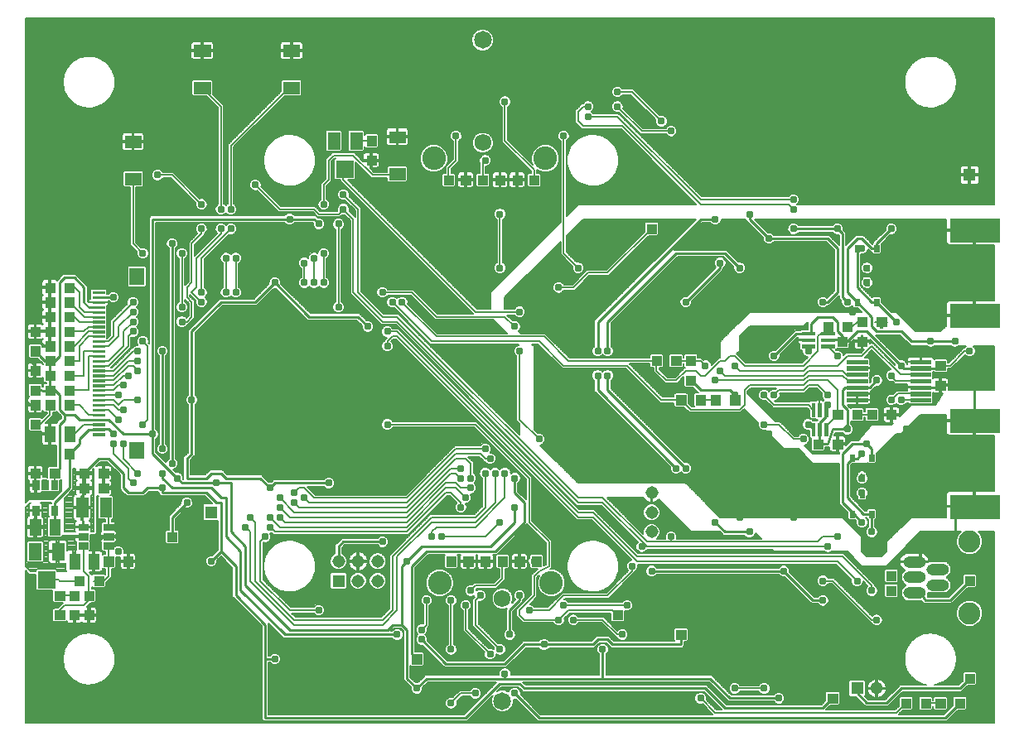
<source format=gbl>
G75*
G70*
%OFA0B0*%
%FSLAX24Y24*%
%IPPOS*%
%LPD*%
%AMOC8*
5,1,8,0,0,1.08239X$1,22.5*
%
%ADD10C,0.0886*%
%ADD11O,0.0912X0.0456*%
%ADD12C,0.0020*%
%ADD13R,0.0515X0.0515*%
%ADD14C,0.0515*%
%ADD15C,0.0019*%
%ADD16C,0.0022*%
%ADD17C,0.0021*%
%ADD18C,0.0019*%
%ADD19R,0.0591X0.0669*%
%ADD20C,0.0021*%
%ADD21C,0.0020*%
%ADD22C,0.0715*%
%ADD23C,0.0951*%
%ADD24C,0.0679*%
%ADD25C,0.0060*%
%ADD26C,0.0080*%
%ADD27C,0.0310*%
%ADD28C,0.0100*%
D10*
X039056Y006743D03*
X039056Y009617D03*
D11*
X037768Y008495D03*
X037768Y007865D03*
X036840Y007550D03*
X036840Y008180D03*
X036840Y008810D03*
D12*
X036093Y008052D02*
X035719Y008052D01*
X035719Y008426D01*
X036093Y008426D01*
X036093Y008052D01*
X036093Y008071D02*
X035719Y008071D01*
X035719Y008090D02*
X036093Y008090D01*
X036093Y008109D02*
X035719Y008109D01*
X035719Y008128D02*
X036093Y008128D01*
X036093Y008147D02*
X035719Y008147D01*
X035719Y008166D02*
X036093Y008166D01*
X036093Y008185D02*
X035719Y008185D01*
X035719Y008204D02*
X036093Y008204D01*
X036093Y008223D02*
X035719Y008223D01*
X035719Y008242D02*
X036093Y008242D01*
X036093Y008261D02*
X035719Y008261D01*
X035719Y008280D02*
X036093Y008280D01*
X036093Y008299D02*
X035719Y008299D01*
X035719Y008318D02*
X036093Y008318D01*
X036093Y008337D02*
X035719Y008337D01*
X035719Y008356D02*
X036093Y008356D01*
X036093Y008375D02*
X035719Y008375D01*
X035719Y008394D02*
X036093Y008394D01*
X036093Y008413D02*
X035719Y008413D01*
X035719Y007462D02*
X036093Y007462D01*
X035719Y007462D02*
X035719Y007836D01*
X036093Y007836D01*
X036093Y007462D01*
X036093Y007481D02*
X035719Y007481D01*
X035719Y007500D02*
X036093Y007500D01*
X036093Y007519D02*
X035719Y007519D01*
X035719Y007538D02*
X036093Y007538D01*
X036093Y007557D02*
X035719Y007557D01*
X035719Y007576D02*
X036093Y007576D01*
X036093Y007595D02*
X035719Y007595D01*
X035719Y007614D02*
X036093Y007614D01*
X036093Y007633D02*
X035719Y007633D01*
X035719Y007652D02*
X036093Y007652D01*
X036093Y007671D02*
X035719Y007671D01*
X035719Y007690D02*
X036093Y007690D01*
X036093Y007709D02*
X035719Y007709D01*
X035719Y007728D02*
X036093Y007728D01*
X036093Y007747D02*
X035719Y007747D01*
X035719Y007766D02*
X036093Y007766D01*
X036093Y007785D02*
X035719Y007785D01*
X035719Y007804D02*
X036093Y007804D01*
X036093Y007823D02*
X035719Y007823D01*
X038869Y007855D02*
X039243Y007855D01*
X038869Y007855D02*
X038869Y008229D01*
X039243Y008229D01*
X039243Y007855D01*
X039243Y007874D02*
X038869Y007874D01*
X038869Y007893D02*
X039243Y007893D01*
X039243Y007912D02*
X038869Y007912D01*
X038869Y007931D02*
X039243Y007931D01*
X039243Y007950D02*
X038869Y007950D01*
X038869Y007969D02*
X039243Y007969D01*
X039243Y007988D02*
X038869Y007988D01*
X038869Y008007D02*
X039243Y008007D01*
X039243Y008026D02*
X038869Y008026D01*
X038869Y008045D02*
X039243Y008045D01*
X039243Y008064D02*
X038869Y008064D01*
X038869Y008083D02*
X039243Y008083D01*
X039243Y008102D02*
X038869Y008102D01*
X038869Y008121D02*
X039243Y008121D01*
X039243Y008140D02*
X038869Y008140D01*
X038869Y008159D02*
X039243Y008159D01*
X039243Y008178D02*
X038869Y008178D01*
X038869Y008197D02*
X039243Y008197D01*
X039243Y008216D02*
X038869Y008216D01*
X038869Y003918D02*
X039243Y003918D01*
X038869Y003918D02*
X038869Y004292D01*
X039243Y004292D01*
X039243Y003918D01*
X039243Y003937D02*
X038869Y003937D01*
X038869Y003956D02*
X039243Y003956D01*
X039243Y003975D02*
X038869Y003975D01*
X038869Y003994D02*
X039243Y003994D01*
X039243Y004013D02*
X038869Y004013D01*
X038869Y004032D02*
X039243Y004032D01*
X039243Y004051D02*
X038869Y004051D01*
X038869Y004070D02*
X039243Y004070D01*
X039243Y004089D02*
X038869Y004089D01*
X038869Y004108D02*
X039243Y004108D01*
X039243Y004127D02*
X038869Y004127D01*
X038869Y004146D02*
X039243Y004146D01*
X039243Y004165D02*
X038869Y004165D01*
X038869Y004184D02*
X039243Y004184D01*
X039243Y004203D02*
X038869Y004203D01*
X038869Y004222D02*
X039243Y004222D01*
X039243Y004241D02*
X038869Y004241D01*
X038869Y004260D02*
X039243Y004260D01*
X039243Y004279D02*
X038869Y004279D01*
X038849Y002934D02*
X038475Y002934D01*
X038475Y003308D01*
X038849Y003308D01*
X038849Y002934D01*
X038849Y002953D02*
X038475Y002953D01*
X038475Y002972D02*
X038849Y002972D01*
X038849Y002991D02*
X038475Y002991D01*
X038475Y003010D02*
X038849Y003010D01*
X038849Y003029D02*
X038475Y003029D01*
X038475Y003048D02*
X038849Y003048D01*
X038849Y003067D02*
X038475Y003067D01*
X038475Y003086D02*
X038849Y003086D01*
X038849Y003105D02*
X038475Y003105D01*
X038475Y003124D02*
X038849Y003124D01*
X038849Y003143D02*
X038475Y003143D01*
X038475Y003162D02*
X038849Y003162D01*
X038849Y003181D02*
X038475Y003181D01*
X038475Y003200D02*
X038849Y003200D01*
X038849Y003219D02*
X038475Y003219D01*
X038475Y003238D02*
X038849Y003238D01*
X038849Y003257D02*
X038475Y003257D01*
X038475Y003276D02*
X038849Y003276D01*
X038849Y003295D02*
X038475Y003295D01*
X038062Y002934D02*
X037688Y002934D01*
X037688Y003308D01*
X038062Y003308D01*
X038062Y002934D01*
X038062Y002953D02*
X037688Y002953D01*
X037688Y002972D02*
X038062Y002972D01*
X038062Y002991D02*
X037688Y002991D01*
X037688Y003010D02*
X038062Y003010D01*
X038062Y003029D02*
X037688Y003029D01*
X037688Y003048D02*
X038062Y003048D01*
X038062Y003067D02*
X037688Y003067D01*
X037688Y003086D02*
X038062Y003086D01*
X038062Y003105D02*
X037688Y003105D01*
X037688Y003124D02*
X038062Y003124D01*
X038062Y003143D02*
X037688Y003143D01*
X037688Y003162D02*
X038062Y003162D01*
X038062Y003181D02*
X037688Y003181D01*
X037688Y003200D02*
X038062Y003200D01*
X038062Y003219D02*
X037688Y003219D01*
X037688Y003238D02*
X038062Y003238D01*
X038062Y003257D02*
X037688Y003257D01*
X037688Y003276D02*
X038062Y003276D01*
X038062Y003295D02*
X037688Y003295D01*
X037471Y002934D02*
X037097Y002934D01*
X037097Y003308D01*
X037471Y003308D01*
X037471Y002934D01*
X037471Y002953D02*
X037097Y002953D01*
X037097Y002972D02*
X037471Y002972D01*
X037471Y002991D02*
X037097Y002991D01*
X037097Y003010D02*
X037471Y003010D01*
X037471Y003029D02*
X037097Y003029D01*
X037097Y003048D02*
X037471Y003048D01*
X037471Y003067D02*
X037097Y003067D01*
X037097Y003086D02*
X037471Y003086D01*
X037471Y003105D02*
X037097Y003105D01*
X037097Y003124D02*
X037471Y003124D01*
X037471Y003143D02*
X037097Y003143D01*
X037097Y003162D02*
X037471Y003162D01*
X037471Y003181D02*
X037097Y003181D01*
X037097Y003200D02*
X037471Y003200D01*
X037471Y003219D02*
X037097Y003219D01*
X037097Y003238D02*
X037471Y003238D01*
X037471Y003257D02*
X037097Y003257D01*
X037097Y003276D02*
X037471Y003276D01*
X037471Y003295D02*
X037097Y003295D01*
X036684Y002934D02*
X036310Y002934D01*
X036310Y003308D01*
X036684Y003308D01*
X036684Y002934D01*
X036684Y002953D02*
X036310Y002953D01*
X036310Y002972D02*
X036684Y002972D01*
X036684Y002991D02*
X036310Y002991D01*
X036310Y003010D02*
X036684Y003010D01*
X036684Y003029D02*
X036310Y003029D01*
X036310Y003048D02*
X036684Y003048D01*
X036684Y003067D02*
X036310Y003067D01*
X036310Y003086D02*
X036684Y003086D01*
X036684Y003105D02*
X036310Y003105D01*
X036310Y003124D02*
X036684Y003124D01*
X036684Y003143D02*
X036310Y003143D01*
X036310Y003162D02*
X036684Y003162D01*
X036684Y003181D02*
X036310Y003181D01*
X036310Y003200D02*
X036684Y003200D01*
X036684Y003219D02*
X036310Y003219D01*
X036310Y003238D02*
X036684Y003238D01*
X036684Y003257D02*
X036310Y003257D01*
X036310Y003276D02*
X036684Y003276D01*
X036684Y003295D02*
X036310Y003295D01*
X033731Y003131D02*
X033357Y003131D01*
X033357Y003505D01*
X033731Y003505D01*
X033731Y003131D01*
X033731Y003150D02*
X033357Y003150D01*
X033357Y003169D02*
X033731Y003169D01*
X033731Y003188D02*
X033357Y003188D01*
X033357Y003207D02*
X033731Y003207D01*
X033731Y003226D02*
X033357Y003226D01*
X033357Y003245D02*
X033731Y003245D01*
X033731Y003264D02*
X033357Y003264D01*
X033357Y003283D02*
X033731Y003283D01*
X033731Y003302D02*
X033357Y003302D01*
X033357Y003321D02*
X033731Y003321D01*
X033731Y003340D02*
X033357Y003340D01*
X033357Y003359D02*
X033731Y003359D01*
X033731Y003378D02*
X033357Y003378D01*
X033357Y003397D02*
X033731Y003397D01*
X033731Y003416D02*
X033357Y003416D01*
X033357Y003435D02*
X033731Y003435D01*
X033731Y003454D02*
X033357Y003454D01*
X033357Y003473D02*
X033731Y003473D01*
X033731Y003492D02*
X033357Y003492D01*
X027629Y005690D02*
X027255Y005690D01*
X027255Y006064D01*
X027629Y006064D01*
X027629Y005690D01*
X027629Y005709D02*
X027255Y005709D01*
X027255Y005728D02*
X027629Y005728D01*
X027629Y005747D02*
X027255Y005747D01*
X027255Y005766D02*
X027629Y005766D01*
X027629Y005785D02*
X027255Y005785D01*
X027255Y005804D02*
X027629Y005804D01*
X027629Y005823D02*
X027255Y005823D01*
X027255Y005842D02*
X027629Y005842D01*
X027629Y005861D02*
X027255Y005861D01*
X027255Y005880D02*
X027629Y005880D01*
X027629Y005899D02*
X027255Y005899D01*
X027255Y005918D02*
X027629Y005918D01*
X027629Y005937D02*
X027255Y005937D01*
X027255Y005956D02*
X027629Y005956D01*
X027629Y005975D02*
X027255Y005975D01*
X027255Y005994D02*
X027629Y005994D01*
X027629Y006013D02*
X027255Y006013D01*
X027255Y006032D02*
X027629Y006032D01*
X027629Y006051D02*
X027255Y006051D01*
X025070Y006477D02*
X024696Y006477D01*
X024696Y006851D01*
X025070Y006851D01*
X025070Y006477D01*
X025070Y006496D02*
X024696Y006496D01*
X024696Y006515D02*
X025070Y006515D01*
X025070Y006534D02*
X024696Y006534D01*
X024696Y006553D02*
X025070Y006553D01*
X025070Y006572D02*
X024696Y006572D01*
X024696Y006591D02*
X025070Y006591D01*
X025070Y006610D02*
X024696Y006610D01*
X024696Y006629D02*
X025070Y006629D01*
X025070Y006648D02*
X024696Y006648D01*
X024696Y006667D02*
X025070Y006667D01*
X025070Y006686D02*
X024696Y006686D01*
X024696Y006705D02*
X025070Y006705D01*
X025070Y006724D02*
X024696Y006724D01*
X024696Y006743D02*
X025070Y006743D01*
X025070Y006762D02*
X024696Y006762D01*
X024696Y006781D02*
X025070Y006781D01*
X025070Y006800D02*
X024696Y006800D01*
X024696Y006819D02*
X025070Y006819D01*
X025070Y006838D02*
X024696Y006838D01*
X021821Y008643D02*
X021447Y008643D01*
X021447Y009017D01*
X021821Y009017D01*
X021821Y008643D01*
X021821Y008662D02*
X021447Y008662D01*
X021447Y008681D02*
X021821Y008681D01*
X021821Y008700D02*
X021447Y008700D01*
X021447Y008719D02*
X021821Y008719D01*
X021821Y008738D02*
X021447Y008738D01*
X021447Y008757D02*
X021821Y008757D01*
X021821Y008776D02*
X021447Y008776D01*
X021447Y008795D02*
X021821Y008795D01*
X021821Y008814D02*
X021447Y008814D01*
X021447Y008833D02*
X021821Y008833D01*
X021821Y008852D02*
X021447Y008852D01*
X021447Y008871D02*
X021821Y008871D01*
X021821Y008890D02*
X021447Y008890D01*
X021447Y008909D02*
X021821Y008909D01*
X021821Y008928D02*
X021447Y008928D01*
X021447Y008947D02*
X021821Y008947D01*
X021821Y008966D02*
X021447Y008966D01*
X021447Y008985D02*
X021821Y008985D01*
X021821Y009004D02*
X021447Y009004D01*
X021133Y008643D02*
X020759Y008643D01*
X020759Y009017D01*
X021133Y009017D01*
X021133Y008643D01*
X021133Y008662D02*
X020759Y008662D01*
X020759Y008681D02*
X021133Y008681D01*
X021133Y008700D02*
X020759Y008700D01*
X020759Y008719D02*
X021133Y008719D01*
X021133Y008738D02*
X020759Y008738D01*
X020759Y008757D02*
X021133Y008757D01*
X021133Y008776D02*
X020759Y008776D01*
X020759Y008795D02*
X021133Y008795D01*
X021133Y008814D02*
X020759Y008814D01*
X020759Y008833D02*
X021133Y008833D01*
X021133Y008852D02*
X020759Y008852D01*
X020759Y008871D02*
X021133Y008871D01*
X021133Y008890D02*
X020759Y008890D01*
X020759Y008909D02*
X021133Y008909D01*
X021133Y008928D02*
X020759Y008928D01*
X020759Y008947D02*
X021133Y008947D01*
X021133Y008966D02*
X020759Y008966D01*
X020759Y008985D02*
X021133Y008985D01*
X021133Y009004D02*
X020759Y009004D01*
X020444Y008643D02*
X020070Y008643D01*
X020070Y009017D01*
X020444Y009017D01*
X020444Y008643D01*
X020444Y008662D02*
X020070Y008662D01*
X020070Y008681D02*
X020444Y008681D01*
X020444Y008700D02*
X020070Y008700D01*
X020070Y008719D02*
X020444Y008719D01*
X020444Y008738D02*
X020070Y008738D01*
X020070Y008757D02*
X020444Y008757D01*
X020444Y008776D02*
X020070Y008776D01*
X020070Y008795D02*
X020444Y008795D01*
X020444Y008814D02*
X020070Y008814D01*
X020070Y008833D02*
X020444Y008833D01*
X020444Y008852D02*
X020070Y008852D01*
X020070Y008871D02*
X020444Y008871D01*
X020444Y008890D02*
X020070Y008890D01*
X020070Y008909D02*
X020444Y008909D01*
X020444Y008928D02*
X020070Y008928D01*
X020070Y008947D02*
X020444Y008947D01*
X020444Y008966D02*
X020070Y008966D01*
X020070Y008985D02*
X020444Y008985D01*
X020444Y009004D02*
X020070Y009004D01*
X019755Y008643D02*
X019381Y008643D01*
X019381Y009017D01*
X019755Y009017D01*
X019755Y008643D01*
X019755Y008662D02*
X019381Y008662D01*
X019381Y008681D02*
X019755Y008681D01*
X019755Y008700D02*
X019381Y008700D01*
X019381Y008719D02*
X019755Y008719D01*
X019755Y008738D02*
X019381Y008738D01*
X019381Y008757D02*
X019755Y008757D01*
X019755Y008776D02*
X019381Y008776D01*
X019381Y008795D02*
X019755Y008795D01*
X019755Y008814D02*
X019381Y008814D01*
X019381Y008833D02*
X019755Y008833D01*
X019755Y008852D02*
X019381Y008852D01*
X019381Y008871D02*
X019755Y008871D01*
X019755Y008890D02*
X019381Y008890D01*
X019381Y008909D02*
X019755Y008909D01*
X019755Y008928D02*
X019381Y008928D01*
X019381Y008947D02*
X019755Y008947D01*
X019755Y008966D02*
X019381Y008966D01*
X019381Y008985D02*
X019755Y008985D01*
X019755Y009004D02*
X019381Y009004D01*
X019066Y008643D02*
X018692Y008643D01*
X018692Y009017D01*
X019066Y009017D01*
X019066Y008643D01*
X019066Y008662D02*
X018692Y008662D01*
X018692Y008681D02*
X019066Y008681D01*
X019066Y008700D02*
X018692Y008700D01*
X018692Y008719D02*
X019066Y008719D01*
X019066Y008738D02*
X018692Y008738D01*
X018692Y008757D02*
X019066Y008757D01*
X019066Y008776D02*
X018692Y008776D01*
X018692Y008795D02*
X019066Y008795D01*
X019066Y008814D02*
X018692Y008814D01*
X018692Y008833D02*
X019066Y008833D01*
X019066Y008852D02*
X018692Y008852D01*
X018692Y008871D02*
X019066Y008871D01*
X019066Y008890D02*
X018692Y008890D01*
X018692Y008909D02*
X019066Y008909D01*
X019066Y008928D02*
X018692Y008928D01*
X018692Y008947D02*
X019066Y008947D01*
X019066Y008966D02*
X018692Y008966D01*
X018692Y008985D02*
X019066Y008985D01*
X019066Y009004D02*
X018692Y009004D01*
X018377Y008643D02*
X018003Y008643D01*
X018003Y009017D01*
X018377Y009017D01*
X018377Y008643D01*
X018377Y008662D02*
X018003Y008662D01*
X018003Y008681D02*
X018377Y008681D01*
X018377Y008700D02*
X018003Y008700D01*
X018003Y008719D02*
X018377Y008719D01*
X018377Y008738D02*
X018003Y008738D01*
X018003Y008757D02*
X018377Y008757D01*
X018377Y008776D02*
X018003Y008776D01*
X018003Y008795D02*
X018377Y008795D01*
X018377Y008814D02*
X018003Y008814D01*
X018003Y008833D02*
X018377Y008833D01*
X018377Y008852D02*
X018003Y008852D01*
X018003Y008871D02*
X018377Y008871D01*
X018377Y008890D02*
X018003Y008890D01*
X018003Y008909D02*
X018377Y008909D01*
X018377Y008928D02*
X018003Y008928D01*
X018003Y008947D02*
X018377Y008947D01*
X018377Y008966D02*
X018003Y008966D01*
X018003Y008985D02*
X018377Y008985D01*
X018377Y009004D02*
X018003Y009004D01*
X016999Y004706D02*
X016625Y004706D01*
X016625Y005080D01*
X016999Y005080D01*
X016999Y004706D01*
X016999Y004725D02*
X016625Y004725D01*
X016625Y004744D02*
X016999Y004744D01*
X016999Y004763D02*
X016625Y004763D01*
X016625Y004782D02*
X016999Y004782D01*
X016999Y004801D02*
X016625Y004801D01*
X016625Y004820D02*
X016999Y004820D01*
X016999Y004839D02*
X016625Y004839D01*
X016625Y004858D02*
X016999Y004858D01*
X016999Y004877D02*
X016625Y004877D01*
X016625Y004896D02*
X016999Y004896D01*
X016999Y004915D02*
X016625Y004915D01*
X016625Y004934D02*
X016999Y004934D01*
X016999Y004953D02*
X016625Y004953D01*
X016625Y004972D02*
X016999Y004972D01*
X016999Y004991D02*
X016625Y004991D01*
X016625Y005010D02*
X016999Y005010D01*
X016999Y005029D02*
X016625Y005029D01*
X016625Y005048D02*
X016999Y005048D01*
X016999Y005067D02*
X016625Y005067D01*
X007156Y009627D02*
X006782Y009627D01*
X006782Y010001D01*
X007156Y010001D01*
X007156Y009627D01*
X007156Y009646D02*
X006782Y009646D01*
X006782Y009665D02*
X007156Y009665D01*
X007156Y009684D02*
X006782Y009684D01*
X006782Y009703D02*
X007156Y009703D01*
X007156Y009722D02*
X006782Y009722D01*
X006782Y009741D02*
X007156Y009741D01*
X007156Y009760D02*
X006782Y009760D01*
X006782Y009779D02*
X007156Y009779D01*
X007156Y009798D02*
X006782Y009798D01*
X006782Y009817D02*
X007156Y009817D01*
X007156Y009836D02*
X006782Y009836D01*
X006782Y009855D02*
X007156Y009855D01*
X007156Y009874D02*
X006782Y009874D01*
X006782Y009893D02*
X007156Y009893D01*
X007156Y009912D02*
X006782Y009912D01*
X006782Y009931D02*
X007156Y009931D01*
X007156Y009950D02*
X006782Y009950D01*
X006782Y009969D02*
X007156Y009969D01*
X007156Y009988D02*
X006782Y009988D01*
X005384Y008643D02*
X005010Y008643D01*
X005010Y009017D01*
X005384Y009017D01*
X005384Y008643D01*
X005384Y008662D02*
X005010Y008662D01*
X005010Y008681D02*
X005384Y008681D01*
X005384Y008700D02*
X005010Y008700D01*
X005010Y008719D02*
X005384Y008719D01*
X005384Y008738D02*
X005010Y008738D01*
X005010Y008757D02*
X005384Y008757D01*
X005384Y008776D02*
X005010Y008776D01*
X005010Y008795D02*
X005384Y008795D01*
X005384Y008814D02*
X005010Y008814D01*
X005010Y008833D02*
X005384Y008833D01*
X005384Y008852D02*
X005010Y008852D01*
X005010Y008871D02*
X005384Y008871D01*
X005384Y008890D02*
X005010Y008890D01*
X005010Y008909D02*
X005384Y008909D01*
X005384Y008928D02*
X005010Y008928D01*
X005010Y008947D02*
X005384Y008947D01*
X005384Y008966D02*
X005010Y008966D01*
X005010Y008985D02*
X005384Y008985D01*
X005384Y009004D02*
X005010Y009004D01*
X004597Y008643D02*
X004223Y008643D01*
X004223Y009017D01*
X004597Y009017D01*
X004597Y008643D01*
X004597Y008662D02*
X004223Y008662D01*
X004223Y008681D02*
X004597Y008681D01*
X004597Y008700D02*
X004223Y008700D01*
X004223Y008719D02*
X004597Y008719D01*
X004597Y008738D02*
X004223Y008738D01*
X004223Y008757D02*
X004597Y008757D01*
X004597Y008776D02*
X004223Y008776D01*
X004223Y008795D02*
X004597Y008795D01*
X004597Y008814D02*
X004223Y008814D01*
X004223Y008833D02*
X004597Y008833D01*
X004597Y008852D02*
X004223Y008852D01*
X004223Y008871D02*
X004597Y008871D01*
X004597Y008890D02*
X004223Y008890D01*
X004223Y008909D02*
X004597Y008909D01*
X004597Y008928D02*
X004223Y008928D01*
X004223Y008947D02*
X004597Y008947D01*
X004597Y008966D02*
X004223Y008966D01*
X004223Y008985D02*
X004597Y008985D01*
X004597Y009004D02*
X004223Y009004D01*
X004203Y007855D02*
X003829Y007855D01*
X003829Y008229D01*
X004203Y008229D01*
X004203Y007855D01*
X004203Y007874D02*
X003829Y007874D01*
X003829Y007893D02*
X004203Y007893D01*
X004203Y007912D02*
X003829Y007912D01*
X003829Y007931D02*
X004203Y007931D01*
X004203Y007950D02*
X003829Y007950D01*
X003829Y007969D02*
X004203Y007969D01*
X004203Y007988D02*
X003829Y007988D01*
X003829Y008007D02*
X004203Y008007D01*
X004203Y008026D02*
X003829Y008026D01*
X003829Y008045D02*
X004203Y008045D01*
X004203Y008064D02*
X003829Y008064D01*
X003829Y008083D02*
X004203Y008083D01*
X004203Y008102D02*
X003829Y008102D01*
X003829Y008121D02*
X004203Y008121D01*
X004203Y008140D02*
X003829Y008140D01*
X003829Y008159D02*
X004203Y008159D01*
X004203Y008178D02*
X003829Y008178D01*
X003829Y008197D02*
X004203Y008197D01*
X004203Y008216D02*
X003829Y008216D01*
X003416Y007855D02*
X003042Y007855D01*
X003042Y008229D01*
X003416Y008229D01*
X003416Y007855D01*
X003416Y007874D02*
X003042Y007874D01*
X003042Y007893D02*
X003416Y007893D01*
X003416Y007912D02*
X003042Y007912D01*
X003042Y007931D02*
X003416Y007931D01*
X003416Y007950D02*
X003042Y007950D01*
X003042Y007969D02*
X003416Y007969D01*
X003416Y007988D02*
X003042Y007988D01*
X003042Y008007D02*
X003416Y008007D01*
X003416Y008026D02*
X003042Y008026D01*
X003042Y008045D02*
X003416Y008045D01*
X003416Y008064D02*
X003042Y008064D01*
X003042Y008083D02*
X003416Y008083D01*
X003416Y008102D02*
X003042Y008102D01*
X003042Y008121D02*
X003416Y008121D01*
X003416Y008140D02*
X003042Y008140D01*
X003042Y008159D02*
X003416Y008159D01*
X003416Y008178D02*
X003042Y008178D01*
X003042Y008197D02*
X003416Y008197D01*
X003416Y008216D02*
X003042Y008216D01*
X003219Y007265D02*
X002845Y007265D01*
X002845Y007639D01*
X003219Y007639D01*
X003219Y007265D01*
X003219Y007284D02*
X002845Y007284D01*
X002845Y007303D02*
X003219Y007303D01*
X003219Y007322D02*
X002845Y007322D01*
X002845Y007341D02*
X003219Y007341D01*
X003219Y007360D02*
X002845Y007360D01*
X002845Y007379D02*
X003219Y007379D01*
X003219Y007398D02*
X002845Y007398D01*
X002845Y007417D02*
X003219Y007417D01*
X003219Y007436D02*
X002845Y007436D01*
X002845Y007455D02*
X003219Y007455D01*
X003219Y007474D02*
X002845Y007474D01*
X002845Y007493D02*
X003219Y007493D01*
X003219Y007512D02*
X002845Y007512D01*
X002845Y007531D02*
X003219Y007531D01*
X003219Y007550D02*
X002845Y007550D01*
X002845Y007569D02*
X003219Y007569D01*
X003219Y007588D02*
X002845Y007588D01*
X002845Y007607D02*
X003219Y007607D01*
X003219Y007626D02*
X002845Y007626D01*
X002629Y007265D02*
X002255Y007265D01*
X002255Y007639D01*
X002629Y007639D01*
X002629Y007265D01*
X002629Y007284D02*
X002255Y007284D01*
X002255Y007303D02*
X002629Y007303D01*
X002629Y007322D02*
X002255Y007322D01*
X002255Y007341D02*
X002629Y007341D01*
X002629Y007360D02*
X002255Y007360D01*
X002255Y007379D02*
X002629Y007379D01*
X002629Y007398D02*
X002255Y007398D01*
X002255Y007417D02*
X002629Y007417D01*
X002629Y007436D02*
X002255Y007436D01*
X002255Y007455D02*
X002629Y007455D01*
X002629Y007474D02*
X002255Y007474D01*
X002255Y007493D02*
X002629Y007493D01*
X002629Y007512D02*
X002255Y007512D01*
X002255Y007531D02*
X002629Y007531D01*
X002629Y007550D02*
X002255Y007550D01*
X002255Y007569D02*
X002629Y007569D01*
X002629Y007588D02*
X002255Y007588D01*
X002255Y007607D02*
X002629Y007607D01*
X002629Y007626D02*
X002255Y007626D01*
X002255Y006477D02*
X002629Y006477D01*
X002255Y006477D02*
X002255Y006851D01*
X002629Y006851D01*
X002629Y006477D01*
X002629Y006496D02*
X002255Y006496D01*
X002255Y006515D02*
X002629Y006515D01*
X002629Y006534D02*
X002255Y006534D01*
X002255Y006553D02*
X002629Y006553D01*
X002629Y006572D02*
X002255Y006572D01*
X002255Y006591D02*
X002629Y006591D01*
X002629Y006610D02*
X002255Y006610D01*
X002255Y006629D02*
X002629Y006629D01*
X002629Y006648D02*
X002255Y006648D01*
X002255Y006667D02*
X002629Y006667D01*
X002629Y006686D02*
X002255Y006686D01*
X002255Y006705D02*
X002629Y006705D01*
X002629Y006724D02*
X002255Y006724D01*
X002255Y006743D02*
X002629Y006743D01*
X002629Y006762D02*
X002255Y006762D01*
X002255Y006781D02*
X002629Y006781D01*
X002629Y006800D02*
X002255Y006800D01*
X002255Y006819D02*
X002629Y006819D01*
X002629Y006838D02*
X002255Y006838D01*
X002845Y006477D02*
X003219Y006477D01*
X002845Y006477D02*
X002845Y006851D01*
X003219Y006851D01*
X003219Y006477D01*
X003219Y006496D02*
X002845Y006496D01*
X002845Y006515D02*
X003219Y006515D01*
X003219Y006534D02*
X002845Y006534D01*
X002845Y006553D02*
X003219Y006553D01*
X003219Y006572D02*
X002845Y006572D01*
X002845Y006591D02*
X003219Y006591D01*
X003219Y006610D02*
X002845Y006610D01*
X002845Y006629D02*
X003219Y006629D01*
X003219Y006648D02*
X002845Y006648D01*
X002845Y006667D02*
X003219Y006667D01*
X003219Y006686D02*
X002845Y006686D01*
X002845Y006705D02*
X003219Y006705D01*
X003219Y006724D02*
X002845Y006724D01*
X002845Y006743D02*
X003219Y006743D01*
X003219Y006762D02*
X002845Y006762D01*
X002845Y006781D02*
X003219Y006781D01*
X003219Y006800D02*
X002845Y006800D01*
X002845Y006819D02*
X003219Y006819D01*
X003219Y006838D02*
X002845Y006838D01*
X003436Y006477D02*
X003810Y006477D01*
X003436Y006477D02*
X003436Y006851D01*
X003810Y006851D01*
X003810Y006477D01*
X003810Y006496D02*
X003436Y006496D01*
X003436Y006515D02*
X003810Y006515D01*
X003810Y006534D02*
X003436Y006534D01*
X003436Y006553D02*
X003810Y006553D01*
X003810Y006572D02*
X003436Y006572D01*
X003436Y006591D02*
X003810Y006591D01*
X003810Y006610D02*
X003436Y006610D01*
X003436Y006629D02*
X003810Y006629D01*
X003810Y006648D02*
X003436Y006648D01*
X003436Y006667D02*
X003810Y006667D01*
X003810Y006686D02*
X003436Y006686D01*
X003436Y006705D02*
X003810Y006705D01*
X003810Y006724D02*
X003436Y006724D01*
X003436Y006743D02*
X003810Y006743D01*
X003810Y006762D02*
X003436Y006762D01*
X003436Y006781D02*
X003810Y006781D01*
X003810Y006800D02*
X003436Y006800D01*
X003436Y006819D02*
X003810Y006819D01*
X003810Y006838D02*
X003436Y006838D01*
X003436Y007265D02*
X003810Y007265D01*
X003436Y007265D02*
X003436Y007639D01*
X003810Y007639D01*
X003810Y007265D01*
X003810Y007284D02*
X003436Y007284D01*
X003436Y007303D02*
X003810Y007303D01*
X003810Y007322D02*
X003436Y007322D01*
X003436Y007341D02*
X003810Y007341D01*
X003810Y007360D02*
X003436Y007360D01*
X003436Y007379D02*
X003810Y007379D01*
X003810Y007398D02*
X003436Y007398D01*
X003436Y007417D02*
X003810Y007417D01*
X003810Y007436D02*
X003436Y007436D01*
X003436Y007455D02*
X003810Y007455D01*
X003810Y007474D02*
X003436Y007474D01*
X003436Y007493D02*
X003810Y007493D01*
X003810Y007512D02*
X003436Y007512D01*
X003436Y007531D02*
X003810Y007531D01*
X003810Y007550D02*
X003436Y007550D01*
X003436Y007569D02*
X003810Y007569D01*
X003810Y007588D02*
X003436Y007588D01*
X003436Y007607D02*
X003810Y007607D01*
X003810Y007626D02*
X003436Y007626D01*
X002599Y008889D02*
X002127Y008889D01*
X002127Y009557D01*
X002599Y009557D01*
X002599Y008889D01*
X002599Y008908D02*
X002127Y008908D01*
X002127Y008927D02*
X002599Y008927D01*
X002599Y008946D02*
X002127Y008946D01*
X002127Y008965D02*
X002599Y008965D01*
X002599Y008984D02*
X002127Y008984D01*
X002127Y009003D02*
X002599Y009003D01*
X002599Y009022D02*
X002127Y009022D01*
X002127Y009041D02*
X002599Y009041D01*
X002599Y009060D02*
X002127Y009060D01*
X002127Y009079D02*
X002599Y009079D01*
X002599Y009098D02*
X002127Y009098D01*
X002127Y009117D02*
X002599Y009117D01*
X002599Y009136D02*
X002127Y009136D01*
X002127Y009155D02*
X002599Y009155D01*
X002599Y009174D02*
X002127Y009174D01*
X002127Y009193D02*
X002599Y009193D01*
X002599Y009212D02*
X002127Y009212D01*
X002127Y009231D02*
X002599Y009231D01*
X002599Y009250D02*
X002127Y009250D01*
X002127Y009269D02*
X002599Y009269D01*
X002599Y009288D02*
X002127Y009288D01*
X002127Y009307D02*
X002599Y009307D01*
X002599Y009326D02*
X002127Y009326D01*
X002127Y009345D02*
X002599Y009345D01*
X002599Y009364D02*
X002127Y009364D01*
X002127Y009383D02*
X002599Y009383D01*
X002599Y009402D02*
X002127Y009402D01*
X002127Y009421D02*
X002599Y009421D01*
X002599Y009440D02*
X002127Y009440D01*
X002127Y009459D02*
X002599Y009459D01*
X002599Y009478D02*
X002127Y009478D01*
X002127Y009497D02*
X002599Y009497D01*
X002599Y009516D02*
X002127Y009516D01*
X002127Y009535D02*
X002599Y009535D01*
X002599Y009554D02*
X002127Y009554D01*
X001693Y008889D02*
X001221Y008889D01*
X001221Y009557D01*
X001693Y009557D01*
X001693Y008889D01*
X001693Y008908D02*
X001221Y008908D01*
X001221Y008927D02*
X001693Y008927D01*
X001693Y008946D02*
X001221Y008946D01*
X001221Y008965D02*
X001693Y008965D01*
X001693Y008984D02*
X001221Y008984D01*
X001221Y009003D02*
X001693Y009003D01*
X001693Y009022D02*
X001221Y009022D01*
X001221Y009041D02*
X001693Y009041D01*
X001693Y009060D02*
X001221Y009060D01*
X001221Y009079D02*
X001693Y009079D01*
X001693Y009098D02*
X001221Y009098D01*
X001221Y009117D02*
X001693Y009117D01*
X001693Y009136D02*
X001221Y009136D01*
X001221Y009155D02*
X001693Y009155D01*
X001693Y009174D02*
X001221Y009174D01*
X001221Y009193D02*
X001693Y009193D01*
X001693Y009212D02*
X001221Y009212D01*
X001221Y009231D02*
X001693Y009231D01*
X001693Y009250D02*
X001221Y009250D01*
X001221Y009269D02*
X001693Y009269D01*
X001693Y009288D02*
X001221Y009288D01*
X001221Y009307D02*
X001693Y009307D01*
X001693Y009326D02*
X001221Y009326D01*
X001221Y009345D02*
X001693Y009345D01*
X001693Y009364D02*
X001221Y009364D01*
X001221Y009383D02*
X001693Y009383D01*
X001693Y009402D02*
X001221Y009402D01*
X001221Y009421D02*
X001693Y009421D01*
X001693Y009440D02*
X001221Y009440D01*
X001221Y009459D02*
X001693Y009459D01*
X001693Y009478D02*
X001221Y009478D01*
X001221Y009497D02*
X001693Y009497D01*
X001693Y009516D02*
X001221Y009516D01*
X001221Y009535D02*
X001693Y009535D01*
X001693Y009554D02*
X001221Y009554D01*
X003239Y011595D02*
X003613Y011595D01*
X003239Y011595D02*
X003239Y011969D01*
X003613Y011969D01*
X003613Y011595D01*
X003613Y011614D02*
X003239Y011614D01*
X003239Y011633D02*
X003613Y011633D01*
X003613Y011652D02*
X003239Y011652D01*
X003239Y011671D02*
X003613Y011671D01*
X003613Y011690D02*
X003239Y011690D01*
X003239Y011709D02*
X003613Y011709D01*
X003613Y011728D02*
X003239Y011728D01*
X003239Y011747D02*
X003613Y011747D01*
X003613Y011766D02*
X003239Y011766D01*
X003239Y011785D02*
X003613Y011785D01*
X003613Y011804D02*
X003239Y011804D01*
X003239Y011823D02*
X003613Y011823D01*
X003613Y011842D02*
X003239Y011842D01*
X003239Y011861D02*
X003613Y011861D01*
X003613Y011880D02*
X003239Y011880D01*
X003239Y011899D02*
X003613Y011899D01*
X003613Y011918D02*
X003239Y011918D01*
X003239Y011937D02*
X003613Y011937D01*
X003613Y011956D02*
X003239Y011956D01*
X003239Y012186D02*
X003613Y012186D01*
X003239Y012186D02*
X003239Y012560D01*
X003613Y012560D01*
X003613Y012186D01*
X003613Y012205D02*
X003239Y012205D01*
X003239Y012224D02*
X003613Y012224D01*
X003613Y012243D02*
X003239Y012243D01*
X003239Y012262D02*
X003613Y012262D01*
X003613Y012281D02*
X003239Y012281D01*
X003239Y012300D02*
X003613Y012300D01*
X003613Y012319D02*
X003239Y012319D01*
X003239Y012338D02*
X003613Y012338D01*
X003613Y012357D02*
X003239Y012357D01*
X003239Y012376D02*
X003613Y012376D01*
X003613Y012395D02*
X003239Y012395D01*
X003239Y012414D02*
X003613Y012414D01*
X003613Y012433D02*
X003239Y012433D01*
X003239Y012452D02*
X003613Y012452D01*
X003613Y012471D02*
X003239Y012471D01*
X003239Y012490D02*
X003613Y012490D01*
X003613Y012509D02*
X003239Y012509D01*
X003239Y012528D02*
X003613Y012528D01*
X003613Y012547D02*
X003239Y012547D01*
X003022Y012973D02*
X002648Y012973D01*
X002648Y013347D01*
X003022Y013347D01*
X003022Y012973D01*
X003022Y012992D02*
X002648Y012992D01*
X002648Y013011D02*
X003022Y013011D01*
X003022Y013030D02*
X002648Y013030D01*
X002648Y013049D02*
X003022Y013049D01*
X003022Y013068D02*
X002648Y013068D01*
X002648Y013087D02*
X003022Y013087D01*
X003022Y013106D02*
X002648Y013106D01*
X002648Y013125D02*
X003022Y013125D01*
X003022Y013144D02*
X002648Y013144D01*
X002648Y013163D02*
X003022Y013163D01*
X003022Y013182D02*
X002648Y013182D01*
X002648Y013201D02*
X003022Y013201D01*
X003022Y013220D02*
X002648Y013220D01*
X002648Y013239D02*
X003022Y013239D01*
X003022Y013258D02*
X002648Y013258D01*
X002648Y013277D02*
X003022Y013277D01*
X003022Y013296D02*
X002648Y013296D01*
X002648Y013315D02*
X003022Y013315D01*
X003022Y013334D02*
X002648Y013334D01*
X002432Y012186D02*
X002058Y012186D01*
X002058Y012560D01*
X002432Y012560D01*
X002432Y012186D01*
X002432Y012205D02*
X002058Y012205D01*
X002058Y012224D02*
X002432Y012224D01*
X002432Y012243D02*
X002058Y012243D01*
X002058Y012262D02*
X002432Y012262D01*
X002432Y012281D02*
X002058Y012281D01*
X002058Y012300D02*
X002432Y012300D01*
X002432Y012319D02*
X002058Y012319D01*
X002058Y012338D02*
X002432Y012338D01*
X002432Y012357D02*
X002058Y012357D01*
X002058Y012376D02*
X002432Y012376D01*
X002432Y012395D02*
X002058Y012395D01*
X002058Y012414D02*
X002432Y012414D01*
X002432Y012433D02*
X002058Y012433D01*
X002058Y012452D02*
X002432Y012452D01*
X002432Y012471D02*
X002058Y012471D01*
X002058Y012490D02*
X002432Y012490D01*
X002432Y012509D02*
X002058Y012509D01*
X002058Y012528D02*
X002432Y012528D01*
X002432Y012547D02*
X002058Y012547D01*
X001644Y012186D02*
X001270Y012186D01*
X001270Y012560D01*
X001644Y012560D01*
X001644Y012186D01*
X001644Y012205D02*
X001270Y012205D01*
X001270Y012224D02*
X001644Y012224D01*
X001644Y012243D02*
X001270Y012243D01*
X001270Y012262D02*
X001644Y012262D01*
X001644Y012281D02*
X001270Y012281D01*
X001270Y012300D02*
X001644Y012300D01*
X001644Y012319D02*
X001270Y012319D01*
X001270Y012338D02*
X001644Y012338D01*
X001644Y012357D02*
X001270Y012357D01*
X001270Y012376D02*
X001644Y012376D01*
X001644Y012395D02*
X001270Y012395D01*
X001270Y012414D02*
X001644Y012414D01*
X001644Y012433D02*
X001270Y012433D01*
X001270Y012452D02*
X001644Y012452D01*
X001644Y012471D02*
X001270Y012471D01*
X001270Y012490D02*
X001644Y012490D01*
X001644Y012509D02*
X001270Y012509D01*
X001270Y012528D02*
X001644Y012528D01*
X001644Y012547D02*
X001270Y012547D01*
X001270Y014154D02*
X001644Y014154D01*
X001270Y014154D02*
X001270Y014528D01*
X001644Y014528D01*
X001644Y014154D01*
X001644Y014173D02*
X001270Y014173D01*
X001270Y014192D02*
X001644Y014192D01*
X001644Y014211D02*
X001270Y014211D01*
X001270Y014230D02*
X001644Y014230D01*
X001644Y014249D02*
X001270Y014249D01*
X001270Y014268D02*
X001644Y014268D01*
X001644Y014287D02*
X001270Y014287D01*
X001270Y014306D02*
X001644Y014306D01*
X001644Y014325D02*
X001270Y014325D01*
X001270Y014344D02*
X001644Y014344D01*
X001644Y014363D02*
X001270Y014363D01*
X001270Y014382D02*
X001644Y014382D01*
X001644Y014401D02*
X001270Y014401D01*
X001270Y014420D02*
X001644Y014420D01*
X001644Y014439D02*
X001270Y014439D01*
X001270Y014458D02*
X001644Y014458D01*
X001644Y014477D02*
X001270Y014477D01*
X001270Y014496D02*
X001644Y014496D01*
X001644Y014515D02*
X001270Y014515D01*
X001270Y014942D02*
X001644Y014942D01*
X001270Y014942D02*
X001270Y015316D01*
X001644Y015316D01*
X001644Y014942D01*
X001644Y014961D02*
X001270Y014961D01*
X001270Y014980D02*
X001644Y014980D01*
X001644Y014999D02*
X001270Y014999D01*
X001270Y015018D02*
X001644Y015018D01*
X001644Y015037D02*
X001270Y015037D01*
X001270Y015056D02*
X001644Y015056D01*
X001644Y015075D02*
X001270Y015075D01*
X001270Y015094D02*
X001644Y015094D01*
X001644Y015113D02*
X001270Y015113D01*
X001270Y015132D02*
X001644Y015132D01*
X001644Y015151D02*
X001270Y015151D01*
X001270Y015170D02*
X001644Y015170D01*
X001644Y015189D02*
X001270Y015189D01*
X001270Y015208D02*
X001644Y015208D01*
X001644Y015227D02*
X001270Y015227D01*
X001270Y015246D02*
X001644Y015246D01*
X001644Y015265D02*
X001270Y015265D01*
X001270Y015284D02*
X001644Y015284D01*
X001644Y015303D02*
X001270Y015303D01*
X001270Y015532D02*
X001644Y015532D01*
X001270Y015532D02*
X001270Y015906D01*
X001644Y015906D01*
X001644Y015532D01*
X001644Y015551D02*
X001270Y015551D01*
X001270Y015570D02*
X001644Y015570D01*
X001644Y015589D02*
X001270Y015589D01*
X001270Y015608D02*
X001644Y015608D01*
X001644Y015627D02*
X001270Y015627D01*
X001270Y015646D02*
X001644Y015646D01*
X001644Y015665D02*
X001270Y015665D01*
X001270Y015684D02*
X001644Y015684D01*
X001644Y015703D02*
X001270Y015703D01*
X001270Y015722D02*
X001644Y015722D01*
X001644Y015741D02*
X001270Y015741D01*
X001270Y015760D02*
X001644Y015760D01*
X001644Y015779D02*
X001270Y015779D01*
X001270Y015798D02*
X001644Y015798D01*
X001644Y015817D02*
X001270Y015817D01*
X001270Y015836D02*
X001644Y015836D01*
X001644Y015855D02*
X001270Y015855D01*
X001270Y015874D02*
X001644Y015874D01*
X001644Y015893D02*
X001270Y015893D01*
X001270Y016320D02*
X001644Y016320D01*
X001270Y016320D02*
X001270Y016694D01*
X001644Y016694D01*
X001644Y016320D01*
X001644Y016339D02*
X001270Y016339D01*
X001270Y016358D02*
X001644Y016358D01*
X001644Y016377D02*
X001270Y016377D01*
X001270Y016396D02*
X001644Y016396D01*
X001644Y016415D02*
X001270Y016415D01*
X001270Y016434D02*
X001644Y016434D01*
X001644Y016453D02*
X001270Y016453D01*
X001270Y016472D02*
X001644Y016472D01*
X001644Y016491D02*
X001270Y016491D01*
X001270Y016510D02*
X001644Y016510D01*
X001644Y016529D02*
X001270Y016529D01*
X001270Y016548D02*
X001644Y016548D01*
X001644Y016567D02*
X001270Y016567D01*
X001270Y016586D02*
X001644Y016586D01*
X001644Y016605D02*
X001270Y016605D01*
X001270Y016624D02*
X001644Y016624D01*
X001644Y016643D02*
X001270Y016643D01*
X001270Y016662D02*
X001644Y016662D01*
X001644Y016681D02*
X001270Y016681D01*
X001270Y017107D02*
X001644Y017107D01*
X001270Y017107D02*
X001270Y017481D01*
X001644Y017481D01*
X001644Y017107D01*
X001644Y017126D02*
X001270Y017126D01*
X001270Y017145D02*
X001644Y017145D01*
X001644Y017164D02*
X001270Y017164D01*
X001270Y017183D02*
X001644Y017183D01*
X001644Y017202D02*
X001270Y017202D01*
X001270Y017221D02*
X001644Y017221D01*
X001644Y017240D02*
X001270Y017240D01*
X001270Y017259D02*
X001644Y017259D01*
X001644Y017278D02*
X001270Y017278D01*
X001270Y017297D02*
X001644Y017297D01*
X001644Y017316D02*
X001270Y017316D01*
X001270Y017335D02*
X001644Y017335D01*
X001644Y017354D02*
X001270Y017354D01*
X001270Y017373D02*
X001644Y017373D01*
X001644Y017392D02*
X001270Y017392D01*
X001270Y017411D02*
X001644Y017411D01*
X001644Y017430D02*
X001270Y017430D01*
X001270Y017449D02*
X001644Y017449D01*
X001644Y017468D02*
X001270Y017468D01*
X001270Y017895D02*
X001644Y017895D01*
X001270Y017895D02*
X001270Y018269D01*
X001644Y018269D01*
X001644Y017895D01*
X001644Y017914D02*
X001270Y017914D01*
X001270Y017933D02*
X001644Y017933D01*
X001644Y017952D02*
X001270Y017952D01*
X001270Y017971D02*
X001644Y017971D01*
X001644Y017990D02*
X001270Y017990D01*
X001270Y018009D02*
X001644Y018009D01*
X001644Y018028D02*
X001270Y018028D01*
X001270Y018047D02*
X001644Y018047D01*
X001644Y018066D02*
X001270Y018066D01*
X001270Y018085D02*
X001644Y018085D01*
X001644Y018104D02*
X001270Y018104D01*
X001270Y018123D02*
X001644Y018123D01*
X001644Y018142D02*
X001270Y018142D01*
X001270Y018161D02*
X001644Y018161D01*
X001644Y018180D02*
X001270Y018180D01*
X001270Y018199D02*
X001644Y018199D01*
X001644Y018218D02*
X001270Y018218D01*
X001270Y018237D02*
X001644Y018237D01*
X001644Y018256D02*
X001270Y018256D01*
X001861Y017895D02*
X002235Y017895D01*
X001861Y017895D02*
X001861Y018269D01*
X002235Y018269D01*
X002235Y017895D01*
X002235Y017914D02*
X001861Y017914D01*
X001861Y017933D02*
X002235Y017933D01*
X002235Y017952D02*
X001861Y017952D01*
X001861Y017971D02*
X002235Y017971D01*
X002235Y017990D02*
X001861Y017990D01*
X001861Y018009D02*
X002235Y018009D01*
X002235Y018028D02*
X001861Y018028D01*
X001861Y018047D02*
X002235Y018047D01*
X002235Y018066D02*
X001861Y018066D01*
X001861Y018085D02*
X002235Y018085D01*
X002235Y018104D02*
X001861Y018104D01*
X001861Y018123D02*
X002235Y018123D01*
X002235Y018142D02*
X001861Y018142D01*
X001861Y018161D02*
X002235Y018161D01*
X002235Y018180D02*
X001861Y018180D01*
X001861Y018199D02*
X002235Y018199D01*
X002235Y018218D02*
X001861Y018218D01*
X001861Y018237D02*
X002235Y018237D01*
X002235Y018256D02*
X001861Y018256D01*
X001861Y018485D02*
X002235Y018485D01*
X001861Y018485D02*
X001861Y018859D01*
X002235Y018859D01*
X002235Y018485D01*
X002235Y018504D02*
X001861Y018504D01*
X001861Y018523D02*
X002235Y018523D01*
X002235Y018542D02*
X001861Y018542D01*
X001861Y018561D02*
X002235Y018561D01*
X002235Y018580D02*
X001861Y018580D01*
X001861Y018599D02*
X002235Y018599D01*
X002235Y018618D02*
X001861Y018618D01*
X001861Y018637D02*
X002235Y018637D01*
X002235Y018656D02*
X001861Y018656D01*
X001861Y018675D02*
X002235Y018675D01*
X002235Y018694D02*
X001861Y018694D01*
X001861Y018713D02*
X002235Y018713D01*
X002235Y018732D02*
X001861Y018732D01*
X001861Y018751D02*
X002235Y018751D01*
X002235Y018770D02*
X001861Y018770D01*
X001861Y018789D02*
X002235Y018789D01*
X002235Y018808D02*
X001861Y018808D01*
X001861Y018827D02*
X002235Y018827D01*
X002235Y018846D02*
X001861Y018846D01*
X001861Y019076D02*
X002235Y019076D01*
X001861Y019076D02*
X001861Y019450D01*
X002235Y019450D01*
X002235Y019076D01*
X002235Y019095D02*
X001861Y019095D01*
X001861Y019114D02*
X002235Y019114D01*
X002235Y019133D02*
X001861Y019133D01*
X001861Y019152D02*
X002235Y019152D01*
X002235Y019171D02*
X001861Y019171D01*
X001861Y019190D02*
X002235Y019190D01*
X002235Y019209D02*
X001861Y019209D01*
X001861Y019228D02*
X002235Y019228D01*
X002235Y019247D02*
X001861Y019247D01*
X001861Y019266D02*
X002235Y019266D01*
X002235Y019285D02*
X001861Y019285D01*
X001861Y019304D02*
X002235Y019304D01*
X002235Y019323D02*
X001861Y019323D01*
X001861Y019342D02*
X002235Y019342D01*
X002235Y019361D02*
X001861Y019361D01*
X001861Y019380D02*
X002235Y019380D01*
X002235Y019399D02*
X001861Y019399D01*
X001861Y019418D02*
X002235Y019418D01*
X002235Y019437D02*
X001861Y019437D01*
X001861Y019666D02*
X002235Y019666D01*
X001861Y019666D02*
X001861Y020040D01*
X002235Y020040D01*
X002235Y019666D01*
X002235Y019685D02*
X001861Y019685D01*
X001861Y019704D02*
X002235Y019704D01*
X002235Y019723D02*
X001861Y019723D01*
X001861Y019742D02*
X002235Y019742D01*
X002235Y019761D02*
X001861Y019761D01*
X001861Y019780D02*
X002235Y019780D01*
X002235Y019799D02*
X001861Y019799D01*
X001861Y019818D02*
X002235Y019818D01*
X002235Y019837D02*
X001861Y019837D01*
X001861Y019856D02*
X002235Y019856D01*
X002235Y019875D02*
X001861Y019875D01*
X001861Y019894D02*
X002235Y019894D01*
X002235Y019913D02*
X001861Y019913D01*
X001861Y019932D02*
X002235Y019932D01*
X002235Y019951D02*
X001861Y019951D01*
X001861Y019970D02*
X002235Y019970D01*
X002235Y019989D02*
X001861Y019989D01*
X001861Y020008D02*
X002235Y020008D01*
X002235Y020027D02*
X001861Y020027D01*
X002648Y019666D02*
X003022Y019666D01*
X002648Y019666D02*
X002648Y020040D01*
X003022Y020040D01*
X003022Y019666D01*
X003022Y019685D02*
X002648Y019685D01*
X002648Y019704D02*
X003022Y019704D01*
X003022Y019723D02*
X002648Y019723D01*
X002648Y019742D02*
X003022Y019742D01*
X003022Y019761D02*
X002648Y019761D01*
X002648Y019780D02*
X003022Y019780D01*
X003022Y019799D02*
X002648Y019799D01*
X002648Y019818D02*
X003022Y019818D01*
X003022Y019837D02*
X002648Y019837D01*
X002648Y019856D02*
X003022Y019856D01*
X003022Y019875D02*
X002648Y019875D01*
X002648Y019894D02*
X003022Y019894D01*
X003022Y019913D02*
X002648Y019913D01*
X002648Y019932D02*
X003022Y019932D01*
X003022Y019951D02*
X002648Y019951D01*
X002648Y019970D02*
X003022Y019970D01*
X003022Y019989D02*
X002648Y019989D01*
X002648Y020008D02*
X003022Y020008D01*
X003022Y020027D02*
X002648Y020027D01*
X002648Y019076D02*
X003022Y019076D01*
X002648Y019076D02*
X002648Y019450D01*
X003022Y019450D01*
X003022Y019076D01*
X003022Y019095D02*
X002648Y019095D01*
X002648Y019114D02*
X003022Y019114D01*
X003022Y019133D02*
X002648Y019133D01*
X002648Y019152D02*
X003022Y019152D01*
X003022Y019171D02*
X002648Y019171D01*
X002648Y019190D02*
X003022Y019190D01*
X003022Y019209D02*
X002648Y019209D01*
X002648Y019228D02*
X003022Y019228D01*
X003022Y019247D02*
X002648Y019247D01*
X002648Y019266D02*
X003022Y019266D01*
X003022Y019285D02*
X002648Y019285D01*
X002648Y019304D02*
X003022Y019304D01*
X003022Y019323D02*
X002648Y019323D01*
X002648Y019342D02*
X003022Y019342D01*
X003022Y019361D02*
X002648Y019361D01*
X002648Y019380D02*
X003022Y019380D01*
X003022Y019399D02*
X002648Y019399D01*
X002648Y019418D02*
X003022Y019418D01*
X003022Y019437D02*
X002648Y019437D01*
X002648Y018485D02*
X003022Y018485D01*
X002648Y018485D02*
X002648Y018859D01*
X003022Y018859D01*
X003022Y018485D01*
X003022Y018504D02*
X002648Y018504D01*
X002648Y018523D02*
X003022Y018523D01*
X003022Y018542D02*
X002648Y018542D01*
X002648Y018561D02*
X003022Y018561D01*
X003022Y018580D02*
X002648Y018580D01*
X002648Y018599D02*
X003022Y018599D01*
X003022Y018618D02*
X002648Y018618D01*
X002648Y018637D02*
X003022Y018637D01*
X003022Y018656D02*
X002648Y018656D01*
X002648Y018675D02*
X003022Y018675D01*
X003022Y018694D02*
X002648Y018694D01*
X002648Y018713D02*
X003022Y018713D01*
X003022Y018732D02*
X002648Y018732D01*
X002648Y018751D02*
X003022Y018751D01*
X003022Y018770D02*
X002648Y018770D01*
X002648Y018789D02*
X003022Y018789D01*
X003022Y018808D02*
X002648Y018808D01*
X002648Y018827D02*
X003022Y018827D01*
X003022Y018846D02*
X002648Y018846D01*
X002648Y017895D02*
X003022Y017895D01*
X002648Y017895D02*
X002648Y018269D01*
X003022Y018269D01*
X003022Y017895D01*
X003022Y017914D02*
X002648Y017914D01*
X002648Y017933D02*
X003022Y017933D01*
X003022Y017952D02*
X002648Y017952D01*
X002648Y017971D02*
X003022Y017971D01*
X003022Y017990D02*
X002648Y017990D01*
X002648Y018009D02*
X003022Y018009D01*
X003022Y018028D02*
X002648Y018028D01*
X002648Y018047D02*
X003022Y018047D01*
X003022Y018066D02*
X002648Y018066D01*
X002648Y018085D02*
X003022Y018085D01*
X003022Y018104D02*
X002648Y018104D01*
X002648Y018123D02*
X003022Y018123D01*
X003022Y018142D02*
X002648Y018142D01*
X002648Y018161D02*
X003022Y018161D01*
X003022Y018180D02*
X002648Y018180D01*
X002648Y018199D02*
X003022Y018199D01*
X003022Y018218D02*
X002648Y018218D01*
X002648Y018237D02*
X003022Y018237D01*
X003022Y018256D02*
X002648Y018256D01*
X002648Y017304D02*
X003022Y017304D01*
X002648Y017304D02*
X002648Y017678D01*
X003022Y017678D01*
X003022Y017304D01*
X003022Y017323D02*
X002648Y017323D01*
X002648Y017342D02*
X003022Y017342D01*
X003022Y017361D02*
X002648Y017361D01*
X002648Y017380D02*
X003022Y017380D01*
X003022Y017399D02*
X002648Y017399D01*
X002648Y017418D02*
X003022Y017418D01*
X003022Y017437D02*
X002648Y017437D01*
X002648Y017456D02*
X003022Y017456D01*
X003022Y017475D02*
X002648Y017475D01*
X002648Y017494D02*
X003022Y017494D01*
X003022Y017513D02*
X002648Y017513D01*
X002648Y017532D02*
X003022Y017532D01*
X003022Y017551D02*
X002648Y017551D01*
X002648Y017570D02*
X003022Y017570D01*
X003022Y017589D02*
X002648Y017589D01*
X002648Y017608D02*
X003022Y017608D01*
X003022Y017627D02*
X002648Y017627D01*
X002648Y017646D02*
X003022Y017646D01*
X003022Y017665D02*
X002648Y017665D01*
X002235Y017304D02*
X001861Y017304D01*
X001861Y017678D01*
X002235Y017678D01*
X002235Y017304D01*
X002235Y017323D02*
X001861Y017323D01*
X001861Y017342D02*
X002235Y017342D01*
X002235Y017361D02*
X001861Y017361D01*
X001861Y017380D02*
X002235Y017380D01*
X002235Y017399D02*
X001861Y017399D01*
X001861Y017418D02*
X002235Y017418D01*
X002235Y017437D02*
X001861Y017437D01*
X001861Y017456D02*
X002235Y017456D01*
X002235Y017475D02*
X001861Y017475D01*
X001861Y017494D02*
X002235Y017494D01*
X002235Y017513D02*
X001861Y017513D01*
X001861Y017532D02*
X002235Y017532D01*
X002235Y017551D02*
X001861Y017551D01*
X001861Y017570D02*
X002235Y017570D01*
X002235Y017589D02*
X001861Y017589D01*
X001861Y017608D02*
X002235Y017608D01*
X002235Y017627D02*
X001861Y017627D01*
X001861Y017646D02*
X002235Y017646D01*
X002235Y017665D02*
X001861Y017665D01*
X001861Y016713D02*
X002235Y016713D01*
X001861Y016713D02*
X001861Y017087D01*
X002235Y017087D01*
X002235Y016713D01*
X002235Y016732D02*
X001861Y016732D01*
X001861Y016751D02*
X002235Y016751D01*
X002235Y016770D02*
X001861Y016770D01*
X001861Y016789D02*
X002235Y016789D01*
X002235Y016808D02*
X001861Y016808D01*
X001861Y016827D02*
X002235Y016827D01*
X002235Y016846D02*
X001861Y016846D01*
X001861Y016865D02*
X002235Y016865D01*
X002235Y016884D02*
X001861Y016884D01*
X001861Y016903D02*
X002235Y016903D01*
X002235Y016922D02*
X001861Y016922D01*
X001861Y016941D02*
X002235Y016941D01*
X002235Y016960D02*
X001861Y016960D01*
X001861Y016979D02*
X002235Y016979D01*
X002235Y016998D02*
X001861Y016998D01*
X001861Y017017D02*
X002235Y017017D01*
X002235Y017036D02*
X001861Y017036D01*
X001861Y017055D02*
X002235Y017055D01*
X002235Y017074D02*
X001861Y017074D01*
X001861Y016123D02*
X002235Y016123D01*
X001861Y016123D02*
X001861Y016497D01*
X002235Y016497D01*
X002235Y016123D01*
X002235Y016142D02*
X001861Y016142D01*
X001861Y016161D02*
X002235Y016161D01*
X002235Y016180D02*
X001861Y016180D01*
X001861Y016199D02*
X002235Y016199D01*
X002235Y016218D02*
X001861Y016218D01*
X001861Y016237D02*
X002235Y016237D01*
X002235Y016256D02*
X001861Y016256D01*
X001861Y016275D02*
X002235Y016275D01*
X002235Y016294D02*
X001861Y016294D01*
X001861Y016313D02*
X002235Y016313D01*
X002235Y016332D02*
X001861Y016332D01*
X001861Y016351D02*
X002235Y016351D01*
X002235Y016370D02*
X001861Y016370D01*
X001861Y016389D02*
X002235Y016389D01*
X002235Y016408D02*
X001861Y016408D01*
X001861Y016427D02*
X002235Y016427D01*
X002235Y016446D02*
X001861Y016446D01*
X001861Y016465D02*
X002235Y016465D01*
X002235Y016484D02*
X001861Y016484D01*
X001861Y015532D02*
X002235Y015532D01*
X001861Y015532D02*
X001861Y015906D01*
X002235Y015906D01*
X002235Y015532D01*
X002235Y015551D02*
X001861Y015551D01*
X001861Y015570D02*
X002235Y015570D01*
X002235Y015589D02*
X001861Y015589D01*
X001861Y015608D02*
X002235Y015608D01*
X002235Y015627D02*
X001861Y015627D01*
X001861Y015646D02*
X002235Y015646D01*
X002235Y015665D02*
X001861Y015665D01*
X001861Y015684D02*
X002235Y015684D01*
X002235Y015703D02*
X001861Y015703D01*
X001861Y015722D02*
X002235Y015722D01*
X002235Y015741D02*
X001861Y015741D01*
X001861Y015760D02*
X002235Y015760D01*
X002235Y015779D02*
X001861Y015779D01*
X001861Y015798D02*
X002235Y015798D01*
X002235Y015817D02*
X001861Y015817D01*
X001861Y015836D02*
X002235Y015836D01*
X002235Y015855D02*
X001861Y015855D01*
X001861Y015874D02*
X002235Y015874D01*
X002235Y015893D02*
X001861Y015893D01*
X002648Y015532D02*
X003022Y015532D01*
X002648Y015532D02*
X002648Y015906D01*
X003022Y015906D01*
X003022Y015532D01*
X003022Y015551D02*
X002648Y015551D01*
X002648Y015570D02*
X003022Y015570D01*
X003022Y015589D02*
X002648Y015589D01*
X002648Y015608D02*
X003022Y015608D01*
X003022Y015627D02*
X002648Y015627D01*
X002648Y015646D02*
X003022Y015646D01*
X003022Y015665D02*
X002648Y015665D01*
X002648Y015684D02*
X003022Y015684D01*
X003022Y015703D02*
X002648Y015703D01*
X002648Y015722D02*
X003022Y015722D01*
X003022Y015741D02*
X002648Y015741D01*
X002648Y015760D02*
X003022Y015760D01*
X003022Y015779D02*
X002648Y015779D01*
X002648Y015798D02*
X003022Y015798D01*
X003022Y015817D02*
X002648Y015817D01*
X002648Y015836D02*
X003022Y015836D01*
X003022Y015855D02*
X002648Y015855D01*
X002648Y015874D02*
X003022Y015874D01*
X003022Y015893D02*
X002648Y015893D01*
X002648Y016123D02*
X003022Y016123D01*
X002648Y016123D02*
X002648Y016497D01*
X003022Y016497D01*
X003022Y016123D01*
X003022Y016142D02*
X002648Y016142D01*
X002648Y016161D02*
X003022Y016161D01*
X003022Y016180D02*
X002648Y016180D01*
X002648Y016199D02*
X003022Y016199D01*
X003022Y016218D02*
X002648Y016218D01*
X002648Y016237D02*
X003022Y016237D01*
X003022Y016256D02*
X002648Y016256D01*
X002648Y016275D02*
X003022Y016275D01*
X003022Y016294D02*
X002648Y016294D01*
X002648Y016313D02*
X003022Y016313D01*
X003022Y016332D02*
X002648Y016332D01*
X002648Y016351D02*
X003022Y016351D01*
X003022Y016370D02*
X002648Y016370D01*
X002648Y016389D02*
X003022Y016389D01*
X003022Y016408D02*
X002648Y016408D01*
X002648Y016427D02*
X003022Y016427D01*
X003022Y016446D02*
X002648Y016446D01*
X002648Y016465D02*
X003022Y016465D01*
X003022Y016484D02*
X002648Y016484D01*
X002648Y016713D02*
X003022Y016713D01*
X002648Y016713D02*
X002648Y017087D01*
X003022Y017087D01*
X003022Y016713D01*
X003022Y016732D02*
X002648Y016732D01*
X002648Y016751D02*
X003022Y016751D01*
X003022Y016770D02*
X002648Y016770D01*
X002648Y016789D02*
X003022Y016789D01*
X003022Y016808D02*
X002648Y016808D01*
X002648Y016827D02*
X003022Y016827D01*
X003022Y016846D02*
X002648Y016846D01*
X002648Y016865D02*
X003022Y016865D01*
X003022Y016884D02*
X002648Y016884D01*
X002648Y016903D02*
X003022Y016903D01*
X003022Y016922D02*
X002648Y016922D01*
X002648Y016941D02*
X003022Y016941D01*
X003022Y016960D02*
X002648Y016960D01*
X002648Y016979D02*
X003022Y016979D01*
X003022Y016998D02*
X002648Y016998D01*
X002648Y017017D02*
X003022Y017017D01*
X003022Y017036D02*
X002648Y017036D01*
X002648Y017055D02*
X003022Y017055D01*
X003022Y017074D02*
X002648Y017074D01*
X003763Y017056D02*
X004255Y017056D01*
X003763Y017056D02*
X003763Y017134D01*
X004255Y017134D01*
X004255Y017056D01*
X004255Y017075D02*
X003763Y017075D01*
X003763Y017094D02*
X004255Y017094D01*
X004255Y017113D02*
X003763Y017113D01*
X003763Y017132D02*
X004255Y017132D01*
X004255Y017253D02*
X003763Y017253D01*
X003763Y017331D01*
X004255Y017331D01*
X004255Y017253D01*
X004255Y017272D02*
X003763Y017272D01*
X003763Y017291D02*
X004255Y017291D01*
X004255Y017310D02*
X003763Y017310D01*
X003763Y017329D02*
X004255Y017329D01*
X004255Y017450D02*
X003763Y017450D01*
X003763Y017528D01*
X004255Y017528D01*
X004255Y017450D01*
X004255Y017469D02*
X003763Y017469D01*
X003763Y017488D02*
X004255Y017488D01*
X004255Y017507D02*
X003763Y017507D01*
X003763Y017526D02*
X004255Y017526D01*
X004255Y017647D02*
X003763Y017647D01*
X003763Y017725D01*
X004255Y017725D01*
X004255Y017647D01*
X004255Y017666D02*
X003763Y017666D01*
X003763Y017685D02*
X004255Y017685D01*
X004255Y017704D02*
X003763Y017704D01*
X003763Y017723D02*
X004255Y017723D01*
X004255Y017844D02*
X003763Y017844D01*
X003763Y017922D01*
X004255Y017922D01*
X004255Y017844D01*
X004255Y017863D02*
X003763Y017863D01*
X003763Y017882D02*
X004255Y017882D01*
X004255Y017901D02*
X003763Y017901D01*
X003763Y017920D02*
X004255Y017920D01*
X004255Y018041D02*
X003763Y018041D01*
X003763Y018119D01*
X004255Y018119D01*
X004255Y018041D01*
X004255Y018060D02*
X003763Y018060D01*
X003763Y018079D02*
X004255Y018079D01*
X004255Y018098D02*
X003763Y018098D01*
X003763Y018117D02*
X004255Y018117D01*
X004255Y018237D02*
X003763Y018237D01*
X003763Y018315D01*
X004255Y018315D01*
X004255Y018237D01*
X004255Y018256D02*
X003763Y018256D01*
X003763Y018275D02*
X004255Y018275D01*
X004255Y018294D02*
X003763Y018294D01*
X003763Y018313D02*
X004255Y018313D01*
X004255Y018434D02*
X003763Y018434D01*
X003763Y018512D01*
X004255Y018512D01*
X004255Y018434D01*
X004255Y018453D02*
X003763Y018453D01*
X003763Y018472D02*
X004255Y018472D01*
X004255Y018491D02*
X003763Y018491D01*
X003763Y018510D02*
X004255Y018510D01*
X004255Y018631D02*
X003763Y018631D01*
X003763Y018709D01*
X004255Y018709D01*
X004255Y018631D01*
X004255Y018650D02*
X003763Y018650D01*
X003763Y018669D02*
X004255Y018669D01*
X004255Y018688D02*
X003763Y018688D01*
X003763Y018707D02*
X004255Y018707D01*
X004255Y018828D02*
X003763Y018828D01*
X003763Y018906D01*
X004255Y018906D01*
X004255Y018828D01*
X004255Y018847D02*
X003763Y018847D01*
X003763Y018866D02*
X004255Y018866D01*
X004255Y018885D02*
X003763Y018885D01*
X003763Y018904D02*
X004255Y018904D01*
X004255Y019025D02*
X003763Y019025D01*
X003763Y019103D01*
X004255Y019103D01*
X004255Y019025D01*
X004255Y019044D02*
X003763Y019044D01*
X003763Y019063D02*
X004255Y019063D01*
X004255Y019082D02*
X003763Y019082D01*
X003763Y019101D02*
X004255Y019101D01*
X004255Y019222D02*
X003763Y019222D01*
X003763Y019300D01*
X004255Y019300D01*
X004255Y019222D01*
X004255Y019241D02*
X003763Y019241D01*
X003763Y019260D02*
X004255Y019260D01*
X004255Y019279D02*
X003763Y019279D01*
X003763Y019298D02*
X004255Y019298D01*
X004255Y019419D02*
X003763Y019419D01*
X003763Y019497D01*
X004255Y019497D01*
X004255Y019419D01*
X004255Y019438D02*
X003763Y019438D01*
X003763Y019457D02*
X004255Y019457D01*
X004255Y019476D02*
X003763Y019476D01*
X003763Y019495D02*
X004255Y019495D01*
X004255Y019615D02*
X003763Y019615D01*
X003763Y019693D01*
X004255Y019693D01*
X004255Y019615D01*
X004255Y019634D02*
X003763Y019634D01*
X003763Y019653D02*
X004255Y019653D01*
X004255Y019672D02*
X003763Y019672D01*
X003763Y019691D02*
X004255Y019691D01*
X004255Y016860D02*
X003763Y016860D01*
X003763Y016938D01*
X004255Y016938D01*
X004255Y016860D01*
X004255Y016879D02*
X003763Y016879D01*
X003763Y016898D02*
X004255Y016898D01*
X004255Y016917D02*
X003763Y016917D01*
X003763Y016936D02*
X004255Y016936D01*
X004255Y016663D02*
X003763Y016663D01*
X003763Y016741D01*
X004255Y016741D01*
X004255Y016663D01*
X004255Y016682D02*
X003763Y016682D01*
X003763Y016701D02*
X004255Y016701D01*
X004255Y016720D02*
X003763Y016720D01*
X003763Y016739D02*
X004255Y016739D01*
X004255Y016466D02*
X003763Y016466D01*
X003763Y016544D01*
X004255Y016544D01*
X004255Y016466D01*
X004255Y016485D02*
X003763Y016485D01*
X003763Y016504D02*
X004255Y016504D01*
X004255Y016523D02*
X003763Y016523D01*
X003763Y016542D02*
X004255Y016542D01*
X004255Y016269D02*
X003763Y016269D01*
X003763Y016347D01*
X004255Y016347D01*
X004255Y016269D01*
X004255Y016288D02*
X003763Y016288D01*
X003763Y016307D02*
X004255Y016307D01*
X004255Y016326D02*
X003763Y016326D01*
X003763Y016345D02*
X004255Y016345D01*
X004255Y016072D02*
X003763Y016072D01*
X003763Y016150D01*
X004255Y016150D01*
X004255Y016072D01*
X004255Y016091D02*
X003763Y016091D01*
X003763Y016110D02*
X004255Y016110D01*
X004255Y016129D02*
X003763Y016129D01*
X003763Y016148D02*
X004255Y016148D01*
X004255Y015875D02*
X003763Y015875D01*
X003763Y015953D01*
X004255Y015953D01*
X004255Y015875D01*
X004255Y015894D02*
X003763Y015894D01*
X003763Y015913D02*
X004255Y015913D01*
X004255Y015932D02*
X003763Y015932D01*
X003763Y015951D02*
X004255Y015951D01*
X004255Y015678D02*
X003763Y015678D01*
X003763Y015756D01*
X004255Y015756D01*
X004255Y015678D01*
X004255Y015697D02*
X003763Y015697D01*
X003763Y015716D02*
X004255Y015716D01*
X004255Y015735D02*
X003763Y015735D01*
X003763Y015754D02*
X004255Y015754D01*
X004255Y015482D02*
X003763Y015482D01*
X003763Y015560D01*
X004255Y015560D01*
X004255Y015482D01*
X004255Y015501D02*
X003763Y015501D01*
X003763Y015520D02*
X004255Y015520D01*
X004255Y015539D02*
X003763Y015539D01*
X003763Y015558D02*
X004255Y015558D01*
X004255Y015285D02*
X003763Y015285D01*
X003763Y015363D01*
X004255Y015363D01*
X004255Y015285D01*
X004255Y015304D02*
X003763Y015304D01*
X003763Y015323D02*
X004255Y015323D01*
X004255Y015342D02*
X003763Y015342D01*
X003763Y015361D02*
X004255Y015361D01*
X004255Y015088D02*
X003763Y015088D01*
X003763Y015166D01*
X004255Y015166D01*
X004255Y015088D01*
X004255Y015107D02*
X003763Y015107D01*
X003763Y015126D02*
X004255Y015126D01*
X004255Y015145D02*
X003763Y015145D01*
X003763Y015164D02*
X004255Y015164D01*
X004255Y014891D02*
X003763Y014891D01*
X003763Y014969D01*
X004255Y014969D01*
X004255Y014891D01*
X004255Y014910D02*
X003763Y014910D01*
X003763Y014929D02*
X004255Y014929D01*
X004255Y014948D02*
X003763Y014948D01*
X003763Y014967D02*
X004255Y014967D01*
X004255Y014694D02*
X003763Y014694D01*
X003763Y014772D01*
X004255Y014772D01*
X004255Y014694D01*
X004255Y014713D02*
X003763Y014713D01*
X003763Y014732D02*
X004255Y014732D01*
X004255Y014751D02*
X003763Y014751D01*
X003763Y014770D02*
X004255Y014770D01*
X004255Y014497D02*
X003763Y014497D01*
X003763Y014575D01*
X004255Y014575D01*
X004255Y014497D01*
X004255Y014516D02*
X003763Y014516D01*
X003763Y014535D02*
X004255Y014535D01*
X004255Y014554D02*
X003763Y014554D01*
X003763Y014573D02*
X004255Y014573D01*
X004255Y014300D02*
X003763Y014300D01*
X003763Y014378D01*
X004255Y014378D01*
X004255Y014300D01*
X004255Y014319D02*
X003763Y014319D01*
X003763Y014338D02*
X004255Y014338D01*
X004255Y014357D02*
X003763Y014357D01*
X003763Y014376D02*
X004255Y014376D01*
X004255Y014104D02*
X003763Y014104D01*
X003763Y014182D01*
X004255Y014182D01*
X004255Y014104D01*
X004255Y014123D02*
X003763Y014123D01*
X003763Y014142D02*
X004255Y014142D01*
X004255Y014161D02*
X003763Y014161D01*
X003763Y014180D02*
X004255Y014180D01*
X004255Y013907D02*
X003763Y013907D01*
X003763Y013985D01*
X004255Y013985D01*
X004255Y013907D01*
X004255Y013926D02*
X003763Y013926D01*
X003763Y013945D02*
X004255Y013945D01*
X004255Y013964D02*
X003763Y013964D01*
X003763Y013983D02*
X004255Y013983D01*
X003022Y014942D02*
X002648Y014942D01*
X002648Y015316D01*
X003022Y015316D01*
X003022Y014942D01*
X003022Y014961D02*
X002648Y014961D01*
X002648Y014980D02*
X003022Y014980D01*
X003022Y014999D02*
X002648Y014999D01*
X002648Y015018D02*
X003022Y015018D01*
X003022Y015037D02*
X002648Y015037D01*
X002648Y015056D02*
X003022Y015056D01*
X003022Y015075D02*
X002648Y015075D01*
X002648Y015094D02*
X003022Y015094D01*
X003022Y015113D02*
X002648Y015113D01*
X002648Y015132D02*
X003022Y015132D01*
X003022Y015151D02*
X002648Y015151D01*
X002648Y015170D02*
X003022Y015170D01*
X003022Y015189D02*
X002648Y015189D01*
X002648Y015208D02*
X003022Y015208D01*
X003022Y015227D02*
X002648Y015227D01*
X002648Y015246D02*
X003022Y015246D01*
X003022Y015265D02*
X002648Y015265D01*
X002648Y015284D02*
X003022Y015284D01*
X003022Y015303D02*
X002648Y015303D01*
X002235Y014942D02*
X001861Y014942D01*
X001861Y015316D01*
X002235Y015316D01*
X002235Y014942D01*
X002235Y014961D02*
X001861Y014961D01*
X001861Y014980D02*
X002235Y014980D01*
X002235Y014999D02*
X001861Y014999D01*
X001861Y015018D02*
X002235Y015018D01*
X002235Y015037D02*
X001861Y015037D01*
X001861Y015056D02*
X002235Y015056D01*
X002235Y015075D02*
X001861Y015075D01*
X001861Y015094D02*
X002235Y015094D01*
X002235Y015113D02*
X001861Y015113D01*
X001861Y015132D02*
X002235Y015132D01*
X002235Y015151D02*
X001861Y015151D01*
X001861Y015170D02*
X002235Y015170D01*
X002235Y015189D02*
X001861Y015189D01*
X001861Y015208D02*
X002235Y015208D01*
X002235Y015227D02*
X001861Y015227D01*
X001861Y015246D02*
X002235Y015246D01*
X002235Y015265D02*
X001861Y015265D01*
X001861Y015284D02*
X002235Y015284D01*
X002235Y015303D02*
X001861Y015303D01*
X004026Y012186D02*
X004400Y012186D01*
X004026Y012186D02*
X004026Y012560D01*
X004400Y012560D01*
X004400Y012186D01*
X004400Y012205D02*
X004026Y012205D01*
X004026Y012224D02*
X004400Y012224D01*
X004400Y012243D02*
X004026Y012243D01*
X004026Y012262D02*
X004400Y012262D01*
X004400Y012281D02*
X004026Y012281D01*
X004026Y012300D02*
X004400Y012300D01*
X004400Y012319D02*
X004026Y012319D01*
X004026Y012338D02*
X004400Y012338D01*
X004400Y012357D02*
X004026Y012357D01*
X004026Y012376D02*
X004400Y012376D01*
X004400Y012395D02*
X004026Y012395D01*
X004026Y012414D02*
X004400Y012414D01*
X004400Y012433D02*
X004026Y012433D01*
X004026Y012452D02*
X004400Y012452D01*
X004400Y012471D02*
X004026Y012471D01*
X004026Y012490D02*
X004400Y012490D01*
X004400Y012509D02*
X004026Y012509D01*
X004026Y012528D02*
X004400Y012528D01*
X004400Y012547D02*
X004026Y012547D01*
X004026Y011595D02*
X004400Y011595D01*
X004026Y011595D02*
X004026Y011969D01*
X004400Y011969D01*
X004400Y011595D01*
X004400Y011614D02*
X004026Y011614D01*
X004026Y011633D02*
X004400Y011633D01*
X004400Y011652D02*
X004026Y011652D01*
X004026Y011671D02*
X004400Y011671D01*
X004400Y011690D02*
X004026Y011690D01*
X004026Y011709D02*
X004400Y011709D01*
X004400Y011728D02*
X004026Y011728D01*
X004026Y011747D02*
X004400Y011747D01*
X004400Y011766D02*
X004026Y011766D01*
X004026Y011785D02*
X004400Y011785D01*
X004400Y011804D02*
X004026Y011804D01*
X004026Y011823D02*
X004400Y011823D01*
X004400Y011842D02*
X004026Y011842D01*
X004026Y011861D02*
X004400Y011861D01*
X004400Y011880D02*
X004026Y011880D01*
X004026Y011899D02*
X004400Y011899D01*
X004400Y011918D02*
X004026Y011918D01*
X004026Y011937D02*
X004400Y011937D01*
X004400Y011956D02*
X004026Y011956D01*
X017904Y023997D02*
X018278Y023997D01*
X017904Y023997D02*
X017904Y024371D01*
X018278Y024371D01*
X018278Y023997D01*
X018278Y024016D02*
X017904Y024016D01*
X017904Y024035D02*
X018278Y024035D01*
X018278Y024054D02*
X017904Y024054D01*
X017904Y024073D02*
X018278Y024073D01*
X018278Y024092D02*
X017904Y024092D01*
X017904Y024111D02*
X018278Y024111D01*
X018278Y024130D02*
X017904Y024130D01*
X017904Y024149D02*
X018278Y024149D01*
X018278Y024168D02*
X017904Y024168D01*
X017904Y024187D02*
X018278Y024187D01*
X018278Y024206D02*
X017904Y024206D01*
X017904Y024225D02*
X018278Y024225D01*
X018278Y024244D02*
X017904Y024244D01*
X017904Y024263D02*
X018278Y024263D01*
X018278Y024282D02*
X017904Y024282D01*
X017904Y024301D02*
X018278Y024301D01*
X018278Y024320D02*
X017904Y024320D01*
X017904Y024339D02*
X018278Y024339D01*
X018278Y024358D02*
X017904Y024358D01*
X018593Y023997D02*
X018967Y023997D01*
X018593Y023997D02*
X018593Y024371D01*
X018967Y024371D01*
X018967Y023997D01*
X018967Y024016D02*
X018593Y024016D01*
X018593Y024035D02*
X018967Y024035D01*
X018967Y024054D02*
X018593Y024054D01*
X018593Y024073D02*
X018967Y024073D01*
X018967Y024092D02*
X018593Y024092D01*
X018593Y024111D02*
X018967Y024111D01*
X018967Y024130D02*
X018593Y024130D01*
X018593Y024149D02*
X018967Y024149D01*
X018967Y024168D02*
X018593Y024168D01*
X018593Y024187D02*
X018967Y024187D01*
X018967Y024206D02*
X018593Y024206D01*
X018593Y024225D02*
X018967Y024225D01*
X018967Y024244D02*
X018593Y024244D01*
X018593Y024263D02*
X018967Y024263D01*
X018967Y024282D02*
X018593Y024282D01*
X018593Y024301D02*
X018967Y024301D01*
X018967Y024320D02*
X018593Y024320D01*
X018593Y024339D02*
X018967Y024339D01*
X018967Y024358D02*
X018593Y024358D01*
X019282Y023997D02*
X019656Y023997D01*
X019282Y023997D02*
X019282Y024371D01*
X019656Y024371D01*
X019656Y023997D01*
X019656Y024016D02*
X019282Y024016D01*
X019282Y024035D02*
X019656Y024035D01*
X019656Y024054D02*
X019282Y024054D01*
X019282Y024073D02*
X019656Y024073D01*
X019656Y024092D02*
X019282Y024092D01*
X019282Y024111D02*
X019656Y024111D01*
X019656Y024130D02*
X019282Y024130D01*
X019282Y024149D02*
X019656Y024149D01*
X019656Y024168D02*
X019282Y024168D01*
X019282Y024187D02*
X019656Y024187D01*
X019656Y024206D02*
X019282Y024206D01*
X019282Y024225D02*
X019656Y024225D01*
X019656Y024244D02*
X019282Y024244D01*
X019282Y024263D02*
X019656Y024263D01*
X019656Y024282D02*
X019282Y024282D01*
X019282Y024301D02*
X019656Y024301D01*
X019656Y024320D02*
X019282Y024320D01*
X019282Y024339D02*
X019656Y024339D01*
X019656Y024358D02*
X019282Y024358D01*
X019971Y023997D02*
X020345Y023997D01*
X019971Y023997D02*
X019971Y024371D01*
X020345Y024371D01*
X020345Y023997D01*
X020345Y024016D02*
X019971Y024016D01*
X019971Y024035D02*
X020345Y024035D01*
X020345Y024054D02*
X019971Y024054D01*
X019971Y024073D02*
X020345Y024073D01*
X020345Y024092D02*
X019971Y024092D01*
X019971Y024111D02*
X020345Y024111D01*
X020345Y024130D02*
X019971Y024130D01*
X019971Y024149D02*
X020345Y024149D01*
X020345Y024168D02*
X019971Y024168D01*
X019971Y024187D02*
X020345Y024187D01*
X020345Y024206D02*
X019971Y024206D01*
X019971Y024225D02*
X020345Y024225D01*
X020345Y024244D02*
X019971Y024244D01*
X019971Y024263D02*
X020345Y024263D01*
X020345Y024282D02*
X019971Y024282D01*
X019971Y024301D02*
X020345Y024301D01*
X020345Y024320D02*
X019971Y024320D01*
X019971Y024339D02*
X020345Y024339D01*
X020345Y024358D02*
X019971Y024358D01*
X020660Y023997D02*
X021034Y023997D01*
X020660Y023997D02*
X020660Y024371D01*
X021034Y024371D01*
X021034Y023997D01*
X021034Y024016D02*
X020660Y024016D01*
X020660Y024035D02*
X021034Y024035D01*
X021034Y024054D02*
X020660Y024054D01*
X020660Y024073D02*
X021034Y024073D01*
X021034Y024092D02*
X020660Y024092D01*
X020660Y024111D02*
X021034Y024111D01*
X021034Y024130D02*
X020660Y024130D01*
X020660Y024149D02*
X021034Y024149D01*
X021034Y024168D02*
X020660Y024168D01*
X020660Y024187D02*
X021034Y024187D01*
X021034Y024206D02*
X020660Y024206D01*
X020660Y024225D02*
X021034Y024225D01*
X021034Y024244D02*
X020660Y024244D01*
X020660Y024263D02*
X021034Y024263D01*
X021034Y024282D02*
X020660Y024282D01*
X020660Y024301D02*
X021034Y024301D01*
X021034Y024320D02*
X020660Y024320D01*
X020660Y024339D02*
X021034Y024339D01*
X021034Y024358D02*
X020660Y024358D01*
X021349Y023997D02*
X021723Y023997D01*
X021349Y023997D02*
X021349Y024371D01*
X021723Y024371D01*
X021723Y023997D01*
X021723Y024016D02*
X021349Y024016D01*
X021349Y024035D02*
X021723Y024035D01*
X021723Y024054D02*
X021349Y024054D01*
X021349Y024073D02*
X021723Y024073D01*
X021723Y024092D02*
X021349Y024092D01*
X021349Y024111D02*
X021723Y024111D01*
X021723Y024130D02*
X021349Y024130D01*
X021349Y024149D02*
X021723Y024149D01*
X021723Y024168D02*
X021349Y024168D01*
X021349Y024187D02*
X021723Y024187D01*
X021723Y024206D02*
X021349Y024206D01*
X021349Y024225D02*
X021723Y024225D01*
X021723Y024244D02*
X021349Y024244D01*
X021349Y024263D02*
X021723Y024263D01*
X021723Y024282D02*
X021349Y024282D01*
X021349Y024301D02*
X021723Y024301D01*
X021723Y024320D02*
X021349Y024320D01*
X021349Y024339D02*
X021723Y024339D01*
X021723Y024358D02*
X021349Y024358D01*
X026073Y022028D02*
X026447Y022028D01*
X026073Y022028D02*
X026073Y022402D01*
X026447Y022402D01*
X026447Y022028D01*
X026447Y022047D02*
X026073Y022047D01*
X026073Y022066D02*
X026447Y022066D01*
X026447Y022085D02*
X026073Y022085D01*
X026073Y022104D02*
X026447Y022104D01*
X026447Y022123D02*
X026073Y022123D01*
X026073Y022142D02*
X026447Y022142D01*
X026447Y022161D02*
X026073Y022161D01*
X026073Y022180D02*
X026447Y022180D01*
X026447Y022199D02*
X026073Y022199D01*
X026073Y022218D02*
X026447Y022218D01*
X026447Y022237D02*
X026073Y022237D01*
X026073Y022256D02*
X026447Y022256D01*
X026447Y022275D02*
X026073Y022275D01*
X026073Y022294D02*
X026447Y022294D01*
X026447Y022313D02*
X026073Y022313D01*
X026073Y022332D02*
X026447Y022332D01*
X026447Y022351D02*
X026073Y022351D01*
X026073Y022370D02*
X026447Y022370D01*
X026447Y022389D02*
X026073Y022389D01*
X026270Y016713D02*
X026644Y016713D01*
X026270Y016713D02*
X026270Y017087D01*
X026644Y017087D01*
X026644Y016713D01*
X026644Y016732D02*
X026270Y016732D01*
X026270Y016751D02*
X026644Y016751D01*
X026644Y016770D02*
X026270Y016770D01*
X026270Y016789D02*
X026644Y016789D01*
X026644Y016808D02*
X026270Y016808D01*
X026270Y016827D02*
X026644Y016827D01*
X026644Y016846D02*
X026270Y016846D01*
X026270Y016865D02*
X026644Y016865D01*
X026644Y016884D02*
X026270Y016884D01*
X026270Y016903D02*
X026644Y016903D01*
X026644Y016922D02*
X026270Y016922D01*
X026270Y016941D02*
X026644Y016941D01*
X026644Y016960D02*
X026270Y016960D01*
X026270Y016979D02*
X026644Y016979D01*
X026644Y016998D02*
X026270Y016998D01*
X026270Y017017D02*
X026644Y017017D01*
X026644Y017036D02*
X026270Y017036D01*
X026270Y017055D02*
X026644Y017055D01*
X026644Y017074D02*
X026270Y017074D01*
X027058Y016713D02*
X027432Y016713D01*
X027058Y016713D02*
X027058Y017087D01*
X027432Y017087D01*
X027432Y016713D01*
X027432Y016732D02*
X027058Y016732D01*
X027058Y016751D02*
X027432Y016751D01*
X027432Y016770D02*
X027058Y016770D01*
X027058Y016789D02*
X027432Y016789D01*
X027432Y016808D02*
X027058Y016808D01*
X027058Y016827D02*
X027432Y016827D01*
X027432Y016846D02*
X027058Y016846D01*
X027058Y016865D02*
X027432Y016865D01*
X027432Y016884D02*
X027058Y016884D01*
X027058Y016903D02*
X027432Y016903D01*
X027432Y016922D02*
X027058Y016922D01*
X027058Y016941D02*
X027432Y016941D01*
X027432Y016960D02*
X027058Y016960D01*
X027058Y016979D02*
X027432Y016979D01*
X027432Y016998D02*
X027058Y016998D01*
X027058Y017017D02*
X027432Y017017D01*
X027432Y017036D02*
X027058Y017036D01*
X027058Y017055D02*
X027432Y017055D01*
X027432Y017074D02*
X027058Y017074D01*
X027648Y016713D02*
X028022Y016713D01*
X027648Y016713D02*
X027648Y017087D01*
X028022Y017087D01*
X028022Y016713D01*
X028022Y016732D02*
X027648Y016732D01*
X027648Y016751D02*
X028022Y016751D01*
X028022Y016770D02*
X027648Y016770D01*
X027648Y016789D02*
X028022Y016789D01*
X028022Y016808D02*
X027648Y016808D01*
X027648Y016827D02*
X028022Y016827D01*
X028022Y016846D02*
X027648Y016846D01*
X027648Y016865D02*
X028022Y016865D01*
X028022Y016884D02*
X027648Y016884D01*
X027648Y016903D02*
X028022Y016903D01*
X028022Y016922D02*
X027648Y016922D01*
X027648Y016941D02*
X028022Y016941D01*
X028022Y016960D02*
X027648Y016960D01*
X027648Y016979D02*
X028022Y016979D01*
X028022Y016998D02*
X027648Y016998D01*
X027648Y017017D02*
X028022Y017017D01*
X028022Y017036D02*
X027648Y017036D01*
X027648Y017055D02*
X028022Y017055D01*
X028022Y017074D02*
X027648Y017074D01*
X027648Y015926D02*
X028022Y015926D01*
X027648Y015926D02*
X027648Y016300D01*
X028022Y016300D01*
X028022Y015926D01*
X028022Y015945D02*
X027648Y015945D01*
X027648Y015964D02*
X028022Y015964D01*
X028022Y015983D02*
X027648Y015983D01*
X027648Y016002D02*
X028022Y016002D01*
X028022Y016021D02*
X027648Y016021D01*
X027648Y016040D02*
X028022Y016040D01*
X028022Y016059D02*
X027648Y016059D01*
X027648Y016078D02*
X028022Y016078D01*
X028022Y016097D02*
X027648Y016097D01*
X027648Y016116D02*
X028022Y016116D01*
X028022Y016135D02*
X027648Y016135D01*
X027648Y016154D02*
X028022Y016154D01*
X028022Y016173D02*
X027648Y016173D01*
X027648Y016192D02*
X028022Y016192D01*
X028022Y016211D02*
X027648Y016211D01*
X027648Y016230D02*
X028022Y016230D01*
X028022Y016249D02*
X027648Y016249D01*
X027648Y016268D02*
X028022Y016268D01*
X028022Y016287D02*
X027648Y016287D01*
X027629Y015139D02*
X027255Y015139D01*
X027255Y015513D01*
X027629Y015513D01*
X027629Y015139D01*
X027629Y015158D02*
X027255Y015158D01*
X027255Y015177D02*
X027629Y015177D01*
X027629Y015196D02*
X027255Y015196D01*
X027255Y015215D02*
X027629Y015215D01*
X027629Y015234D02*
X027255Y015234D01*
X027255Y015253D02*
X027629Y015253D01*
X027629Y015272D02*
X027255Y015272D01*
X027255Y015291D02*
X027629Y015291D01*
X027629Y015310D02*
X027255Y015310D01*
X027255Y015329D02*
X027629Y015329D01*
X027629Y015348D02*
X027255Y015348D01*
X027255Y015367D02*
X027629Y015367D01*
X027629Y015386D02*
X027255Y015386D01*
X027255Y015405D02*
X027629Y015405D01*
X027629Y015424D02*
X027255Y015424D01*
X027255Y015443D02*
X027629Y015443D01*
X027629Y015462D02*
X027255Y015462D01*
X027255Y015481D02*
X027629Y015481D01*
X027629Y015500D02*
X027255Y015500D01*
X028042Y015139D02*
X028416Y015139D01*
X028042Y015139D02*
X028042Y015513D01*
X028416Y015513D01*
X028416Y015139D01*
X028416Y015158D02*
X028042Y015158D01*
X028042Y015177D02*
X028416Y015177D01*
X028416Y015196D02*
X028042Y015196D01*
X028042Y015215D02*
X028416Y015215D01*
X028416Y015234D02*
X028042Y015234D01*
X028042Y015253D02*
X028416Y015253D01*
X028416Y015272D02*
X028042Y015272D01*
X028042Y015291D02*
X028416Y015291D01*
X028416Y015310D02*
X028042Y015310D01*
X028042Y015329D02*
X028416Y015329D01*
X028416Y015348D02*
X028042Y015348D01*
X028042Y015367D02*
X028416Y015367D01*
X028416Y015386D02*
X028042Y015386D01*
X028042Y015405D02*
X028416Y015405D01*
X028416Y015424D02*
X028042Y015424D01*
X028042Y015443D02*
X028416Y015443D01*
X028416Y015462D02*
X028042Y015462D01*
X028042Y015481D02*
X028416Y015481D01*
X028416Y015500D02*
X028042Y015500D01*
X028633Y015139D02*
X029007Y015139D01*
X028633Y015139D02*
X028633Y015513D01*
X029007Y015513D01*
X029007Y015139D01*
X029007Y015158D02*
X028633Y015158D01*
X028633Y015177D02*
X029007Y015177D01*
X029007Y015196D02*
X028633Y015196D01*
X028633Y015215D02*
X029007Y015215D01*
X029007Y015234D02*
X028633Y015234D01*
X028633Y015253D02*
X029007Y015253D01*
X029007Y015272D02*
X028633Y015272D01*
X028633Y015291D02*
X029007Y015291D01*
X029007Y015310D02*
X028633Y015310D01*
X028633Y015329D02*
X029007Y015329D01*
X029007Y015348D02*
X028633Y015348D01*
X028633Y015367D02*
X029007Y015367D01*
X029007Y015386D02*
X028633Y015386D01*
X028633Y015405D02*
X029007Y015405D01*
X029007Y015424D02*
X028633Y015424D01*
X028633Y015443D02*
X029007Y015443D01*
X029007Y015462D02*
X028633Y015462D01*
X028633Y015481D02*
X029007Y015481D01*
X029007Y015500D02*
X028633Y015500D01*
X029420Y015139D02*
X029794Y015139D01*
X029420Y015139D02*
X029420Y015513D01*
X029794Y015513D01*
X029794Y015139D01*
X029794Y015158D02*
X029420Y015158D01*
X029420Y015177D02*
X029794Y015177D01*
X029794Y015196D02*
X029420Y015196D01*
X029420Y015215D02*
X029794Y015215D01*
X029794Y015234D02*
X029420Y015234D01*
X029420Y015253D02*
X029794Y015253D01*
X029794Y015272D02*
X029420Y015272D01*
X029420Y015291D02*
X029794Y015291D01*
X029794Y015310D02*
X029420Y015310D01*
X029420Y015329D02*
X029794Y015329D01*
X029794Y015348D02*
X029420Y015348D01*
X029420Y015367D02*
X029794Y015367D01*
X029794Y015386D02*
X029420Y015386D01*
X029420Y015405D02*
X029794Y015405D01*
X029794Y015424D02*
X029420Y015424D01*
X029420Y015443D02*
X029794Y015443D01*
X029794Y015462D02*
X029420Y015462D01*
X029420Y015481D02*
X029794Y015481D01*
X029794Y015500D02*
X029420Y015500D01*
X032766Y013367D02*
X033140Y013367D01*
X032766Y013367D02*
X032766Y013741D01*
X033140Y013741D01*
X033140Y013367D01*
X033140Y013386D02*
X032766Y013386D01*
X032766Y013405D02*
X033140Y013405D01*
X033140Y013424D02*
X032766Y013424D01*
X032766Y013443D02*
X033140Y013443D01*
X033140Y013462D02*
X032766Y013462D01*
X032766Y013481D02*
X033140Y013481D01*
X033140Y013500D02*
X032766Y013500D01*
X032766Y013519D02*
X033140Y013519D01*
X033140Y013538D02*
X032766Y013538D01*
X032766Y013557D02*
X033140Y013557D01*
X033140Y013576D02*
X032766Y013576D01*
X032766Y013595D02*
X033140Y013595D01*
X033140Y013614D02*
X032766Y013614D01*
X032766Y013633D02*
X033140Y013633D01*
X033140Y013652D02*
X032766Y013652D01*
X032766Y013671D02*
X033140Y013671D01*
X033140Y013690D02*
X032766Y013690D01*
X032766Y013709D02*
X033140Y013709D01*
X033140Y013728D02*
X032766Y013728D01*
X033554Y013367D02*
X033928Y013367D01*
X033554Y013367D02*
X033554Y013741D01*
X033928Y013741D01*
X033928Y013367D01*
X033928Y013386D02*
X033554Y013386D01*
X033554Y013405D02*
X033928Y013405D01*
X033928Y013424D02*
X033554Y013424D01*
X033554Y013443D02*
X033928Y013443D01*
X033928Y013462D02*
X033554Y013462D01*
X033554Y013481D02*
X033928Y013481D01*
X033928Y013500D02*
X033554Y013500D01*
X033554Y013519D02*
X033928Y013519D01*
X033928Y013538D02*
X033554Y013538D01*
X033554Y013557D02*
X033928Y013557D01*
X033928Y013576D02*
X033554Y013576D01*
X033554Y013595D02*
X033928Y013595D01*
X033928Y013614D02*
X033554Y013614D01*
X033554Y013633D02*
X033928Y013633D01*
X033928Y013652D02*
X033554Y013652D01*
X033554Y013671D02*
X033928Y013671D01*
X033928Y013690D02*
X033554Y013690D01*
X033554Y013709D02*
X033928Y013709D01*
X033928Y013728D02*
X033554Y013728D01*
X033554Y014548D02*
X033928Y014548D01*
X033554Y014548D02*
X033554Y014922D01*
X033928Y014922D01*
X033928Y014548D01*
X033928Y014567D02*
X033554Y014567D01*
X033554Y014586D02*
X033928Y014586D01*
X033928Y014605D02*
X033554Y014605D01*
X033554Y014624D02*
X033928Y014624D01*
X033928Y014643D02*
X033554Y014643D01*
X033554Y014662D02*
X033928Y014662D01*
X033928Y014681D02*
X033554Y014681D01*
X033554Y014700D02*
X033928Y014700D01*
X033928Y014719D02*
X033554Y014719D01*
X033554Y014738D02*
X033928Y014738D01*
X033928Y014757D02*
X033554Y014757D01*
X033554Y014776D02*
X033928Y014776D01*
X033928Y014795D02*
X033554Y014795D01*
X033554Y014814D02*
X033928Y014814D01*
X033928Y014833D02*
X033554Y014833D01*
X033554Y014852D02*
X033928Y014852D01*
X033928Y014871D02*
X033554Y014871D01*
X033554Y014890D02*
X033928Y014890D01*
X033928Y014909D02*
X033554Y014909D01*
X034341Y014548D02*
X034715Y014548D01*
X034341Y014548D02*
X034341Y014922D01*
X034715Y014922D01*
X034715Y014548D01*
X034715Y014567D02*
X034341Y014567D01*
X034341Y014586D02*
X034715Y014586D01*
X034715Y014605D02*
X034341Y014605D01*
X034341Y014624D02*
X034715Y014624D01*
X034715Y014643D02*
X034341Y014643D01*
X034341Y014662D02*
X034715Y014662D01*
X034715Y014681D02*
X034341Y014681D01*
X034341Y014700D02*
X034715Y014700D01*
X034715Y014719D02*
X034341Y014719D01*
X034341Y014738D02*
X034715Y014738D01*
X034715Y014757D02*
X034341Y014757D01*
X034341Y014776D02*
X034715Y014776D01*
X034715Y014795D02*
X034341Y014795D01*
X034341Y014814D02*
X034715Y014814D01*
X034715Y014833D02*
X034341Y014833D01*
X034341Y014852D02*
X034715Y014852D01*
X034715Y014871D02*
X034341Y014871D01*
X034341Y014890D02*
X034715Y014890D01*
X034715Y014909D02*
X034341Y014909D01*
X034932Y014548D02*
X035306Y014548D01*
X034932Y014548D02*
X034932Y014922D01*
X035306Y014922D01*
X035306Y014548D01*
X035306Y014567D02*
X034932Y014567D01*
X034932Y014586D02*
X035306Y014586D01*
X035306Y014605D02*
X034932Y014605D01*
X034932Y014624D02*
X035306Y014624D01*
X035306Y014643D02*
X034932Y014643D01*
X034932Y014662D02*
X035306Y014662D01*
X035306Y014681D02*
X034932Y014681D01*
X034932Y014700D02*
X035306Y014700D01*
X035306Y014719D02*
X034932Y014719D01*
X034932Y014738D02*
X035306Y014738D01*
X035306Y014757D02*
X034932Y014757D01*
X034932Y014776D02*
X035306Y014776D01*
X035306Y014795D02*
X034932Y014795D01*
X034932Y014814D02*
X035306Y014814D01*
X035306Y014833D02*
X034932Y014833D01*
X034932Y014852D02*
X035306Y014852D01*
X035306Y014871D02*
X034932Y014871D01*
X034932Y014890D02*
X035306Y014890D01*
X035306Y014909D02*
X034932Y014909D01*
X035719Y014548D02*
X036093Y014548D01*
X035719Y014548D02*
X035719Y014922D01*
X036093Y014922D01*
X036093Y014548D01*
X036093Y014567D02*
X035719Y014567D01*
X035719Y014586D02*
X036093Y014586D01*
X036093Y014605D02*
X035719Y014605D01*
X035719Y014624D02*
X036093Y014624D01*
X036093Y014643D02*
X035719Y014643D01*
X035719Y014662D02*
X036093Y014662D01*
X036093Y014681D02*
X035719Y014681D01*
X035719Y014700D02*
X036093Y014700D01*
X036093Y014719D02*
X035719Y014719D01*
X035719Y014738D02*
X036093Y014738D01*
X036093Y014757D02*
X035719Y014757D01*
X035719Y014776D02*
X036093Y014776D01*
X036093Y014795D02*
X035719Y014795D01*
X035719Y014814D02*
X036093Y014814D01*
X036093Y014833D02*
X035719Y014833D01*
X035719Y014852D02*
X036093Y014852D01*
X036093Y014871D02*
X035719Y014871D01*
X035719Y014890D02*
X036093Y014890D01*
X036093Y014909D02*
X035719Y014909D01*
X037688Y015729D02*
X038062Y015729D01*
X037688Y015729D02*
X037688Y016103D01*
X038062Y016103D01*
X038062Y015729D01*
X038062Y015748D02*
X037688Y015748D01*
X037688Y015767D02*
X038062Y015767D01*
X038062Y015786D02*
X037688Y015786D01*
X037688Y015805D02*
X038062Y015805D01*
X038062Y015824D02*
X037688Y015824D01*
X037688Y015843D02*
X038062Y015843D01*
X038062Y015862D02*
X037688Y015862D01*
X037688Y015881D02*
X038062Y015881D01*
X038062Y015900D02*
X037688Y015900D01*
X037688Y015919D02*
X038062Y015919D01*
X038062Y015938D02*
X037688Y015938D01*
X037688Y015957D02*
X038062Y015957D01*
X038062Y015976D02*
X037688Y015976D01*
X037688Y015995D02*
X038062Y015995D01*
X038062Y016014D02*
X037688Y016014D01*
X037688Y016033D02*
X038062Y016033D01*
X038062Y016052D02*
X037688Y016052D01*
X037688Y016071D02*
X038062Y016071D01*
X038062Y016090D02*
X037688Y016090D01*
X037688Y016517D02*
X038062Y016517D01*
X037688Y016517D02*
X037688Y016891D01*
X038062Y016891D01*
X038062Y016517D01*
X038062Y016536D02*
X037688Y016536D01*
X037688Y016555D02*
X038062Y016555D01*
X038062Y016574D02*
X037688Y016574D01*
X037688Y016593D02*
X038062Y016593D01*
X038062Y016612D02*
X037688Y016612D01*
X037688Y016631D02*
X038062Y016631D01*
X038062Y016650D02*
X037688Y016650D01*
X037688Y016669D02*
X038062Y016669D01*
X038062Y016688D02*
X037688Y016688D01*
X037688Y016707D02*
X038062Y016707D01*
X038062Y016726D02*
X037688Y016726D01*
X037688Y016745D02*
X038062Y016745D01*
X038062Y016764D02*
X037688Y016764D01*
X037688Y016783D02*
X038062Y016783D01*
X038062Y016802D02*
X037688Y016802D01*
X037688Y016821D02*
X038062Y016821D01*
X038062Y016840D02*
X037688Y016840D01*
X037688Y016859D02*
X038062Y016859D01*
X038062Y016878D02*
X037688Y016878D01*
X035699Y018288D02*
X035325Y018288D01*
X035325Y018662D01*
X035699Y018662D01*
X035699Y018288D01*
X035699Y018307D02*
X035325Y018307D01*
X035325Y018326D02*
X035699Y018326D01*
X035699Y018345D02*
X035325Y018345D01*
X035325Y018364D02*
X035699Y018364D01*
X035699Y018383D02*
X035325Y018383D01*
X035325Y018402D02*
X035699Y018402D01*
X035699Y018421D02*
X035325Y018421D01*
X035325Y018440D02*
X035699Y018440D01*
X035699Y018459D02*
X035325Y018459D01*
X035325Y018478D02*
X035699Y018478D01*
X035699Y018497D02*
X035325Y018497D01*
X035325Y018516D02*
X035699Y018516D01*
X035699Y018535D02*
X035325Y018535D01*
X035325Y018554D02*
X035699Y018554D01*
X035699Y018573D02*
X035325Y018573D01*
X035325Y018592D02*
X035699Y018592D01*
X035699Y018611D02*
X035325Y018611D01*
X035325Y018630D02*
X035699Y018630D01*
X035699Y018649D02*
X035325Y018649D01*
X034912Y018288D02*
X034538Y018288D01*
X034538Y018662D01*
X034912Y018662D01*
X034912Y018288D01*
X034912Y018307D02*
X034538Y018307D01*
X034538Y018326D02*
X034912Y018326D01*
X034912Y018345D02*
X034538Y018345D01*
X034538Y018364D02*
X034912Y018364D01*
X034912Y018383D02*
X034538Y018383D01*
X034538Y018402D02*
X034912Y018402D01*
X034912Y018421D02*
X034538Y018421D01*
X034538Y018440D02*
X034912Y018440D01*
X034912Y018459D02*
X034538Y018459D01*
X034538Y018478D02*
X034912Y018478D01*
X034912Y018497D02*
X034538Y018497D01*
X034538Y018516D02*
X034912Y018516D01*
X034912Y018535D02*
X034538Y018535D01*
X034538Y018554D02*
X034912Y018554D01*
X034912Y018573D02*
X034538Y018573D01*
X034538Y018592D02*
X034912Y018592D01*
X034912Y018611D02*
X034538Y018611D01*
X034538Y018630D02*
X034912Y018630D01*
X034912Y018649D02*
X034538Y018649D01*
X034321Y018091D02*
X033947Y018091D01*
X033947Y018465D01*
X034321Y018465D01*
X034321Y018091D01*
X034321Y018110D02*
X033947Y018110D01*
X033947Y018129D02*
X034321Y018129D01*
X034321Y018148D02*
X033947Y018148D01*
X033947Y018167D02*
X034321Y018167D01*
X034321Y018186D02*
X033947Y018186D01*
X033947Y018205D02*
X034321Y018205D01*
X034321Y018224D02*
X033947Y018224D01*
X033947Y018243D02*
X034321Y018243D01*
X034321Y018262D02*
X033947Y018262D01*
X033947Y018281D02*
X034321Y018281D01*
X034321Y018300D02*
X033947Y018300D01*
X033947Y018319D02*
X034321Y018319D01*
X034321Y018338D02*
X033947Y018338D01*
X033947Y018357D02*
X034321Y018357D01*
X034321Y018376D02*
X033947Y018376D01*
X033947Y018395D02*
X034321Y018395D01*
X034321Y018414D02*
X033947Y018414D01*
X033947Y018433D02*
X034321Y018433D01*
X034321Y018452D02*
X033947Y018452D01*
X033534Y018091D02*
X033160Y018091D01*
X033160Y018465D01*
X033534Y018465D01*
X033534Y018091D01*
X033534Y018110D02*
X033160Y018110D01*
X033160Y018129D02*
X033534Y018129D01*
X033534Y018148D02*
X033160Y018148D01*
X033160Y018167D02*
X033534Y018167D01*
X033534Y018186D02*
X033160Y018186D01*
X033160Y018205D02*
X033534Y018205D01*
X033534Y018224D02*
X033160Y018224D01*
X033160Y018243D02*
X033534Y018243D01*
X033534Y018262D02*
X033160Y018262D01*
X033160Y018281D02*
X033534Y018281D01*
X033534Y018300D02*
X033160Y018300D01*
X033160Y018319D02*
X033534Y018319D01*
X033534Y018338D02*
X033160Y018338D01*
X033160Y018357D02*
X033534Y018357D01*
X033534Y018376D02*
X033160Y018376D01*
X033160Y018395D02*
X033534Y018395D01*
X033534Y018414D02*
X033160Y018414D01*
X033160Y018433D02*
X033534Y018433D01*
X033534Y018452D02*
X033160Y018452D01*
X033751Y017501D02*
X034125Y017501D01*
X033751Y017501D02*
X033751Y017875D01*
X034125Y017875D01*
X034125Y017501D01*
X034125Y017520D02*
X033751Y017520D01*
X033751Y017539D02*
X034125Y017539D01*
X034125Y017558D02*
X033751Y017558D01*
X033751Y017577D02*
X034125Y017577D01*
X034125Y017596D02*
X033751Y017596D01*
X033751Y017615D02*
X034125Y017615D01*
X034125Y017634D02*
X033751Y017634D01*
X033751Y017653D02*
X034125Y017653D01*
X034125Y017672D02*
X033751Y017672D01*
X033751Y017691D02*
X034125Y017691D01*
X034125Y017710D02*
X033751Y017710D01*
X033751Y017729D02*
X034125Y017729D01*
X034125Y017748D02*
X033751Y017748D01*
X033751Y017767D02*
X034125Y017767D01*
X034125Y017786D02*
X033751Y017786D01*
X033751Y017805D02*
X034125Y017805D01*
X034125Y017824D02*
X033751Y017824D01*
X033751Y017843D02*
X034125Y017843D01*
X034125Y017862D02*
X033751Y017862D01*
X034538Y017501D02*
X034912Y017501D01*
X034538Y017501D02*
X034538Y017875D01*
X034912Y017875D01*
X034912Y017501D01*
X034912Y017520D02*
X034538Y017520D01*
X034538Y017539D02*
X034912Y017539D01*
X034912Y017558D02*
X034538Y017558D01*
X034538Y017577D02*
X034912Y017577D01*
X034912Y017596D02*
X034538Y017596D01*
X034538Y017615D02*
X034912Y017615D01*
X034912Y017634D02*
X034538Y017634D01*
X034538Y017653D02*
X034912Y017653D01*
X034912Y017672D02*
X034538Y017672D01*
X034538Y017691D02*
X034912Y017691D01*
X034912Y017710D02*
X034538Y017710D01*
X034538Y017729D02*
X034912Y017729D01*
X034912Y017748D02*
X034538Y017748D01*
X034538Y017767D02*
X034912Y017767D01*
X034912Y017786D02*
X034538Y017786D01*
X034538Y017805D02*
X034912Y017805D01*
X034912Y017824D02*
X034538Y017824D01*
X034538Y017843D02*
X034912Y017843D01*
X034912Y017862D02*
X034538Y017862D01*
X015168Y024784D02*
X014794Y024784D01*
X014794Y025158D01*
X015168Y025158D01*
X015168Y024784D01*
X015168Y024803D02*
X014794Y024803D01*
X014794Y024822D02*
X015168Y024822D01*
X015168Y024841D02*
X014794Y024841D01*
X014794Y024860D02*
X015168Y024860D01*
X015168Y024879D02*
X014794Y024879D01*
X014794Y024898D02*
X015168Y024898D01*
X015168Y024917D02*
X014794Y024917D01*
X014794Y024936D02*
X015168Y024936D01*
X015168Y024955D02*
X014794Y024955D01*
X014794Y024974D02*
X015168Y024974D01*
X015168Y024993D02*
X014794Y024993D01*
X014794Y025012D02*
X015168Y025012D01*
X015168Y025031D02*
X014794Y025031D01*
X014794Y025050D02*
X015168Y025050D01*
X015168Y025069D02*
X014794Y025069D01*
X014794Y025088D02*
X015168Y025088D01*
X015168Y025107D02*
X014794Y025107D01*
X014794Y025126D02*
X015168Y025126D01*
X015168Y025145D02*
X014794Y025145D01*
X014794Y025572D02*
X015168Y025572D01*
X014794Y025572D02*
X014794Y025946D01*
X015168Y025946D01*
X015168Y025572D01*
X015168Y025591D02*
X014794Y025591D01*
X014794Y025610D02*
X015168Y025610D01*
X015168Y025629D02*
X014794Y025629D01*
X014794Y025648D02*
X015168Y025648D01*
X015168Y025667D02*
X014794Y025667D01*
X014794Y025686D02*
X015168Y025686D01*
X015168Y025705D02*
X014794Y025705D01*
X014794Y025724D02*
X015168Y025724D01*
X015168Y025743D02*
X014794Y025743D01*
X014794Y025762D02*
X015168Y025762D01*
X015168Y025781D02*
X014794Y025781D01*
X014794Y025800D02*
X015168Y025800D01*
X015168Y025819D02*
X014794Y025819D01*
X014794Y025838D02*
X015168Y025838D01*
X015168Y025857D02*
X014794Y025857D01*
X014794Y025876D02*
X015168Y025876D01*
X015168Y025895D02*
X014794Y025895D01*
X014794Y025914D02*
X015168Y025914D01*
X015168Y025933D02*
X014794Y025933D01*
X014607Y025425D02*
X014135Y025425D01*
X014135Y026093D01*
X014607Y026093D01*
X014607Y025425D01*
X014607Y025444D02*
X014135Y025444D01*
X014135Y025463D02*
X014607Y025463D01*
X014607Y025482D02*
X014135Y025482D01*
X014135Y025501D02*
X014607Y025501D01*
X014607Y025520D02*
X014135Y025520D01*
X014135Y025539D02*
X014607Y025539D01*
X014607Y025558D02*
X014135Y025558D01*
X014135Y025577D02*
X014607Y025577D01*
X014607Y025596D02*
X014135Y025596D01*
X014135Y025615D02*
X014607Y025615D01*
X014607Y025634D02*
X014135Y025634D01*
X014135Y025653D02*
X014607Y025653D01*
X014607Y025672D02*
X014135Y025672D01*
X014135Y025691D02*
X014607Y025691D01*
X014607Y025710D02*
X014135Y025710D01*
X014135Y025729D02*
X014607Y025729D01*
X014607Y025748D02*
X014135Y025748D01*
X014135Y025767D02*
X014607Y025767D01*
X014607Y025786D02*
X014135Y025786D01*
X014135Y025805D02*
X014607Y025805D01*
X014607Y025824D02*
X014135Y025824D01*
X014135Y025843D02*
X014607Y025843D01*
X014607Y025862D02*
X014135Y025862D01*
X014135Y025881D02*
X014607Y025881D01*
X014607Y025900D02*
X014135Y025900D01*
X014135Y025919D02*
X014607Y025919D01*
X014607Y025938D02*
X014135Y025938D01*
X014135Y025957D02*
X014607Y025957D01*
X014607Y025976D02*
X014135Y025976D01*
X014135Y025995D02*
X014607Y025995D01*
X014607Y026014D02*
X014135Y026014D01*
X014135Y026033D02*
X014607Y026033D01*
X014607Y026052D02*
X014135Y026052D01*
X014135Y026071D02*
X014607Y026071D01*
X014607Y026090D02*
X014135Y026090D01*
X013701Y025425D02*
X013229Y025425D01*
X013229Y026093D01*
X013701Y026093D01*
X013701Y025425D01*
X013701Y025444D02*
X013229Y025444D01*
X013229Y025463D02*
X013701Y025463D01*
X013701Y025482D02*
X013229Y025482D01*
X013229Y025501D02*
X013701Y025501D01*
X013701Y025520D02*
X013229Y025520D01*
X013229Y025539D02*
X013701Y025539D01*
X013701Y025558D02*
X013229Y025558D01*
X013229Y025577D02*
X013701Y025577D01*
X013701Y025596D02*
X013229Y025596D01*
X013229Y025615D02*
X013701Y025615D01*
X013701Y025634D02*
X013229Y025634D01*
X013229Y025653D02*
X013701Y025653D01*
X013701Y025672D02*
X013229Y025672D01*
X013229Y025691D02*
X013701Y025691D01*
X013701Y025710D02*
X013229Y025710D01*
X013229Y025729D02*
X013701Y025729D01*
X013701Y025748D02*
X013229Y025748D01*
X013229Y025767D02*
X013701Y025767D01*
X013701Y025786D02*
X013229Y025786D01*
X013229Y025805D02*
X013701Y025805D01*
X013701Y025824D02*
X013229Y025824D01*
X013229Y025843D02*
X013701Y025843D01*
X013701Y025862D02*
X013229Y025862D01*
X013229Y025881D02*
X013701Y025881D01*
X013701Y025900D02*
X013229Y025900D01*
X013229Y025919D02*
X013701Y025919D01*
X013701Y025938D02*
X013229Y025938D01*
X013229Y025957D02*
X013701Y025957D01*
X013701Y025976D02*
X013229Y025976D01*
X013229Y025995D02*
X013701Y025995D01*
X013701Y026014D02*
X013229Y026014D01*
X013229Y026033D02*
X013701Y026033D01*
X013701Y026052D02*
X013229Y026052D01*
X013229Y026071D02*
X013701Y026071D01*
X013701Y026090D02*
X013229Y026090D01*
D13*
X008544Y010798D03*
X013662Y008042D03*
X034528Y003711D03*
X039056Y024381D03*
D14*
X026260Y011586D03*
X026260Y010798D03*
X026260Y010011D03*
X035316Y003711D03*
X015237Y008042D03*
X014449Y008042D03*
X014449Y008830D03*
X013662Y008830D03*
X015237Y008830D03*
D15*
X004594Y009331D02*
X004222Y009331D01*
X004222Y009585D01*
X004594Y009585D01*
X004594Y009331D01*
X004594Y009349D02*
X004222Y009349D01*
X004222Y009367D02*
X004594Y009367D01*
X004594Y009385D02*
X004222Y009385D01*
X004222Y009403D02*
X004594Y009403D01*
X004594Y009421D02*
X004222Y009421D01*
X004222Y009439D02*
X004594Y009439D01*
X004594Y009457D02*
X004222Y009457D01*
X004222Y009475D02*
X004594Y009475D01*
X004594Y009493D02*
X004222Y009493D01*
X004222Y009511D02*
X004594Y009511D01*
X004594Y009529D02*
X004222Y009529D01*
X004222Y009547D02*
X004594Y009547D01*
X004594Y009565D02*
X004222Y009565D01*
X004222Y009583D02*
X004594Y009583D01*
X004594Y009707D02*
X004222Y009707D01*
X004222Y009961D01*
X004594Y009961D01*
X004594Y009707D01*
X004594Y009725D02*
X004222Y009725D01*
X004222Y009743D02*
X004594Y009743D01*
X004594Y009761D02*
X004222Y009761D01*
X004222Y009779D02*
X004594Y009779D01*
X004594Y009797D02*
X004222Y009797D01*
X004222Y009815D02*
X004594Y009815D01*
X004594Y009833D02*
X004222Y009833D01*
X004222Y009851D02*
X004594Y009851D01*
X004594Y009869D02*
X004222Y009869D01*
X004222Y009887D02*
X004594Y009887D01*
X004594Y009905D02*
X004222Y009905D01*
X004222Y009923D02*
X004594Y009923D01*
X004594Y009941D02*
X004222Y009941D01*
X004222Y009959D02*
X004594Y009959D01*
X004594Y010082D02*
X004222Y010082D01*
X004222Y010336D01*
X004594Y010336D01*
X004594Y010082D01*
X004594Y010100D02*
X004222Y010100D01*
X004222Y010118D02*
X004594Y010118D01*
X004594Y010136D02*
X004222Y010136D01*
X004222Y010154D02*
X004594Y010154D01*
X004594Y010172D02*
X004222Y010172D01*
X004222Y010190D02*
X004594Y010190D01*
X004594Y010208D02*
X004222Y010208D01*
X004222Y010226D02*
X004594Y010226D01*
X004594Y010244D02*
X004222Y010244D01*
X004222Y010262D02*
X004594Y010262D01*
X004594Y010280D02*
X004222Y010280D01*
X004222Y010298D02*
X004594Y010298D01*
X004594Y010316D02*
X004222Y010316D01*
X004222Y010334D02*
X004594Y010334D01*
X003575Y010082D02*
X003203Y010082D01*
X003203Y010336D01*
X003575Y010336D01*
X003575Y010082D01*
X003575Y010100D02*
X003203Y010100D01*
X003203Y010118D02*
X003575Y010118D01*
X003575Y010136D02*
X003203Y010136D01*
X003203Y010154D02*
X003575Y010154D01*
X003575Y010172D02*
X003203Y010172D01*
X003203Y010190D02*
X003575Y010190D01*
X003575Y010208D02*
X003203Y010208D01*
X003203Y010226D02*
X003575Y010226D01*
X003575Y010244D02*
X003203Y010244D01*
X003203Y010262D02*
X003575Y010262D01*
X003575Y010280D02*
X003203Y010280D01*
X003203Y010298D02*
X003575Y010298D01*
X003575Y010316D02*
X003203Y010316D01*
X003203Y010334D02*
X003575Y010334D01*
X003575Y009705D02*
X003203Y009705D01*
X003203Y009959D01*
X003575Y009959D01*
X003575Y009705D01*
X003575Y009723D02*
X003203Y009723D01*
X003203Y009741D02*
X003575Y009741D01*
X003575Y009759D02*
X003203Y009759D01*
X003203Y009777D02*
X003575Y009777D01*
X003575Y009795D02*
X003203Y009795D01*
X003203Y009813D02*
X003575Y009813D01*
X003575Y009831D02*
X003203Y009831D01*
X003203Y009849D02*
X003575Y009849D01*
X003575Y009867D02*
X003203Y009867D01*
X003203Y009885D02*
X003575Y009885D01*
X003575Y009903D02*
X003203Y009903D01*
X003203Y009921D02*
X003575Y009921D01*
X003575Y009939D02*
X003203Y009939D01*
X003203Y009957D02*
X003575Y009957D01*
X003575Y009331D02*
X003203Y009331D01*
X003203Y009585D01*
X003575Y009585D01*
X003575Y009331D01*
X003575Y009349D02*
X003203Y009349D01*
X003203Y009367D02*
X003575Y009367D01*
X003575Y009385D02*
X003203Y009385D01*
X003203Y009403D02*
X003575Y009403D01*
X003575Y009421D02*
X003203Y009421D01*
X003203Y009439D02*
X003575Y009439D01*
X003575Y009457D02*
X003203Y009457D01*
X003203Y009475D02*
X003575Y009475D01*
X003575Y009493D02*
X003203Y009493D01*
X003203Y009511D02*
X003575Y009511D01*
X003575Y009529D02*
X003203Y009529D01*
X003203Y009547D02*
X003575Y009547D01*
X003575Y009565D02*
X003203Y009565D01*
X003203Y009583D02*
X003575Y009583D01*
X002353Y010694D02*
X002099Y010694D01*
X002099Y011066D01*
X002353Y011066D01*
X002353Y010694D01*
X002353Y010712D02*
X002099Y010712D01*
X002099Y010730D02*
X002353Y010730D01*
X002353Y010748D02*
X002099Y010748D01*
X002099Y010766D02*
X002353Y010766D01*
X002353Y010784D02*
X002099Y010784D01*
X002099Y010802D02*
X002353Y010802D01*
X002353Y010820D02*
X002099Y010820D01*
X002099Y010838D02*
X002353Y010838D01*
X002353Y010856D02*
X002099Y010856D01*
X002099Y010874D02*
X002353Y010874D01*
X002353Y010892D02*
X002099Y010892D01*
X002099Y010910D02*
X002353Y010910D01*
X002353Y010928D02*
X002099Y010928D01*
X002099Y010946D02*
X002353Y010946D01*
X002353Y010964D02*
X002099Y010964D01*
X002099Y010982D02*
X002353Y010982D01*
X002353Y011000D02*
X002099Y011000D01*
X002099Y011018D02*
X002353Y011018D01*
X002353Y011036D02*
X002099Y011036D01*
X002099Y011054D02*
X002353Y011054D01*
X001603Y010694D02*
X001349Y010694D01*
X001349Y011066D01*
X001603Y011066D01*
X001603Y010694D01*
X001603Y010712D02*
X001349Y010712D01*
X001349Y010730D02*
X001603Y010730D01*
X001603Y010748D02*
X001349Y010748D01*
X001349Y010766D02*
X001603Y010766D01*
X001603Y010784D02*
X001349Y010784D01*
X001349Y010802D02*
X001603Y010802D01*
X001603Y010820D02*
X001349Y010820D01*
X001349Y010838D02*
X001603Y010838D01*
X001603Y010856D02*
X001349Y010856D01*
X001349Y010874D02*
X001603Y010874D01*
X001603Y010892D02*
X001349Y010892D01*
X001349Y010910D02*
X001603Y010910D01*
X001603Y010928D02*
X001349Y010928D01*
X001349Y010946D02*
X001603Y010946D01*
X001603Y010964D02*
X001349Y010964D01*
X001349Y010982D02*
X001603Y010982D01*
X001603Y011000D02*
X001349Y011000D01*
X001349Y011018D02*
X001603Y011018D01*
X001603Y011036D02*
X001349Y011036D01*
X001349Y011054D02*
X001603Y011054D01*
X001603Y011713D02*
X001349Y011713D01*
X001349Y012085D01*
X001603Y012085D01*
X001603Y011713D01*
X001603Y011731D02*
X001349Y011731D01*
X001349Y011749D02*
X001603Y011749D01*
X001603Y011767D02*
X001349Y011767D01*
X001349Y011785D02*
X001603Y011785D01*
X001603Y011803D02*
X001349Y011803D01*
X001349Y011821D02*
X001603Y011821D01*
X001603Y011839D02*
X001349Y011839D01*
X001349Y011857D02*
X001603Y011857D01*
X001603Y011875D02*
X001349Y011875D01*
X001349Y011893D02*
X001603Y011893D01*
X001603Y011911D02*
X001349Y011911D01*
X001349Y011929D02*
X001603Y011929D01*
X001603Y011947D02*
X001349Y011947D01*
X001349Y011965D02*
X001603Y011965D01*
X001603Y011983D02*
X001349Y011983D01*
X001349Y012001D02*
X001603Y012001D01*
X001603Y012019D02*
X001349Y012019D01*
X001349Y012037D02*
X001603Y012037D01*
X001603Y012055D02*
X001349Y012055D01*
X001349Y012073D02*
X001603Y012073D01*
X001724Y011713D02*
X001978Y011713D01*
X001724Y011713D02*
X001724Y012085D01*
X001978Y012085D01*
X001978Y011713D01*
X001978Y011731D02*
X001724Y011731D01*
X001724Y011749D02*
X001978Y011749D01*
X001978Y011767D02*
X001724Y011767D01*
X001724Y011785D02*
X001978Y011785D01*
X001978Y011803D02*
X001724Y011803D01*
X001724Y011821D02*
X001978Y011821D01*
X001978Y011839D02*
X001724Y011839D01*
X001724Y011857D02*
X001978Y011857D01*
X001978Y011875D02*
X001724Y011875D01*
X001724Y011893D02*
X001978Y011893D01*
X001978Y011911D02*
X001724Y011911D01*
X001724Y011929D02*
X001978Y011929D01*
X001978Y011947D02*
X001724Y011947D01*
X001724Y011965D02*
X001978Y011965D01*
X001978Y011983D02*
X001724Y011983D01*
X001724Y012001D02*
X001978Y012001D01*
X001978Y012019D02*
X001724Y012019D01*
X001724Y012037D02*
X001978Y012037D01*
X001978Y012055D02*
X001724Y012055D01*
X001724Y012073D02*
X001978Y012073D01*
X002099Y011713D02*
X002353Y011713D01*
X002099Y011713D02*
X002099Y012085D01*
X002353Y012085D01*
X002353Y011713D01*
X002353Y011731D02*
X002099Y011731D01*
X002099Y011749D02*
X002353Y011749D01*
X002353Y011767D02*
X002099Y011767D01*
X002099Y011785D02*
X002353Y011785D01*
X002353Y011803D02*
X002099Y011803D01*
X002099Y011821D02*
X002353Y011821D01*
X002353Y011839D02*
X002099Y011839D01*
X002099Y011857D02*
X002353Y011857D01*
X002353Y011875D02*
X002099Y011875D01*
X002099Y011893D02*
X002353Y011893D01*
X002353Y011911D02*
X002099Y011911D01*
X002099Y011929D02*
X002353Y011929D01*
X002353Y011947D02*
X002099Y011947D01*
X002099Y011965D02*
X002353Y011965D01*
X002353Y011983D02*
X002099Y011983D01*
X002099Y012001D02*
X002353Y012001D01*
X002353Y012019D02*
X002099Y012019D01*
X002099Y012037D02*
X002353Y012037D01*
X002353Y012055D02*
X002099Y012055D01*
X002099Y012073D02*
X002353Y012073D01*
X038262Y010575D02*
X040244Y010575D01*
X038262Y010575D02*
X038262Y011507D01*
X040244Y011507D01*
X040244Y010575D01*
X040244Y010593D02*
X038262Y010593D01*
X038262Y010611D02*
X040244Y010611D01*
X040244Y010629D02*
X038262Y010629D01*
X038262Y010647D02*
X040244Y010647D01*
X040244Y010665D02*
X038262Y010665D01*
X038262Y010683D02*
X040244Y010683D01*
X040244Y010701D02*
X038262Y010701D01*
X038262Y010719D02*
X040244Y010719D01*
X040244Y010737D02*
X038262Y010737D01*
X038262Y010755D02*
X040244Y010755D01*
X040244Y010773D02*
X038262Y010773D01*
X038262Y010791D02*
X040244Y010791D01*
X040244Y010809D02*
X038262Y010809D01*
X038262Y010827D02*
X040244Y010827D01*
X040244Y010845D02*
X038262Y010845D01*
X038262Y010863D02*
X040244Y010863D01*
X040244Y010881D02*
X038262Y010881D01*
X038262Y010899D02*
X040244Y010899D01*
X040244Y010917D02*
X038262Y010917D01*
X038262Y010935D02*
X040244Y010935D01*
X040244Y010953D02*
X038262Y010953D01*
X038262Y010971D02*
X040244Y010971D01*
X040244Y010989D02*
X038262Y010989D01*
X038262Y011007D02*
X040244Y011007D01*
X040244Y011025D02*
X038262Y011025D01*
X038262Y011043D02*
X040244Y011043D01*
X040244Y011061D02*
X038262Y011061D01*
X038262Y011079D02*
X040244Y011079D01*
X040244Y011097D02*
X038262Y011097D01*
X038262Y011115D02*
X040244Y011115D01*
X040244Y011133D02*
X038262Y011133D01*
X038262Y011151D02*
X040244Y011151D01*
X040244Y011169D02*
X038262Y011169D01*
X038262Y011187D02*
X040244Y011187D01*
X040244Y011205D02*
X038262Y011205D01*
X038262Y011223D02*
X040244Y011223D01*
X040244Y011241D02*
X038262Y011241D01*
X038262Y011259D02*
X040244Y011259D01*
X040244Y011277D02*
X038262Y011277D01*
X038262Y011295D02*
X040244Y011295D01*
X040244Y011313D02*
X038262Y011313D01*
X038262Y011331D02*
X040244Y011331D01*
X040244Y011349D02*
X038262Y011349D01*
X038262Y011367D02*
X040244Y011367D01*
X040244Y011385D02*
X038262Y011385D01*
X038262Y011403D02*
X040244Y011403D01*
X040244Y011421D02*
X038262Y011421D01*
X038262Y011439D02*
X040244Y011439D01*
X040244Y011457D02*
X038262Y011457D01*
X038262Y011475D02*
X040244Y011475D01*
X040244Y011493D02*
X038262Y011493D01*
X038262Y014026D02*
X040244Y014026D01*
X038262Y014026D02*
X038262Y014958D01*
X040244Y014958D01*
X040244Y014026D01*
X040244Y014044D02*
X038262Y014044D01*
X038262Y014062D02*
X040244Y014062D01*
X040244Y014080D02*
X038262Y014080D01*
X038262Y014098D02*
X040244Y014098D01*
X040244Y014116D02*
X038262Y014116D01*
X038262Y014134D02*
X040244Y014134D01*
X040244Y014152D02*
X038262Y014152D01*
X038262Y014170D02*
X040244Y014170D01*
X040244Y014188D02*
X038262Y014188D01*
X038262Y014206D02*
X040244Y014206D01*
X040244Y014224D02*
X038262Y014224D01*
X038262Y014242D02*
X040244Y014242D01*
X040244Y014260D02*
X038262Y014260D01*
X038262Y014278D02*
X040244Y014278D01*
X040244Y014296D02*
X038262Y014296D01*
X038262Y014314D02*
X040244Y014314D01*
X040244Y014332D02*
X038262Y014332D01*
X038262Y014350D02*
X040244Y014350D01*
X040244Y014368D02*
X038262Y014368D01*
X038262Y014386D02*
X040244Y014386D01*
X040244Y014404D02*
X038262Y014404D01*
X038262Y014422D02*
X040244Y014422D01*
X040244Y014440D02*
X038262Y014440D01*
X038262Y014458D02*
X040244Y014458D01*
X040244Y014476D02*
X038262Y014476D01*
X038262Y014494D02*
X040244Y014494D01*
X040244Y014512D02*
X038262Y014512D01*
X038262Y014530D02*
X040244Y014530D01*
X040244Y014548D02*
X038262Y014548D01*
X038262Y014566D02*
X040244Y014566D01*
X040244Y014584D02*
X038262Y014584D01*
X038262Y014602D02*
X040244Y014602D01*
X040244Y014620D02*
X038262Y014620D01*
X038262Y014638D02*
X040244Y014638D01*
X040244Y014656D02*
X038262Y014656D01*
X038262Y014674D02*
X040244Y014674D01*
X040244Y014692D02*
X038262Y014692D01*
X038262Y014710D02*
X040244Y014710D01*
X040244Y014728D02*
X038262Y014728D01*
X038262Y014746D02*
X040244Y014746D01*
X040244Y014764D02*
X038262Y014764D01*
X038262Y014782D02*
X040244Y014782D01*
X040244Y014800D02*
X038262Y014800D01*
X038262Y014818D02*
X040244Y014818D01*
X040244Y014836D02*
X038262Y014836D01*
X038262Y014854D02*
X040244Y014854D01*
X040244Y014872D02*
X038262Y014872D01*
X038262Y014890D02*
X040244Y014890D01*
X040244Y014908D02*
X038262Y014908D01*
X038262Y014926D02*
X040244Y014926D01*
X040244Y014944D02*
X038262Y014944D01*
X038262Y018252D02*
X040244Y018252D01*
X038262Y018252D02*
X038262Y019184D01*
X040244Y019184D01*
X040244Y018252D01*
X040244Y018270D02*
X038262Y018270D01*
X038262Y018288D02*
X040244Y018288D01*
X040244Y018306D02*
X038262Y018306D01*
X038262Y018324D02*
X040244Y018324D01*
X040244Y018342D02*
X038262Y018342D01*
X038262Y018360D02*
X040244Y018360D01*
X040244Y018378D02*
X038262Y018378D01*
X038262Y018396D02*
X040244Y018396D01*
X040244Y018414D02*
X038262Y018414D01*
X038262Y018432D02*
X040244Y018432D01*
X040244Y018450D02*
X038262Y018450D01*
X038262Y018468D02*
X040244Y018468D01*
X040244Y018486D02*
X038262Y018486D01*
X038262Y018504D02*
X040244Y018504D01*
X040244Y018522D02*
X038262Y018522D01*
X038262Y018540D02*
X040244Y018540D01*
X040244Y018558D02*
X038262Y018558D01*
X038262Y018576D02*
X040244Y018576D01*
X040244Y018594D02*
X038262Y018594D01*
X038262Y018612D02*
X040244Y018612D01*
X040244Y018630D02*
X038262Y018630D01*
X038262Y018648D02*
X040244Y018648D01*
X040244Y018666D02*
X038262Y018666D01*
X038262Y018684D02*
X040244Y018684D01*
X040244Y018702D02*
X038262Y018702D01*
X038262Y018720D02*
X040244Y018720D01*
X040244Y018738D02*
X038262Y018738D01*
X038262Y018756D02*
X040244Y018756D01*
X040244Y018774D02*
X038262Y018774D01*
X038262Y018792D02*
X040244Y018792D01*
X040244Y018810D02*
X038262Y018810D01*
X038262Y018828D02*
X040244Y018828D01*
X040244Y018846D02*
X038262Y018846D01*
X038262Y018864D02*
X040244Y018864D01*
X040244Y018882D02*
X038262Y018882D01*
X038262Y018900D02*
X040244Y018900D01*
X040244Y018918D02*
X038262Y018918D01*
X038262Y018936D02*
X040244Y018936D01*
X040244Y018954D02*
X038262Y018954D01*
X038262Y018972D02*
X040244Y018972D01*
X040244Y018990D02*
X038262Y018990D01*
X038262Y019008D02*
X040244Y019008D01*
X040244Y019026D02*
X038262Y019026D01*
X038262Y019044D02*
X040244Y019044D01*
X040244Y019062D02*
X038262Y019062D01*
X038262Y019080D02*
X040244Y019080D01*
X040244Y019098D02*
X038262Y019098D01*
X038262Y019116D02*
X040244Y019116D01*
X040244Y019134D02*
X038262Y019134D01*
X038262Y019152D02*
X040244Y019152D01*
X040244Y019170D02*
X038262Y019170D01*
X038262Y021703D02*
X040244Y021703D01*
X038262Y021703D02*
X038262Y022635D01*
X040244Y022635D01*
X040244Y021703D01*
X040244Y021721D02*
X038262Y021721D01*
X038262Y021739D02*
X040244Y021739D01*
X040244Y021757D02*
X038262Y021757D01*
X038262Y021775D02*
X040244Y021775D01*
X040244Y021793D02*
X038262Y021793D01*
X038262Y021811D02*
X040244Y021811D01*
X040244Y021829D02*
X038262Y021829D01*
X038262Y021847D02*
X040244Y021847D01*
X040244Y021865D02*
X038262Y021865D01*
X038262Y021883D02*
X040244Y021883D01*
X040244Y021901D02*
X038262Y021901D01*
X038262Y021919D02*
X040244Y021919D01*
X040244Y021937D02*
X038262Y021937D01*
X038262Y021955D02*
X040244Y021955D01*
X040244Y021973D02*
X038262Y021973D01*
X038262Y021991D02*
X040244Y021991D01*
X040244Y022009D02*
X038262Y022009D01*
X038262Y022027D02*
X040244Y022027D01*
X040244Y022045D02*
X038262Y022045D01*
X038262Y022063D02*
X040244Y022063D01*
X040244Y022081D02*
X038262Y022081D01*
X038262Y022099D02*
X040244Y022099D01*
X040244Y022117D02*
X038262Y022117D01*
X038262Y022135D02*
X040244Y022135D01*
X040244Y022153D02*
X038262Y022153D01*
X038262Y022171D02*
X040244Y022171D01*
X040244Y022189D02*
X038262Y022189D01*
X038262Y022207D02*
X040244Y022207D01*
X040244Y022225D02*
X038262Y022225D01*
X038262Y022243D02*
X040244Y022243D01*
X040244Y022261D02*
X038262Y022261D01*
X038262Y022279D02*
X040244Y022279D01*
X040244Y022297D02*
X038262Y022297D01*
X038262Y022315D02*
X040244Y022315D01*
X040244Y022333D02*
X038262Y022333D01*
X038262Y022351D02*
X040244Y022351D01*
X040244Y022369D02*
X038262Y022369D01*
X038262Y022387D02*
X040244Y022387D01*
X040244Y022405D02*
X038262Y022405D01*
X038262Y022423D02*
X040244Y022423D01*
X040244Y022441D02*
X038262Y022441D01*
X038262Y022459D02*
X040244Y022459D01*
X040244Y022477D02*
X038262Y022477D01*
X038262Y022495D02*
X040244Y022495D01*
X040244Y022513D02*
X038262Y022513D01*
X038262Y022531D02*
X040244Y022531D01*
X040244Y022549D02*
X038262Y022549D01*
X038262Y022567D02*
X040244Y022567D01*
X040244Y022585D02*
X038262Y022585D01*
X038262Y022603D02*
X040244Y022603D01*
X040244Y022621D02*
X038262Y022621D01*
D16*
X004025Y008526D02*
X003615Y008526D01*
X003615Y009134D01*
X004025Y009134D01*
X004025Y008526D01*
X004025Y008547D02*
X003615Y008547D01*
X003615Y008568D02*
X004025Y008568D01*
X004025Y008589D02*
X003615Y008589D01*
X003615Y008610D02*
X004025Y008610D01*
X004025Y008631D02*
X003615Y008631D01*
X003615Y008652D02*
X004025Y008652D01*
X004025Y008673D02*
X003615Y008673D01*
X003615Y008694D02*
X004025Y008694D01*
X004025Y008715D02*
X003615Y008715D01*
X003615Y008736D02*
X004025Y008736D01*
X004025Y008757D02*
X003615Y008757D01*
X003615Y008778D02*
X004025Y008778D01*
X004025Y008799D02*
X003615Y008799D01*
X003615Y008820D02*
X004025Y008820D01*
X004025Y008841D02*
X003615Y008841D01*
X003615Y008862D02*
X004025Y008862D01*
X004025Y008883D02*
X003615Y008883D01*
X003615Y008904D02*
X004025Y008904D01*
X004025Y008925D02*
X003615Y008925D01*
X003615Y008946D02*
X004025Y008946D01*
X004025Y008967D02*
X003615Y008967D01*
X003615Y008988D02*
X004025Y008988D01*
X004025Y009009D02*
X003615Y009009D01*
X003615Y009030D02*
X004025Y009030D01*
X004025Y009051D02*
X003615Y009051D01*
X003615Y009072D02*
X004025Y009072D01*
X004025Y009093D02*
X003615Y009093D01*
X003615Y009114D02*
X004025Y009114D01*
X003237Y008526D02*
X002827Y008526D01*
X002827Y009134D01*
X003237Y009134D01*
X003237Y008526D01*
X003237Y008547D02*
X002827Y008547D01*
X002827Y008568D02*
X003237Y008568D01*
X003237Y008589D02*
X002827Y008589D01*
X002827Y008610D02*
X003237Y008610D01*
X003237Y008631D02*
X002827Y008631D01*
X002827Y008652D02*
X003237Y008652D01*
X003237Y008673D02*
X002827Y008673D01*
X002827Y008694D02*
X003237Y008694D01*
X003237Y008715D02*
X002827Y008715D01*
X002827Y008736D02*
X003237Y008736D01*
X003237Y008757D02*
X002827Y008757D01*
X002827Y008778D02*
X003237Y008778D01*
X003237Y008799D02*
X002827Y008799D01*
X002827Y008820D02*
X003237Y008820D01*
X003237Y008841D02*
X002827Y008841D01*
X002827Y008862D02*
X003237Y008862D01*
X003237Y008883D02*
X002827Y008883D01*
X002827Y008904D02*
X003237Y008904D01*
X003237Y008925D02*
X002827Y008925D01*
X002827Y008946D02*
X003237Y008946D01*
X003237Y008967D02*
X002827Y008967D01*
X002827Y008988D02*
X003237Y008988D01*
X003237Y009009D02*
X002827Y009009D01*
X002827Y009030D02*
X003237Y009030D01*
X003237Y009051D02*
X002827Y009051D01*
X002827Y009072D02*
X003237Y009072D01*
X003237Y009093D02*
X002827Y009093D01*
X002827Y009114D02*
X003237Y009114D01*
X002450Y009904D02*
X002040Y009904D01*
X002040Y010512D01*
X002450Y010512D01*
X002450Y009904D01*
X002450Y009925D02*
X002040Y009925D01*
X002040Y009946D02*
X002450Y009946D01*
X002450Y009967D02*
X002040Y009967D01*
X002040Y009988D02*
X002450Y009988D01*
X002450Y010009D02*
X002040Y010009D01*
X002040Y010030D02*
X002450Y010030D01*
X002450Y010051D02*
X002040Y010051D01*
X002040Y010072D02*
X002450Y010072D01*
X002450Y010093D02*
X002040Y010093D01*
X002040Y010114D02*
X002450Y010114D01*
X002450Y010135D02*
X002040Y010135D01*
X002040Y010156D02*
X002450Y010156D01*
X002450Y010177D02*
X002040Y010177D01*
X002040Y010198D02*
X002450Y010198D01*
X002450Y010219D02*
X002040Y010219D01*
X002040Y010240D02*
X002450Y010240D01*
X002450Y010261D02*
X002040Y010261D01*
X002040Y010282D02*
X002450Y010282D01*
X002450Y010303D02*
X002040Y010303D01*
X002040Y010324D02*
X002450Y010324D01*
X002450Y010345D02*
X002040Y010345D01*
X002040Y010366D02*
X002450Y010366D01*
X002450Y010387D02*
X002040Y010387D01*
X002040Y010408D02*
X002450Y010408D01*
X002450Y010429D02*
X002040Y010429D01*
X002040Y010450D02*
X002450Y010450D01*
X002450Y010471D02*
X002040Y010471D01*
X002040Y010492D02*
X002450Y010492D01*
X001662Y009904D02*
X001252Y009904D01*
X001252Y010512D01*
X001662Y010512D01*
X001662Y009904D01*
X001662Y009925D02*
X001252Y009925D01*
X001252Y009946D02*
X001662Y009946D01*
X001662Y009967D02*
X001252Y009967D01*
X001252Y009988D02*
X001662Y009988D01*
X001662Y010009D02*
X001252Y010009D01*
X001252Y010030D02*
X001662Y010030D01*
X001662Y010051D02*
X001252Y010051D01*
X001252Y010072D02*
X001662Y010072D01*
X001662Y010093D02*
X001252Y010093D01*
X001252Y010114D02*
X001662Y010114D01*
X001662Y010135D02*
X001252Y010135D01*
X001252Y010156D02*
X001662Y010156D01*
X001662Y010177D02*
X001252Y010177D01*
X001252Y010198D02*
X001662Y010198D01*
X001662Y010219D02*
X001252Y010219D01*
X001252Y010240D02*
X001662Y010240D01*
X001662Y010261D02*
X001252Y010261D01*
X001252Y010282D02*
X001662Y010282D01*
X001662Y010303D02*
X001252Y010303D01*
X001252Y010324D02*
X001662Y010324D01*
X001662Y010345D02*
X001252Y010345D01*
X001252Y010366D02*
X001662Y010366D01*
X001662Y010387D02*
X001252Y010387D01*
X001252Y010408D02*
X001662Y010408D01*
X001662Y010429D02*
X001252Y010429D01*
X001252Y010450D02*
X001662Y010450D01*
X001662Y010471D02*
X001252Y010471D01*
X001252Y010492D02*
X001662Y010492D01*
X001843Y013644D02*
X002253Y013644D01*
X001843Y013644D02*
X001843Y014252D01*
X002253Y014252D01*
X002253Y013644D01*
X002253Y013665D02*
X001843Y013665D01*
X001843Y013686D02*
X002253Y013686D01*
X002253Y013707D02*
X001843Y013707D01*
X001843Y013728D02*
X002253Y013728D01*
X002253Y013749D02*
X001843Y013749D01*
X001843Y013770D02*
X002253Y013770D01*
X002253Y013791D02*
X001843Y013791D01*
X001843Y013812D02*
X002253Y013812D01*
X002253Y013833D02*
X001843Y013833D01*
X001843Y013854D02*
X002253Y013854D01*
X002253Y013875D02*
X001843Y013875D01*
X001843Y013896D02*
X002253Y013896D01*
X002253Y013917D02*
X001843Y013917D01*
X001843Y013938D02*
X002253Y013938D01*
X002253Y013959D02*
X001843Y013959D01*
X001843Y013980D02*
X002253Y013980D01*
X002253Y014001D02*
X001843Y014001D01*
X001843Y014022D02*
X002253Y014022D01*
X002253Y014043D02*
X001843Y014043D01*
X001843Y014064D02*
X002253Y014064D01*
X002253Y014085D02*
X001843Y014085D01*
X001843Y014106D02*
X002253Y014106D01*
X002253Y014127D02*
X001843Y014127D01*
X001843Y014148D02*
X002253Y014148D01*
X002253Y014169D02*
X001843Y014169D01*
X001843Y014190D02*
X002253Y014190D01*
X002253Y014211D02*
X001843Y014211D01*
X001843Y014232D02*
X002253Y014232D01*
X002630Y013644D02*
X003040Y013644D01*
X002630Y013644D02*
X002630Y014252D01*
X003040Y014252D01*
X003040Y013644D01*
X003040Y013665D02*
X002630Y013665D01*
X002630Y013686D02*
X003040Y013686D01*
X003040Y013707D02*
X002630Y013707D01*
X002630Y013728D02*
X003040Y013728D01*
X003040Y013749D02*
X002630Y013749D01*
X002630Y013770D02*
X003040Y013770D01*
X003040Y013791D02*
X002630Y013791D01*
X002630Y013812D02*
X003040Y013812D01*
X003040Y013833D02*
X002630Y013833D01*
X002630Y013854D02*
X003040Y013854D01*
X003040Y013875D02*
X002630Y013875D01*
X002630Y013896D02*
X003040Y013896D01*
X003040Y013917D02*
X002630Y013917D01*
X002630Y013938D02*
X003040Y013938D01*
X003040Y013959D02*
X002630Y013959D01*
X002630Y013980D02*
X003040Y013980D01*
X003040Y014001D02*
X002630Y014001D01*
X002630Y014022D02*
X003040Y014022D01*
X003040Y014043D02*
X002630Y014043D01*
X002630Y014064D02*
X003040Y014064D01*
X003040Y014085D02*
X002630Y014085D01*
X002630Y014106D02*
X003040Y014106D01*
X003040Y014127D02*
X002630Y014127D01*
X002630Y014148D02*
X003040Y014148D01*
X003040Y014169D02*
X002630Y014169D01*
X002630Y014190D02*
X003040Y014190D01*
X003040Y014211D02*
X002630Y014211D01*
X002630Y014232D02*
X003040Y014232D01*
D17*
X002244Y007748D02*
X001576Y007748D01*
X001576Y008416D01*
X002244Y008416D01*
X002244Y007748D01*
X002244Y007768D02*
X001576Y007768D01*
X001576Y007788D02*
X002244Y007788D01*
X002244Y007808D02*
X001576Y007808D01*
X001576Y007828D02*
X002244Y007828D01*
X002244Y007848D02*
X001576Y007848D01*
X001576Y007868D02*
X002244Y007868D01*
X002244Y007888D02*
X001576Y007888D01*
X001576Y007908D02*
X002244Y007908D01*
X002244Y007928D02*
X001576Y007928D01*
X001576Y007948D02*
X002244Y007948D01*
X002244Y007968D02*
X001576Y007968D01*
X001576Y007988D02*
X002244Y007988D01*
X002244Y008008D02*
X001576Y008008D01*
X001576Y008028D02*
X002244Y008028D01*
X002244Y008048D02*
X001576Y008048D01*
X001576Y008068D02*
X002244Y008068D01*
X002244Y008088D02*
X001576Y008088D01*
X001576Y008108D02*
X002244Y008108D01*
X002244Y008128D02*
X001576Y008128D01*
X001576Y008148D02*
X002244Y008148D01*
X002244Y008168D02*
X001576Y008168D01*
X001576Y008188D02*
X002244Y008188D01*
X002244Y008208D02*
X001576Y008208D01*
X001576Y008228D02*
X002244Y008228D01*
X002244Y008248D02*
X001576Y008248D01*
X001576Y008268D02*
X002244Y008268D01*
X002244Y008288D02*
X001576Y008288D01*
X001576Y008308D02*
X002244Y008308D01*
X002244Y008328D02*
X001576Y008328D01*
X001576Y008348D02*
X002244Y008348D01*
X002244Y008368D02*
X001576Y008368D01*
X001576Y008388D02*
X002244Y008388D01*
X002244Y008408D02*
X001576Y008408D01*
X013584Y024283D02*
X014252Y024283D01*
X013584Y024283D02*
X013584Y024951D01*
X014252Y024951D01*
X014252Y024283D01*
X014252Y024303D02*
X013584Y024303D01*
X013584Y024323D02*
X014252Y024323D01*
X014252Y024343D02*
X013584Y024343D01*
X013584Y024363D02*
X014252Y024363D01*
X014252Y024383D02*
X013584Y024383D01*
X013584Y024403D02*
X014252Y024403D01*
X014252Y024423D02*
X013584Y024423D01*
X013584Y024443D02*
X014252Y024443D01*
X014252Y024463D02*
X013584Y024463D01*
X013584Y024483D02*
X014252Y024483D01*
X014252Y024503D02*
X013584Y024503D01*
X013584Y024523D02*
X014252Y024523D01*
X014252Y024543D02*
X013584Y024543D01*
X013584Y024563D02*
X014252Y024563D01*
X014252Y024583D02*
X013584Y024583D01*
X013584Y024603D02*
X014252Y024603D01*
X014252Y024623D02*
X013584Y024623D01*
X013584Y024643D02*
X014252Y024643D01*
X014252Y024663D02*
X013584Y024663D01*
X013584Y024683D02*
X014252Y024683D01*
X014252Y024703D02*
X013584Y024703D01*
X013584Y024723D02*
X014252Y024723D01*
X014252Y024743D02*
X013584Y024743D01*
X013584Y024763D02*
X014252Y024763D01*
X014252Y024783D02*
X013584Y024783D01*
X013584Y024803D02*
X014252Y024803D01*
X014252Y024823D02*
X013584Y024823D01*
X013584Y024843D02*
X014252Y024843D01*
X014252Y024863D02*
X013584Y024863D01*
X013584Y024883D02*
X014252Y024883D01*
X014252Y024903D02*
X013584Y024903D01*
X013584Y024923D02*
X014252Y024923D01*
X014252Y024943D02*
X013584Y024943D01*
X032299Y017944D02*
X032821Y017944D01*
X032299Y017944D02*
X032299Y018062D01*
X032821Y018062D01*
X032821Y017944D01*
X032821Y017964D02*
X032299Y017964D01*
X032299Y017984D02*
X032821Y017984D01*
X032821Y018004D02*
X032299Y018004D01*
X032299Y018024D02*
X032821Y018024D01*
X032821Y018044D02*
X032299Y018044D01*
X032299Y017688D02*
X032821Y017688D01*
X032299Y017688D02*
X032299Y017806D01*
X032821Y017806D01*
X032821Y017688D01*
X032821Y017708D02*
X032299Y017708D01*
X032299Y017728D02*
X032821Y017728D01*
X032821Y017748D02*
X032299Y017748D01*
X032299Y017768D02*
X032821Y017768D01*
X032821Y017788D02*
X032299Y017788D01*
X032299Y017432D02*
X032821Y017432D01*
X032299Y017432D02*
X032299Y017550D01*
X032821Y017550D01*
X032821Y017432D01*
X032821Y017452D02*
X032299Y017452D01*
X032299Y017472D02*
X032821Y017472D01*
X032821Y017492D02*
X032299Y017492D01*
X032299Y017512D02*
X032821Y017512D01*
X032821Y017532D02*
X032299Y017532D01*
X033086Y017432D02*
X033608Y017432D01*
X033086Y017432D02*
X033086Y017550D01*
X033608Y017550D01*
X033608Y017432D01*
X033608Y017452D02*
X033086Y017452D01*
X033086Y017472D02*
X033608Y017472D01*
X033608Y017492D02*
X033086Y017492D01*
X033086Y017512D02*
X033608Y017512D01*
X033608Y017532D02*
X033086Y017532D01*
X033086Y017688D02*
X033608Y017688D01*
X033086Y017688D02*
X033086Y017806D01*
X033608Y017806D01*
X033608Y017688D01*
X033608Y017708D02*
X033086Y017708D01*
X033086Y017728D02*
X033608Y017728D01*
X033608Y017748D02*
X033086Y017748D01*
X033086Y017768D02*
X033608Y017768D01*
X033608Y017788D02*
X033086Y017788D01*
X033086Y017944D02*
X033608Y017944D01*
X033086Y017944D02*
X033086Y018062D01*
X033608Y018062D01*
X033608Y017944D01*
X033608Y017964D02*
X033086Y017964D01*
X033086Y017984D02*
X033608Y017984D01*
X033608Y018004D02*
X033086Y018004D01*
X033086Y018024D02*
X033608Y018024D01*
X033608Y018044D02*
X033086Y018044D01*
X033071Y014671D02*
X032953Y014671D01*
X032953Y015193D01*
X033071Y015193D01*
X033071Y014671D01*
X033071Y014691D02*
X032953Y014691D01*
X032953Y014711D02*
X033071Y014711D01*
X033071Y014731D02*
X032953Y014731D01*
X032953Y014751D02*
X033071Y014751D01*
X033071Y014771D02*
X032953Y014771D01*
X032953Y014791D02*
X033071Y014791D01*
X033071Y014811D02*
X032953Y014811D01*
X032953Y014831D02*
X033071Y014831D01*
X033071Y014851D02*
X032953Y014851D01*
X032953Y014871D02*
X033071Y014871D01*
X033071Y014891D02*
X032953Y014891D01*
X032953Y014911D02*
X033071Y014911D01*
X033071Y014931D02*
X032953Y014931D01*
X032953Y014951D02*
X033071Y014951D01*
X033071Y014971D02*
X032953Y014971D01*
X032953Y014991D02*
X033071Y014991D01*
X033071Y015011D02*
X032953Y015011D01*
X032953Y015031D02*
X033071Y015031D01*
X033071Y015051D02*
X032953Y015051D01*
X032953Y015071D02*
X033071Y015071D01*
X033071Y015091D02*
X032953Y015091D01*
X032953Y015111D02*
X033071Y015111D01*
X033071Y015131D02*
X032953Y015131D01*
X032953Y015151D02*
X033071Y015151D01*
X033071Y015171D02*
X032953Y015171D01*
X032953Y015191D02*
X033071Y015191D01*
X033209Y014671D02*
X033327Y014671D01*
X033209Y014671D02*
X033209Y015193D01*
X033327Y015193D01*
X033327Y014671D01*
X033327Y014691D02*
X033209Y014691D01*
X033209Y014711D02*
X033327Y014711D01*
X033327Y014731D02*
X033209Y014731D01*
X033209Y014751D02*
X033327Y014751D01*
X033327Y014771D02*
X033209Y014771D01*
X033209Y014791D02*
X033327Y014791D01*
X033327Y014811D02*
X033209Y014811D01*
X033209Y014831D02*
X033327Y014831D01*
X033327Y014851D02*
X033209Y014851D01*
X033209Y014871D02*
X033327Y014871D01*
X033327Y014891D02*
X033209Y014891D01*
X033209Y014911D02*
X033327Y014911D01*
X033327Y014931D02*
X033209Y014931D01*
X033209Y014951D02*
X033327Y014951D01*
X033327Y014971D02*
X033209Y014971D01*
X033209Y014991D02*
X033327Y014991D01*
X033327Y015011D02*
X033209Y015011D01*
X033209Y015031D02*
X033327Y015031D01*
X033327Y015051D02*
X033209Y015051D01*
X033209Y015071D02*
X033327Y015071D01*
X033327Y015091D02*
X033209Y015091D01*
X033209Y015111D02*
X033327Y015111D01*
X033327Y015131D02*
X033209Y015131D01*
X033209Y015151D02*
X033327Y015151D01*
X033327Y015171D02*
X033209Y015171D01*
X033209Y015191D02*
X033327Y015191D01*
X032816Y014671D02*
X032698Y014671D01*
X032698Y015193D01*
X032816Y015193D01*
X032816Y014671D01*
X032816Y014691D02*
X032698Y014691D01*
X032698Y014711D02*
X032816Y014711D01*
X032816Y014731D02*
X032698Y014731D01*
X032698Y014751D02*
X032816Y014751D01*
X032816Y014771D02*
X032698Y014771D01*
X032698Y014791D02*
X032816Y014791D01*
X032816Y014811D02*
X032698Y014811D01*
X032698Y014831D02*
X032816Y014831D01*
X032816Y014851D02*
X032698Y014851D01*
X032698Y014871D02*
X032816Y014871D01*
X032816Y014891D02*
X032698Y014891D01*
X032698Y014911D02*
X032816Y014911D01*
X032816Y014931D02*
X032698Y014931D01*
X032698Y014951D02*
X032816Y014951D01*
X032816Y014971D02*
X032698Y014971D01*
X032698Y014991D02*
X032816Y014991D01*
X032816Y015011D02*
X032698Y015011D01*
X032698Y015031D02*
X032816Y015031D01*
X032816Y015051D02*
X032698Y015051D01*
X032698Y015071D02*
X032816Y015071D01*
X032816Y015091D02*
X032698Y015091D01*
X032698Y015111D02*
X032816Y015111D01*
X032816Y015131D02*
X032698Y015131D01*
X032698Y015151D02*
X032816Y015151D01*
X032816Y015171D02*
X032698Y015171D01*
X032698Y015191D02*
X032816Y015191D01*
X032816Y013884D02*
X032698Y013884D01*
X032698Y014406D01*
X032816Y014406D01*
X032816Y013884D01*
X032816Y013904D02*
X032698Y013904D01*
X032698Y013924D02*
X032816Y013924D01*
X032816Y013944D02*
X032698Y013944D01*
X032698Y013964D02*
X032816Y013964D01*
X032816Y013984D02*
X032698Y013984D01*
X032698Y014004D02*
X032816Y014004D01*
X032816Y014024D02*
X032698Y014024D01*
X032698Y014044D02*
X032816Y014044D01*
X032816Y014064D02*
X032698Y014064D01*
X032698Y014084D02*
X032816Y014084D01*
X032816Y014104D02*
X032698Y014104D01*
X032698Y014124D02*
X032816Y014124D01*
X032816Y014144D02*
X032698Y014144D01*
X032698Y014164D02*
X032816Y014164D01*
X032816Y014184D02*
X032698Y014184D01*
X032698Y014204D02*
X032816Y014204D01*
X032816Y014224D02*
X032698Y014224D01*
X032698Y014244D02*
X032816Y014244D01*
X032816Y014264D02*
X032698Y014264D01*
X032698Y014284D02*
X032816Y014284D01*
X032816Y014304D02*
X032698Y014304D01*
X032698Y014324D02*
X032816Y014324D01*
X032816Y014344D02*
X032698Y014344D01*
X032698Y014364D02*
X032816Y014364D01*
X032816Y014384D02*
X032698Y014384D01*
X032698Y014404D02*
X032816Y014404D01*
X032953Y013884D02*
X033071Y013884D01*
X032953Y013884D02*
X032953Y014406D01*
X033071Y014406D01*
X033071Y013884D01*
X033071Y013904D02*
X032953Y013904D01*
X032953Y013924D02*
X033071Y013924D01*
X033071Y013944D02*
X032953Y013944D01*
X032953Y013964D02*
X033071Y013964D01*
X033071Y013984D02*
X032953Y013984D01*
X032953Y014004D02*
X033071Y014004D01*
X033071Y014024D02*
X032953Y014024D01*
X032953Y014044D02*
X033071Y014044D01*
X033071Y014064D02*
X032953Y014064D01*
X032953Y014084D02*
X033071Y014084D01*
X033071Y014104D02*
X032953Y014104D01*
X032953Y014124D02*
X033071Y014124D01*
X033071Y014144D02*
X032953Y014144D01*
X032953Y014164D02*
X033071Y014164D01*
X033071Y014184D02*
X032953Y014184D01*
X032953Y014204D02*
X033071Y014204D01*
X033071Y014224D02*
X032953Y014224D01*
X032953Y014244D02*
X033071Y014244D01*
X033071Y014264D02*
X032953Y014264D01*
X032953Y014284D02*
X033071Y014284D01*
X033071Y014304D02*
X032953Y014304D01*
X032953Y014324D02*
X033071Y014324D01*
X033071Y014344D02*
X032953Y014344D01*
X032953Y014364D02*
X033071Y014364D01*
X033071Y014384D02*
X032953Y014384D01*
X032953Y014404D02*
X033071Y014404D01*
X033209Y013884D02*
X033327Y013884D01*
X033209Y013884D02*
X033209Y014406D01*
X033327Y014406D01*
X033327Y013884D01*
X033327Y013904D02*
X033209Y013904D01*
X033209Y013924D02*
X033327Y013924D01*
X033327Y013944D02*
X033209Y013944D01*
X033209Y013964D02*
X033327Y013964D01*
X033327Y013984D02*
X033209Y013984D01*
X033209Y014004D02*
X033327Y014004D01*
X033327Y014024D02*
X033209Y014024D01*
X033209Y014044D02*
X033327Y014044D01*
X033327Y014064D02*
X033209Y014064D01*
X033209Y014084D02*
X033327Y014084D01*
X033327Y014104D02*
X033209Y014104D01*
X033209Y014124D02*
X033327Y014124D01*
X033327Y014144D02*
X033209Y014144D01*
X033209Y014164D02*
X033327Y014164D01*
X033327Y014184D02*
X033209Y014184D01*
X033209Y014204D02*
X033327Y014204D01*
X033327Y014224D02*
X033209Y014224D01*
X033209Y014244D02*
X033327Y014244D01*
X033327Y014264D02*
X033209Y014264D01*
X033209Y014284D02*
X033327Y014284D01*
X033327Y014304D02*
X033209Y014304D01*
X033209Y014324D02*
X033327Y014324D01*
X033327Y014344D02*
X033209Y014344D01*
X033209Y014364D02*
X033327Y014364D01*
X033327Y014384D02*
X033209Y014384D01*
X033209Y014404D02*
X033327Y014404D01*
D18*
X016349Y024193D02*
X015699Y024193D01*
X015699Y024647D01*
X016349Y024647D01*
X016349Y024193D01*
X016349Y024211D02*
X015699Y024211D01*
X015699Y024229D02*
X016349Y024229D01*
X016349Y024247D02*
X015699Y024247D01*
X015699Y024265D02*
X016349Y024265D01*
X016349Y024283D02*
X015699Y024283D01*
X015699Y024301D02*
X016349Y024301D01*
X016349Y024319D02*
X015699Y024319D01*
X015699Y024337D02*
X016349Y024337D01*
X016349Y024355D02*
X015699Y024355D01*
X015699Y024373D02*
X016349Y024373D01*
X016349Y024391D02*
X015699Y024391D01*
X015699Y024409D02*
X016349Y024409D01*
X016349Y024427D02*
X015699Y024427D01*
X015699Y024445D02*
X016349Y024445D01*
X016349Y024463D02*
X015699Y024463D01*
X015699Y024481D02*
X016349Y024481D01*
X016349Y024499D02*
X015699Y024499D01*
X015699Y024517D02*
X016349Y024517D01*
X016349Y024535D02*
X015699Y024535D01*
X015699Y024553D02*
X016349Y024553D01*
X016349Y024571D02*
X015699Y024571D01*
X015699Y024589D02*
X016349Y024589D01*
X016349Y024607D02*
X015699Y024607D01*
X015699Y024625D02*
X016349Y024625D01*
X016349Y024643D02*
X015699Y024643D01*
X015699Y025689D02*
X016349Y025689D01*
X015699Y025689D02*
X015699Y026143D01*
X016349Y026143D01*
X016349Y025689D01*
X016349Y025707D02*
X015699Y025707D01*
X015699Y025725D02*
X016349Y025725D01*
X016349Y025743D02*
X015699Y025743D01*
X015699Y025761D02*
X016349Y025761D01*
X016349Y025779D02*
X015699Y025779D01*
X015699Y025797D02*
X016349Y025797D01*
X016349Y025815D02*
X015699Y025815D01*
X015699Y025833D02*
X016349Y025833D01*
X016349Y025851D02*
X015699Y025851D01*
X015699Y025869D02*
X016349Y025869D01*
X016349Y025887D02*
X015699Y025887D01*
X015699Y025905D02*
X016349Y025905D01*
X016349Y025923D02*
X015699Y025923D01*
X015699Y025941D02*
X016349Y025941D01*
X016349Y025959D02*
X015699Y025959D01*
X015699Y025977D02*
X016349Y025977D01*
X016349Y025995D02*
X015699Y025995D01*
X015699Y026013D02*
X016349Y026013D01*
X016349Y026031D02*
X015699Y026031D01*
X015699Y026049D02*
X016349Y026049D01*
X016349Y026067D02*
X015699Y026067D01*
X015699Y026085D02*
X016349Y026085D01*
X016349Y026103D02*
X015699Y026103D01*
X015699Y026121D02*
X016349Y026121D01*
X016349Y026139D02*
X015699Y026139D01*
X012093Y027662D02*
X011443Y027662D01*
X011443Y028116D01*
X012093Y028116D01*
X012093Y027662D01*
X012093Y027680D02*
X011443Y027680D01*
X011443Y027698D02*
X012093Y027698D01*
X012093Y027716D02*
X011443Y027716D01*
X011443Y027734D02*
X012093Y027734D01*
X012093Y027752D02*
X011443Y027752D01*
X011443Y027770D02*
X012093Y027770D01*
X012093Y027788D02*
X011443Y027788D01*
X011443Y027806D02*
X012093Y027806D01*
X012093Y027824D02*
X011443Y027824D01*
X011443Y027842D02*
X012093Y027842D01*
X012093Y027860D02*
X011443Y027860D01*
X011443Y027878D02*
X012093Y027878D01*
X012093Y027896D02*
X011443Y027896D01*
X011443Y027914D02*
X012093Y027914D01*
X012093Y027932D02*
X011443Y027932D01*
X011443Y027950D02*
X012093Y027950D01*
X012093Y027968D02*
X011443Y027968D01*
X011443Y027986D02*
X012093Y027986D01*
X012093Y028004D02*
X011443Y028004D01*
X011443Y028022D02*
X012093Y028022D01*
X012093Y028040D02*
X011443Y028040D01*
X011443Y028058D02*
X012093Y028058D01*
X012093Y028076D02*
X011443Y028076D01*
X011443Y028094D02*
X012093Y028094D01*
X012093Y028112D02*
X011443Y028112D01*
X011443Y029158D02*
X012093Y029158D01*
X011443Y029158D02*
X011443Y029612D01*
X012093Y029612D01*
X012093Y029158D01*
X012093Y029176D02*
X011443Y029176D01*
X011443Y029194D02*
X012093Y029194D01*
X012093Y029212D02*
X011443Y029212D01*
X011443Y029230D02*
X012093Y029230D01*
X012093Y029248D02*
X011443Y029248D01*
X011443Y029266D02*
X012093Y029266D01*
X012093Y029284D02*
X011443Y029284D01*
X011443Y029302D02*
X012093Y029302D01*
X012093Y029320D02*
X011443Y029320D01*
X011443Y029338D02*
X012093Y029338D01*
X012093Y029356D02*
X011443Y029356D01*
X011443Y029374D02*
X012093Y029374D01*
X012093Y029392D02*
X011443Y029392D01*
X011443Y029410D02*
X012093Y029410D01*
X012093Y029428D02*
X011443Y029428D01*
X011443Y029446D02*
X012093Y029446D01*
X012093Y029464D02*
X011443Y029464D01*
X011443Y029482D02*
X012093Y029482D01*
X012093Y029500D02*
X011443Y029500D01*
X011443Y029518D02*
X012093Y029518D01*
X012093Y029536D02*
X011443Y029536D01*
X011443Y029554D02*
X012093Y029554D01*
X012093Y029572D02*
X011443Y029572D01*
X011443Y029590D02*
X012093Y029590D01*
X012093Y029608D02*
X011443Y029608D01*
X008503Y029158D02*
X007853Y029158D01*
X007853Y029612D01*
X008503Y029612D01*
X008503Y029158D01*
X008503Y029176D02*
X007853Y029176D01*
X007853Y029194D02*
X008503Y029194D01*
X008503Y029212D02*
X007853Y029212D01*
X007853Y029230D02*
X008503Y029230D01*
X008503Y029248D02*
X007853Y029248D01*
X007853Y029266D02*
X008503Y029266D01*
X008503Y029284D02*
X007853Y029284D01*
X007853Y029302D02*
X008503Y029302D01*
X008503Y029320D02*
X007853Y029320D01*
X007853Y029338D02*
X008503Y029338D01*
X008503Y029356D02*
X007853Y029356D01*
X007853Y029374D02*
X008503Y029374D01*
X008503Y029392D02*
X007853Y029392D01*
X007853Y029410D02*
X008503Y029410D01*
X008503Y029428D02*
X007853Y029428D01*
X007853Y029446D02*
X008503Y029446D01*
X008503Y029464D02*
X007853Y029464D01*
X007853Y029482D02*
X008503Y029482D01*
X008503Y029500D02*
X007853Y029500D01*
X007853Y029518D02*
X008503Y029518D01*
X008503Y029536D02*
X007853Y029536D01*
X007853Y029554D02*
X008503Y029554D01*
X008503Y029572D02*
X007853Y029572D01*
X007853Y029590D02*
X008503Y029590D01*
X008503Y029608D02*
X007853Y029608D01*
X007853Y027662D02*
X008503Y027662D01*
X007853Y027662D02*
X007853Y028116D01*
X008503Y028116D01*
X008503Y027662D01*
X008503Y027680D02*
X007853Y027680D01*
X007853Y027698D02*
X008503Y027698D01*
X008503Y027716D02*
X007853Y027716D01*
X007853Y027734D02*
X008503Y027734D01*
X008503Y027752D02*
X007853Y027752D01*
X007853Y027770D02*
X008503Y027770D01*
X008503Y027788D02*
X007853Y027788D01*
X007853Y027806D02*
X008503Y027806D01*
X008503Y027824D02*
X007853Y027824D01*
X007853Y027842D02*
X008503Y027842D01*
X008503Y027860D02*
X007853Y027860D01*
X007853Y027878D02*
X008503Y027878D01*
X008503Y027896D02*
X007853Y027896D01*
X007853Y027914D02*
X008503Y027914D01*
X008503Y027932D02*
X007853Y027932D01*
X007853Y027950D02*
X008503Y027950D01*
X008503Y027968D02*
X007853Y027968D01*
X007853Y027986D02*
X008503Y027986D01*
X008503Y028004D02*
X007853Y028004D01*
X007853Y028022D02*
X008503Y028022D01*
X008503Y028040D02*
X007853Y028040D01*
X007853Y028058D02*
X008503Y028058D01*
X008503Y028076D02*
X007853Y028076D01*
X007853Y028094D02*
X008503Y028094D01*
X008503Y028112D02*
X007853Y028112D01*
X005719Y025492D02*
X005069Y025492D01*
X005069Y025946D01*
X005719Y025946D01*
X005719Y025492D01*
X005719Y025510D02*
X005069Y025510D01*
X005069Y025528D02*
X005719Y025528D01*
X005719Y025546D02*
X005069Y025546D01*
X005069Y025564D02*
X005719Y025564D01*
X005719Y025582D02*
X005069Y025582D01*
X005069Y025600D02*
X005719Y025600D01*
X005719Y025618D02*
X005069Y025618D01*
X005069Y025636D02*
X005719Y025636D01*
X005719Y025654D02*
X005069Y025654D01*
X005069Y025672D02*
X005719Y025672D01*
X005719Y025690D02*
X005069Y025690D01*
X005069Y025708D02*
X005719Y025708D01*
X005719Y025726D02*
X005069Y025726D01*
X005069Y025744D02*
X005719Y025744D01*
X005719Y025762D02*
X005069Y025762D01*
X005069Y025780D02*
X005719Y025780D01*
X005719Y025798D02*
X005069Y025798D01*
X005069Y025816D02*
X005719Y025816D01*
X005719Y025834D02*
X005069Y025834D01*
X005069Y025852D02*
X005719Y025852D01*
X005719Y025870D02*
X005069Y025870D01*
X005069Y025888D02*
X005719Y025888D01*
X005719Y025906D02*
X005069Y025906D01*
X005069Y025924D02*
X005719Y025924D01*
X005719Y025942D02*
X005069Y025942D01*
X005069Y023996D02*
X005719Y023996D01*
X005069Y023996D02*
X005069Y024450D01*
X005719Y024450D01*
X005719Y023996D01*
X005719Y024014D02*
X005069Y024014D01*
X005069Y024032D02*
X005719Y024032D01*
X005719Y024050D02*
X005069Y024050D01*
X005069Y024068D02*
X005719Y024068D01*
X005719Y024086D02*
X005069Y024086D01*
X005069Y024104D02*
X005719Y024104D01*
X005719Y024122D02*
X005069Y024122D01*
X005069Y024140D02*
X005719Y024140D01*
X005719Y024158D02*
X005069Y024158D01*
X005069Y024176D02*
X005719Y024176D01*
X005719Y024194D02*
X005069Y024194D01*
X005069Y024212D02*
X005719Y024212D01*
X005719Y024230D02*
X005069Y024230D01*
X005069Y024248D02*
X005719Y024248D01*
X005719Y024266D02*
X005069Y024266D01*
X005069Y024284D02*
X005719Y024284D01*
X005719Y024302D02*
X005069Y024302D01*
X005069Y024320D02*
X005719Y024320D01*
X005719Y024338D02*
X005069Y024338D01*
X005069Y024356D02*
X005719Y024356D01*
X005719Y024374D02*
X005069Y024374D01*
X005069Y024392D02*
X005719Y024392D01*
X005719Y024410D02*
X005069Y024410D01*
X005069Y024428D02*
X005719Y024428D01*
X005719Y024446D02*
X005069Y024446D01*
X004519Y010611D02*
X004065Y010611D01*
X004065Y011379D01*
X004519Y011379D01*
X004519Y010611D01*
X004519Y010629D02*
X004065Y010629D01*
X004065Y010647D02*
X004519Y010647D01*
X004519Y010665D02*
X004065Y010665D01*
X004065Y010683D02*
X004519Y010683D01*
X004519Y010701D02*
X004065Y010701D01*
X004065Y010719D02*
X004519Y010719D01*
X004519Y010737D02*
X004065Y010737D01*
X004065Y010755D02*
X004519Y010755D01*
X004519Y010773D02*
X004065Y010773D01*
X004065Y010791D02*
X004519Y010791D01*
X004519Y010809D02*
X004065Y010809D01*
X004065Y010827D02*
X004519Y010827D01*
X004519Y010845D02*
X004065Y010845D01*
X004065Y010863D02*
X004519Y010863D01*
X004519Y010881D02*
X004065Y010881D01*
X004065Y010899D02*
X004519Y010899D01*
X004519Y010917D02*
X004065Y010917D01*
X004065Y010935D02*
X004519Y010935D01*
X004519Y010953D02*
X004065Y010953D01*
X004065Y010971D02*
X004519Y010971D01*
X004519Y010989D02*
X004065Y010989D01*
X004065Y011007D02*
X004519Y011007D01*
X004519Y011025D02*
X004065Y011025D01*
X004065Y011043D02*
X004519Y011043D01*
X004519Y011061D02*
X004065Y011061D01*
X004065Y011079D02*
X004519Y011079D01*
X004519Y011097D02*
X004065Y011097D01*
X004065Y011115D02*
X004519Y011115D01*
X004519Y011133D02*
X004065Y011133D01*
X004065Y011151D02*
X004519Y011151D01*
X004519Y011169D02*
X004065Y011169D01*
X004065Y011187D02*
X004519Y011187D01*
X004519Y011205D02*
X004065Y011205D01*
X004065Y011223D02*
X004519Y011223D01*
X004519Y011241D02*
X004065Y011241D01*
X004065Y011259D02*
X004519Y011259D01*
X004519Y011277D02*
X004065Y011277D01*
X004065Y011295D02*
X004519Y011295D01*
X004519Y011313D02*
X004065Y011313D01*
X004065Y011331D02*
X004519Y011331D01*
X004519Y011349D02*
X004065Y011349D01*
X004065Y011367D02*
X004519Y011367D01*
X003574Y010611D02*
X003120Y010611D01*
X003120Y011379D01*
X003574Y011379D01*
X003574Y010611D01*
X003574Y010629D02*
X003120Y010629D01*
X003120Y010647D02*
X003574Y010647D01*
X003574Y010665D02*
X003120Y010665D01*
X003120Y010683D02*
X003574Y010683D01*
X003574Y010701D02*
X003120Y010701D01*
X003120Y010719D02*
X003574Y010719D01*
X003574Y010737D02*
X003120Y010737D01*
X003120Y010755D02*
X003574Y010755D01*
X003574Y010773D02*
X003120Y010773D01*
X003120Y010791D02*
X003574Y010791D01*
X003574Y010809D02*
X003120Y010809D01*
X003120Y010827D02*
X003574Y010827D01*
X003574Y010845D02*
X003120Y010845D01*
X003120Y010863D02*
X003574Y010863D01*
X003574Y010881D02*
X003120Y010881D01*
X003120Y010899D02*
X003574Y010899D01*
X003574Y010917D02*
X003120Y010917D01*
X003120Y010935D02*
X003574Y010935D01*
X003574Y010953D02*
X003120Y010953D01*
X003120Y010971D02*
X003574Y010971D01*
X003574Y010989D02*
X003120Y010989D01*
X003120Y011007D02*
X003574Y011007D01*
X003574Y011025D02*
X003120Y011025D01*
X003120Y011043D02*
X003574Y011043D01*
X003574Y011061D02*
X003120Y011061D01*
X003120Y011079D02*
X003574Y011079D01*
X003574Y011097D02*
X003120Y011097D01*
X003120Y011115D02*
X003574Y011115D01*
X003574Y011133D02*
X003120Y011133D01*
X003120Y011151D02*
X003574Y011151D01*
X003574Y011169D02*
X003120Y011169D01*
X003120Y011187D02*
X003574Y011187D01*
X003574Y011205D02*
X003120Y011205D01*
X003120Y011223D02*
X003574Y011223D01*
X003574Y011241D02*
X003120Y011241D01*
X003120Y011259D02*
X003574Y011259D01*
X003574Y011277D02*
X003120Y011277D01*
X003120Y011295D02*
X003574Y011295D01*
X003574Y011313D02*
X003120Y011313D01*
X003120Y011331D02*
X003574Y011331D01*
X003574Y011349D02*
X003120Y011349D01*
X003120Y011367D02*
X003574Y011367D01*
D19*
X005545Y013286D03*
X005545Y020294D03*
D20*
X034237Y012859D02*
X034425Y012859D01*
X034237Y012859D02*
X034237Y013115D01*
X034425Y013115D01*
X034425Y012859D01*
X034425Y012879D02*
X034237Y012879D01*
X034237Y012899D02*
X034425Y012899D01*
X034425Y012919D02*
X034237Y012919D01*
X034237Y012939D02*
X034425Y012939D01*
X034425Y012959D02*
X034237Y012959D01*
X034237Y012979D02*
X034425Y012979D01*
X034425Y012999D02*
X034237Y012999D01*
X034237Y013019D02*
X034425Y013019D01*
X034425Y013039D02*
X034237Y013039D01*
X034237Y013059D02*
X034425Y013059D01*
X034425Y013079D02*
X034237Y013079D01*
X034237Y013099D02*
X034425Y013099D01*
X035025Y012859D02*
X035213Y012859D01*
X035025Y012859D02*
X035025Y013115D01*
X035213Y013115D01*
X035213Y012859D01*
X035213Y012879D02*
X035025Y012879D01*
X035025Y012899D02*
X035213Y012899D01*
X035213Y012919D02*
X035025Y012919D01*
X035025Y012939D02*
X035213Y012939D01*
X035213Y012959D02*
X035025Y012959D01*
X035025Y012979D02*
X035213Y012979D01*
X035213Y012999D02*
X035025Y012999D01*
X035025Y013019D02*
X035213Y013019D01*
X035213Y013039D02*
X035025Y013039D01*
X035025Y013059D02*
X035213Y013059D01*
X035213Y013079D02*
X035025Y013079D01*
X035025Y013099D02*
X035213Y013099D01*
X034819Y012072D02*
X034631Y012072D01*
X034631Y012328D01*
X034819Y012328D01*
X034819Y012072D01*
X034819Y012092D02*
X034631Y012092D01*
X034631Y012112D02*
X034819Y012112D01*
X034819Y012132D02*
X034631Y012132D01*
X034631Y012152D02*
X034819Y012152D01*
X034819Y012172D02*
X034631Y012172D01*
X034631Y012192D02*
X034819Y012192D01*
X034819Y012212D02*
X034631Y012212D01*
X034631Y012232D02*
X034819Y012232D01*
X034819Y012252D02*
X034631Y012252D01*
X034631Y012272D02*
X034819Y012272D01*
X034819Y012292D02*
X034631Y012292D01*
X034631Y012312D02*
X034819Y012312D01*
X034819Y011391D02*
X034631Y011391D01*
X034631Y011647D01*
X034819Y011647D01*
X034819Y011391D01*
X034819Y011411D02*
X034631Y011411D01*
X034631Y011431D02*
X034819Y011431D01*
X034819Y011451D02*
X034631Y011451D01*
X034631Y011471D02*
X034819Y011471D01*
X034819Y011491D02*
X034631Y011491D01*
X034631Y011511D02*
X034819Y011511D01*
X034819Y011531D02*
X034631Y011531D01*
X034631Y011551D02*
X034819Y011551D01*
X034819Y011571D02*
X034631Y011571D01*
X034631Y011591D02*
X034819Y011591D01*
X034819Y011611D02*
X034631Y011611D01*
X034631Y011631D02*
X034819Y011631D01*
X035025Y010603D02*
X035213Y010603D01*
X035025Y010603D02*
X035025Y010859D01*
X035213Y010859D01*
X035213Y010603D01*
X035213Y010623D02*
X035025Y010623D01*
X035025Y010643D02*
X035213Y010643D01*
X035213Y010663D02*
X035025Y010663D01*
X035025Y010683D02*
X035213Y010683D01*
X035213Y010703D02*
X035025Y010703D01*
X035025Y010723D02*
X035213Y010723D01*
X035213Y010743D02*
X035025Y010743D01*
X035025Y010763D02*
X035213Y010763D01*
X035213Y010783D02*
X035025Y010783D01*
X035025Y010803D02*
X035213Y010803D01*
X035213Y010823D02*
X035025Y010823D01*
X035025Y010843D02*
X035213Y010843D01*
X034425Y010603D02*
X034237Y010603D01*
X034237Y010859D01*
X034425Y010859D01*
X034425Y010603D01*
X034425Y010623D02*
X034237Y010623D01*
X034237Y010643D02*
X034425Y010643D01*
X034425Y010663D02*
X034237Y010663D01*
X034237Y010683D02*
X034425Y010683D01*
X034425Y010703D02*
X034237Y010703D01*
X034237Y010723D02*
X034425Y010723D01*
X034425Y010743D02*
X034237Y010743D01*
X034237Y010763D02*
X034425Y010763D01*
X034425Y010783D02*
X034237Y010783D01*
X034237Y010803D02*
X034425Y010803D01*
X034425Y010823D02*
X034237Y010823D01*
X034237Y010843D02*
X034425Y010843D01*
X034434Y019135D02*
X034622Y019135D01*
X034434Y019135D02*
X034434Y019391D01*
X034622Y019391D01*
X034622Y019135D01*
X034622Y019155D02*
X034434Y019155D01*
X034434Y019175D02*
X034622Y019175D01*
X034622Y019195D02*
X034434Y019195D01*
X034434Y019215D02*
X034622Y019215D01*
X034622Y019235D02*
X034434Y019235D01*
X034434Y019255D02*
X034622Y019255D01*
X034622Y019275D02*
X034434Y019275D01*
X034434Y019295D02*
X034622Y019295D01*
X034622Y019315D02*
X034434Y019315D01*
X034434Y019335D02*
X034622Y019335D01*
X034622Y019355D02*
X034434Y019355D01*
X034434Y019375D02*
X034622Y019375D01*
X035222Y019135D02*
X035410Y019135D01*
X035222Y019135D02*
X035222Y019391D01*
X035410Y019391D01*
X035410Y019135D01*
X035410Y019155D02*
X035222Y019155D01*
X035222Y019175D02*
X035410Y019175D01*
X035410Y019195D02*
X035222Y019195D01*
X035222Y019215D02*
X035410Y019215D01*
X035410Y019235D02*
X035222Y019235D01*
X035222Y019255D02*
X035410Y019255D01*
X035410Y019275D02*
X035222Y019275D01*
X035222Y019295D02*
X035410Y019295D01*
X035410Y019315D02*
X035222Y019315D01*
X035222Y019335D02*
X035410Y019335D01*
X035410Y019355D02*
X035222Y019355D01*
X035222Y019375D02*
X035410Y019375D01*
X035016Y019922D02*
X034828Y019922D01*
X034828Y020178D01*
X035016Y020178D01*
X035016Y019922D01*
X035016Y019942D02*
X034828Y019942D01*
X034828Y019962D02*
X035016Y019962D01*
X035016Y019982D02*
X034828Y019982D01*
X034828Y020002D02*
X035016Y020002D01*
X035016Y020022D02*
X034828Y020022D01*
X034828Y020042D02*
X035016Y020042D01*
X035016Y020062D02*
X034828Y020062D01*
X034828Y020082D02*
X035016Y020082D01*
X035016Y020102D02*
X034828Y020102D01*
X034828Y020122D02*
X035016Y020122D01*
X035016Y020142D02*
X034828Y020142D01*
X034828Y020162D02*
X035016Y020162D01*
X035016Y020513D02*
X034828Y020513D01*
X034828Y020769D01*
X035016Y020769D01*
X035016Y020513D01*
X035016Y020533D02*
X034828Y020533D01*
X034828Y020553D02*
X035016Y020553D01*
X035016Y020573D02*
X034828Y020573D01*
X034828Y020593D02*
X035016Y020593D01*
X035016Y020613D02*
X034828Y020613D01*
X034828Y020633D02*
X035016Y020633D01*
X035016Y020653D02*
X034828Y020653D01*
X034828Y020673D02*
X035016Y020673D01*
X035016Y020693D02*
X034828Y020693D01*
X034828Y020713D02*
X035016Y020713D01*
X035016Y020733D02*
X034828Y020733D01*
X034828Y020753D02*
X035016Y020753D01*
X035222Y021300D02*
X035410Y021300D01*
X035222Y021300D02*
X035222Y021556D01*
X035410Y021556D01*
X035410Y021300D01*
X035410Y021320D02*
X035222Y021320D01*
X035222Y021340D02*
X035410Y021340D01*
X035410Y021360D02*
X035222Y021360D01*
X035222Y021380D02*
X035410Y021380D01*
X035410Y021400D02*
X035222Y021400D01*
X035222Y021420D02*
X035410Y021420D01*
X035410Y021440D02*
X035222Y021440D01*
X035222Y021460D02*
X035410Y021460D01*
X035410Y021480D02*
X035222Y021480D01*
X035222Y021500D02*
X035410Y021500D01*
X035410Y021520D02*
X035222Y021520D01*
X035222Y021540D02*
X035410Y021540D01*
X034622Y021300D02*
X034434Y021300D01*
X034434Y021556D01*
X034622Y021556D01*
X034622Y021300D01*
X034622Y021320D02*
X034434Y021320D01*
X034434Y021340D02*
X034622Y021340D01*
X034622Y021360D02*
X034434Y021360D01*
X034434Y021380D02*
X034622Y021380D01*
X034622Y021400D02*
X034434Y021400D01*
X034434Y021420D02*
X034622Y021420D01*
X034622Y021440D02*
X034434Y021440D01*
X034434Y021460D02*
X034622Y021460D01*
X034622Y021480D02*
X034434Y021480D01*
X034434Y021500D02*
X034622Y021500D01*
X034622Y021520D02*
X034434Y021520D01*
X034434Y021540D02*
X034622Y021540D01*
D21*
X034931Y016789D02*
X034125Y016789D01*
X034125Y016933D01*
X034931Y016933D01*
X034931Y016789D01*
X034931Y016808D02*
X034125Y016808D01*
X034125Y016827D02*
X034931Y016827D01*
X034931Y016846D02*
X034125Y016846D01*
X034125Y016865D02*
X034931Y016865D01*
X034931Y016884D02*
X034125Y016884D01*
X034125Y016903D02*
X034931Y016903D01*
X034931Y016922D02*
X034125Y016922D01*
X034125Y016533D02*
X034931Y016533D01*
X034125Y016533D02*
X034125Y016677D01*
X034931Y016677D01*
X034931Y016533D01*
X034931Y016552D02*
X034125Y016552D01*
X034125Y016571D02*
X034931Y016571D01*
X034931Y016590D02*
X034125Y016590D01*
X034125Y016609D02*
X034931Y016609D01*
X034931Y016628D02*
X034125Y016628D01*
X034125Y016647D02*
X034931Y016647D01*
X034931Y016666D02*
X034125Y016666D01*
X034125Y016277D02*
X034931Y016277D01*
X034125Y016277D02*
X034125Y016421D01*
X034931Y016421D01*
X034931Y016277D01*
X034931Y016296D02*
X034125Y016296D01*
X034125Y016315D02*
X034931Y016315D01*
X034931Y016334D02*
X034125Y016334D01*
X034125Y016353D02*
X034931Y016353D01*
X034931Y016372D02*
X034125Y016372D01*
X034125Y016391D02*
X034931Y016391D01*
X034931Y016410D02*
X034125Y016410D01*
X034125Y016021D02*
X034931Y016021D01*
X034125Y016021D02*
X034125Y016165D01*
X034931Y016165D01*
X034931Y016021D01*
X034931Y016040D02*
X034125Y016040D01*
X034125Y016059D02*
X034931Y016059D01*
X034931Y016078D02*
X034125Y016078D01*
X034125Y016097D02*
X034931Y016097D01*
X034931Y016116D02*
X034125Y016116D01*
X034125Y016135D02*
X034931Y016135D01*
X034931Y016154D02*
X034125Y016154D01*
X034125Y015765D02*
X034931Y015765D01*
X034125Y015765D02*
X034125Y015909D01*
X034931Y015909D01*
X034931Y015765D01*
X034931Y015784D02*
X034125Y015784D01*
X034125Y015803D02*
X034931Y015803D01*
X034931Y015822D02*
X034125Y015822D01*
X034125Y015841D02*
X034931Y015841D01*
X034931Y015860D02*
X034125Y015860D01*
X034125Y015879D02*
X034931Y015879D01*
X034931Y015898D02*
X034125Y015898D01*
X034125Y015510D02*
X034931Y015510D01*
X034125Y015510D02*
X034125Y015654D01*
X034931Y015654D01*
X034931Y015510D01*
X034931Y015529D02*
X034125Y015529D01*
X034125Y015548D02*
X034931Y015548D01*
X034931Y015567D02*
X034125Y015567D01*
X034125Y015586D02*
X034931Y015586D01*
X034931Y015605D02*
X034125Y015605D01*
X034125Y015624D02*
X034931Y015624D01*
X034931Y015643D02*
X034125Y015643D01*
X034125Y015254D02*
X034931Y015254D01*
X034125Y015254D02*
X034125Y015398D01*
X034931Y015398D01*
X034931Y015254D01*
X034931Y015273D02*
X034125Y015273D01*
X034125Y015292D02*
X034931Y015292D01*
X034931Y015311D02*
X034125Y015311D01*
X034125Y015330D02*
X034931Y015330D01*
X034931Y015349D02*
X034125Y015349D01*
X034125Y015368D02*
X034931Y015368D01*
X034931Y015387D02*
X034125Y015387D01*
X036684Y015254D02*
X037490Y015254D01*
X036684Y015254D02*
X036684Y015398D01*
X037490Y015398D01*
X037490Y015254D01*
X037490Y015273D02*
X036684Y015273D01*
X036684Y015292D02*
X037490Y015292D01*
X037490Y015311D02*
X036684Y015311D01*
X036684Y015330D02*
X037490Y015330D01*
X037490Y015349D02*
X036684Y015349D01*
X036684Y015368D02*
X037490Y015368D01*
X037490Y015387D02*
X036684Y015387D01*
X036684Y015510D02*
X037490Y015510D01*
X036684Y015510D02*
X036684Y015654D01*
X037490Y015654D01*
X037490Y015510D01*
X037490Y015529D02*
X036684Y015529D01*
X036684Y015548D02*
X037490Y015548D01*
X037490Y015567D02*
X036684Y015567D01*
X036684Y015586D02*
X037490Y015586D01*
X037490Y015605D02*
X036684Y015605D01*
X036684Y015624D02*
X037490Y015624D01*
X037490Y015643D02*
X036684Y015643D01*
X036684Y015765D02*
X037490Y015765D01*
X036684Y015765D02*
X036684Y015909D01*
X037490Y015909D01*
X037490Y015765D01*
X037490Y015784D02*
X036684Y015784D01*
X036684Y015803D02*
X037490Y015803D01*
X037490Y015822D02*
X036684Y015822D01*
X036684Y015841D02*
X037490Y015841D01*
X037490Y015860D02*
X036684Y015860D01*
X036684Y015879D02*
X037490Y015879D01*
X037490Y015898D02*
X036684Y015898D01*
X036684Y016021D02*
X037490Y016021D01*
X036684Y016021D02*
X036684Y016165D01*
X037490Y016165D01*
X037490Y016021D01*
X037490Y016040D02*
X036684Y016040D01*
X036684Y016059D02*
X037490Y016059D01*
X037490Y016078D02*
X036684Y016078D01*
X036684Y016097D02*
X037490Y016097D01*
X037490Y016116D02*
X036684Y016116D01*
X036684Y016135D02*
X037490Y016135D01*
X037490Y016154D02*
X036684Y016154D01*
X036684Y016277D02*
X037490Y016277D01*
X036684Y016277D02*
X036684Y016421D01*
X037490Y016421D01*
X037490Y016277D01*
X037490Y016296D02*
X036684Y016296D01*
X036684Y016315D02*
X037490Y016315D01*
X037490Y016334D02*
X036684Y016334D01*
X036684Y016353D02*
X037490Y016353D01*
X037490Y016372D02*
X036684Y016372D01*
X036684Y016391D02*
X037490Y016391D01*
X037490Y016410D02*
X036684Y016410D01*
X036684Y016533D02*
X037490Y016533D01*
X036684Y016533D02*
X036684Y016677D01*
X037490Y016677D01*
X037490Y016533D01*
X037490Y016552D02*
X036684Y016552D01*
X036684Y016571D02*
X037490Y016571D01*
X037490Y016590D02*
X036684Y016590D01*
X036684Y016609D02*
X037490Y016609D01*
X037490Y016628D02*
X036684Y016628D01*
X036684Y016647D02*
X037490Y016647D01*
X037490Y016666D02*
X036684Y016666D01*
X036684Y016789D02*
X037490Y016789D01*
X036684Y016789D02*
X036684Y016933D01*
X037490Y016933D01*
X037490Y016789D01*
X037490Y016808D02*
X036684Y016808D01*
X036684Y016827D02*
X037490Y016827D01*
X037490Y016846D02*
X036684Y016846D01*
X036684Y016865D02*
X037490Y016865D01*
X037490Y016884D02*
X036684Y016884D01*
X036684Y016903D02*
X037490Y016903D01*
X037490Y016922D02*
X036684Y016922D01*
D22*
X019469Y029814D03*
X020257Y003200D03*
D23*
X022225Y007963D03*
X017737Y007963D03*
X017501Y025050D03*
X021989Y025050D03*
D24*
X019469Y025680D03*
X020257Y007334D03*
D25*
X001064Y008449D02*
X001064Y002334D01*
X040040Y002334D01*
X040040Y010011D01*
X039416Y010011D01*
X039507Y009919D01*
X039589Y009723D01*
X039589Y009511D01*
X039507Y009315D01*
X039358Y009165D01*
X039162Y009084D01*
X038950Y009084D01*
X038754Y009165D01*
X038604Y009315D01*
X038523Y009511D01*
X038523Y009723D01*
X038604Y009919D01*
X038696Y010011D01*
X037087Y010011D01*
X035709Y008633D01*
X034725Y008633D01*
X034134Y009223D01*
X033497Y009223D01*
X033486Y009212D01*
X033396Y009175D01*
X033298Y009175D01*
X033208Y009212D01*
X033197Y009223D01*
X031182Y009223D01*
X031105Y009300D01*
X026082Y009300D01*
X026074Y009281D01*
X026006Y009212D01*
X025916Y009175D01*
X025818Y009175D01*
X025728Y009212D01*
X025659Y009281D01*
X025622Y009371D01*
X025622Y009469D01*
X025659Y009559D01*
X025707Y009607D01*
X024242Y011072D01*
X023258Y011072D01*
X023188Y011142D01*
X015975Y018355D01*
X015384Y018355D01*
X015314Y018426D01*
X014133Y019607D01*
X014133Y019706D01*
X014133Y022559D01*
X013926Y022766D01*
X013908Y022758D01*
X013810Y022758D01*
X013791Y022766D01*
X013782Y022756D01*
X013782Y022756D01*
X013712Y022686D01*
X012924Y022686D01*
X012825Y022686D01*
X012628Y022883D01*
X011350Y022883D01*
X011250Y022883D01*
X010383Y023750D01*
X010364Y023742D01*
X010267Y023742D01*
X010177Y023779D01*
X010108Y023848D01*
X010071Y023938D01*
X010071Y024036D01*
X010108Y024126D01*
X010177Y024195D01*
X010267Y024232D01*
X010364Y024232D01*
X010454Y024195D01*
X010523Y024126D01*
X010561Y024036D01*
X010561Y023938D01*
X010553Y023920D01*
X011350Y023123D01*
X012727Y023123D01*
X012798Y023053D01*
X012924Y022926D01*
X013612Y022926D01*
X013622Y022935D01*
X013614Y022954D01*
X013614Y023052D01*
X013651Y023142D01*
X013720Y023211D01*
X013810Y023248D01*
X013908Y023248D01*
X013998Y023211D01*
X014067Y023142D01*
X014104Y023052D01*
X014104Y022954D01*
X014096Y022935D01*
X014302Y022729D01*
X014329Y022702D01*
X014329Y022953D01*
X013926Y023356D01*
X013908Y023348D01*
X013810Y023348D01*
X013720Y023386D01*
X013651Y023455D01*
X013614Y023545D01*
X013614Y023642D01*
X013651Y023732D01*
X013720Y023801D01*
X013810Y023838D01*
X013908Y023838D01*
X013998Y023801D01*
X014067Y023732D01*
X014104Y023642D01*
X014104Y023545D01*
X014096Y023526D01*
X014499Y023123D01*
X014499Y023123D01*
X014569Y023053D01*
X014569Y019706D01*
X015483Y018792D01*
X015975Y018792D01*
X016074Y018792D01*
X020946Y013921D01*
X020946Y014369D01*
X020826Y014489D01*
X020377Y014489D01*
X020435Y014431D02*
X020883Y014431D01*
X020826Y014489D02*
X020826Y014588D01*
X020826Y017079D01*
X020807Y017086D01*
X020738Y017155D01*
X020701Y017245D01*
X020701Y017343D01*
X020738Y017433D01*
X020807Y017502D01*
X020897Y017539D01*
X020897Y017539D01*
X020869Y017568D01*
X017352Y017568D01*
X017282Y017638D01*
X015895Y019025D01*
X015876Y019018D01*
X015779Y019018D01*
X015689Y019055D01*
X015620Y019124D01*
X015582Y019214D01*
X015582Y019311D01*
X015620Y019401D01*
X015689Y019470D01*
X015779Y019508D01*
X015876Y019508D01*
X015966Y019470D01*
X016024Y019412D01*
X016082Y019470D01*
X016172Y019508D01*
X016270Y019508D01*
X016360Y019470D01*
X016429Y019401D01*
X016466Y019311D01*
X016466Y019214D01*
X016458Y019195D01*
X017649Y018005D01*
X020432Y018005D01*
X019884Y018552D01*
X017549Y018552D01*
X017479Y018622D01*
X016565Y019536D01*
X015649Y019536D01*
X015641Y019518D01*
X015572Y019449D01*
X015482Y019411D01*
X015385Y019411D01*
X015295Y019449D01*
X015226Y019518D01*
X015189Y019608D01*
X015189Y019705D01*
X015226Y019795D01*
X015295Y019864D01*
X015385Y019901D01*
X015482Y019901D01*
X015572Y019864D01*
X015641Y019795D01*
X015649Y019776D01*
X016565Y019776D01*
X016664Y019776D01*
X017649Y018792D01*
X019067Y018792D01*
X013805Y024054D01*
X013729Y024130D01*
X013729Y024183D01*
X013542Y024183D01*
X013483Y024241D01*
X013483Y024993D01*
X013539Y025048D01*
X013515Y025048D01*
X013388Y024922D01*
X013388Y024234D01*
X013388Y024134D01*
X013191Y023937D01*
X013191Y023415D01*
X013210Y023407D01*
X013279Y023338D01*
X013316Y023248D01*
X013316Y023151D01*
X013279Y023061D01*
X013210Y022992D01*
X013120Y022955D01*
X013023Y022955D01*
X012933Y022992D01*
X012864Y023061D01*
X012826Y023151D01*
X012826Y023248D01*
X012864Y023338D01*
X012933Y023407D01*
X012951Y023415D01*
X012951Y024037D01*
X013022Y024107D01*
X013148Y024234D01*
X013148Y025021D01*
X013219Y025091D01*
X013415Y025288D01*
X013515Y025288D01*
X014302Y025288D01*
X014373Y025218D01*
X014654Y024936D01*
X014654Y024941D01*
X014951Y024941D01*
X015011Y024941D01*
X015011Y024644D01*
X015226Y024644D01*
X015308Y024726D01*
X015308Y024941D01*
X015011Y024941D01*
X015011Y025001D01*
X015308Y025001D01*
X015308Y025216D01*
X015226Y025298D01*
X015011Y025298D01*
X015011Y025001D01*
X014951Y025001D01*
X014951Y024941D01*
X014951Y024644D01*
X014946Y024644D01*
X015090Y024501D01*
X015600Y024501D01*
X015600Y024688D01*
X015658Y024746D01*
X016391Y024746D01*
X016449Y024688D01*
X016449Y024152D01*
X016391Y024094D01*
X015658Y024094D01*
X015600Y024152D01*
X015600Y024261D01*
X015090Y024261D01*
X014990Y024261D01*
X014352Y024899D01*
X014352Y024241D01*
X014294Y024183D01*
X014044Y024183D01*
X019228Y018999D01*
X019764Y018999D01*
X019764Y019656D01*
X022597Y022489D01*
X022597Y025740D01*
X022578Y025748D01*
X022509Y025817D01*
X022472Y025907D01*
X022472Y026004D01*
X022509Y026094D01*
X022578Y026163D01*
X022668Y026201D01*
X022766Y026201D01*
X022856Y026163D01*
X022925Y026094D01*
X022962Y026004D01*
X022962Y025907D01*
X022925Y025817D01*
X022856Y025748D01*
X022837Y025740D01*
X022837Y022729D01*
X023308Y023200D01*
X028059Y023200D01*
X025030Y026229D01*
X023455Y026229D01*
X023385Y026300D01*
X023188Y026496D01*
X023188Y026596D01*
X023188Y026990D01*
X023258Y027060D01*
X023455Y027257D01*
X023486Y027257D01*
X023494Y027275D01*
X023563Y027344D01*
X023653Y027382D01*
X023750Y027382D01*
X023840Y027344D01*
X023909Y027275D01*
X023946Y027185D01*
X023946Y027088D01*
X023909Y026998D01*
X023851Y026940D01*
X023909Y026882D01*
X023917Y026863D01*
X024932Y026863D01*
X025002Y026793D01*
X025002Y026793D01*
X028279Y023516D01*
X031754Y023516D01*
X031761Y023535D01*
X031830Y023604D01*
X031920Y023641D01*
X032018Y023641D01*
X032108Y023604D01*
X032177Y023535D01*
X032214Y023445D01*
X032214Y023348D01*
X032177Y023258D01*
X032119Y023200D01*
X040040Y023200D01*
X040040Y030680D01*
X001064Y030680D01*
X001064Y011179D01*
X001130Y011246D01*
X001207Y011322D01*
X002177Y011322D01*
X002187Y011332D01*
X002508Y011653D01*
X002508Y012121D01*
X002473Y012086D01*
X002452Y012086D01*
X002452Y011672D01*
X002394Y011614D01*
X002059Y011614D01*
X002039Y011634D01*
X002019Y011614D01*
X001700Y011614D01*
X001660Y011574D01*
X001506Y011574D01*
X001506Y011868D01*
X001446Y011868D01*
X001446Y011574D01*
X001292Y011574D01*
X001210Y011655D01*
X001210Y011869D01*
X001446Y011869D01*
X001446Y011928D01*
X001210Y011928D01*
X001210Y012048D01*
X001130Y012128D01*
X001130Y012343D01*
X001427Y012343D01*
X001427Y012403D01*
X001130Y012403D01*
X001130Y012618D01*
X001212Y012700D01*
X001427Y012700D01*
X001427Y012403D01*
X001487Y012403D01*
X001487Y012700D01*
X001702Y012700D01*
X001784Y012618D01*
X001784Y012403D01*
X001487Y012403D01*
X001487Y012343D01*
X001487Y012046D01*
X001506Y012046D01*
X001506Y011929D01*
X001446Y011929D01*
X001446Y012223D01*
X001427Y012223D01*
X001427Y012343D01*
X001487Y012343D01*
X001784Y012343D01*
X001784Y012217D01*
X001802Y012224D01*
X001900Y012224D01*
X001958Y012200D01*
X001958Y012601D01*
X002016Y012660D01*
X002302Y012660D01*
X002302Y013503D01*
X002078Y013503D01*
X002078Y013918D01*
X002018Y013918D01*
X001701Y013918D01*
X001701Y013585D01*
X001784Y013503D01*
X002018Y013503D01*
X002018Y013918D01*
X002018Y013978D01*
X002018Y014393D01*
X001875Y014393D01*
X002176Y014693D01*
X002176Y014793D01*
X002175Y014794D01*
X002174Y014842D01*
X002276Y014842D01*
X002305Y014871D01*
X002384Y014792D01*
X002498Y014677D01*
X002498Y014596D01*
X002384Y014481D01*
X002302Y014399D01*
X002302Y014393D01*
X002078Y014393D01*
X002078Y013978D01*
X002018Y013978D01*
X001701Y013978D01*
X001701Y014070D01*
X001686Y014055D01*
X001229Y014055D01*
X001170Y014113D01*
X001170Y014570D01*
X001229Y014628D01*
X001686Y014628D01*
X001729Y014585D01*
X001935Y014792D01*
X001934Y014842D01*
X001819Y014842D01*
X001781Y014881D01*
X001702Y014802D01*
X001487Y014802D01*
X001487Y015099D01*
X001427Y015099D01*
X001130Y015099D01*
X001130Y014884D01*
X001212Y014802D01*
X001427Y014802D01*
X001427Y015099D01*
X001427Y015159D01*
X001130Y015159D01*
X001130Y015374D01*
X001209Y015452D01*
X001170Y015491D01*
X001170Y015948D01*
X001229Y016006D01*
X001686Y016006D01*
X001744Y015948D01*
X001744Y015854D01*
X001761Y015853D01*
X001761Y015948D01*
X001819Y016006D01*
X001900Y016006D01*
X001900Y016023D01*
X001819Y016023D01*
X001761Y016082D01*
X001761Y016239D01*
X001702Y016180D01*
X001487Y016180D01*
X001487Y016477D01*
X001427Y016477D01*
X001130Y016477D01*
X001130Y016262D01*
X001212Y016180D01*
X001427Y016180D01*
X001427Y016477D01*
X001427Y016537D01*
X001130Y016537D01*
X001130Y016752D01*
X001212Y016834D01*
X001427Y016834D01*
X001427Y016537D01*
X001487Y016537D01*
X001487Y016834D01*
X001702Y016834D01*
X001761Y016775D01*
X001761Y016793D01*
X001546Y017007D01*
X001229Y017007D01*
X001170Y017066D01*
X001170Y017523D01*
X001229Y017581D01*
X001686Y017581D01*
X001721Y017546D01*
X001721Y017736D01*
X001771Y017786D01*
X001753Y017805D01*
X001702Y017755D01*
X001487Y017755D01*
X001487Y018051D01*
X001427Y018051D01*
X001427Y017755D01*
X001212Y017755D01*
X001130Y017837D01*
X001130Y018052D01*
X001427Y018052D01*
X001427Y018111D01*
X001130Y018111D01*
X001130Y018326D01*
X001212Y018408D01*
X001427Y018408D01*
X001427Y018112D01*
X001487Y018112D01*
X001487Y018408D01*
X001702Y018408D01*
X001753Y018358D01*
X001771Y018377D01*
X001721Y018427D01*
X001721Y018642D01*
X002018Y018642D01*
X002078Y018642D01*
X002078Y018345D01*
X002078Y018112D01*
X002018Y018112D01*
X002018Y018345D01*
X002018Y018642D01*
X002018Y018702D01*
X002018Y018936D01*
X002018Y019233D01*
X001721Y019233D01*
X001721Y019018D01*
X001771Y018967D01*
X001721Y018917D01*
X001721Y018702D01*
X002018Y018702D01*
X002078Y018702D01*
X002078Y018936D01*
X002078Y019233D01*
X002018Y019233D01*
X002018Y019293D01*
X002018Y019589D01*
X002018Y019823D01*
X002078Y019823D01*
X002078Y019589D01*
X002078Y019293D01*
X002018Y019293D01*
X001721Y019293D01*
X001721Y019508D01*
X001771Y019558D01*
X001721Y019608D01*
X001721Y019823D01*
X002018Y019823D01*
X002018Y019883D01*
X001721Y019883D01*
X001721Y020098D01*
X001803Y020180D01*
X002018Y020180D01*
X002018Y019883D01*
X002078Y019883D01*
X002078Y020180D01*
X002293Y020180D01*
X002333Y020140D01*
X002580Y020387D01*
X002696Y020387D01*
X002974Y020387D01*
X003090Y020387D01*
X003484Y019993D01*
X003484Y019993D01*
X003566Y019911D01*
X003566Y019306D01*
X003624Y019249D01*
X003624Y019260D01*
X004009Y019260D01*
X004009Y019261D01*
X003624Y019261D01*
X003624Y019358D01*
X003664Y019398D01*
X003664Y019538D01*
X003681Y019556D01*
X003664Y019574D01*
X003664Y019735D01*
X003722Y019794D01*
X004297Y019794D01*
X004355Y019735D01*
X004355Y019599D01*
X004400Y019599D01*
X004468Y019667D01*
X004558Y019704D01*
X004656Y019704D01*
X004746Y019667D01*
X004815Y019598D01*
X004852Y019508D01*
X004852Y019411D01*
X004815Y019321D01*
X004746Y019252D01*
X004656Y019215D01*
X004558Y019215D01*
X004468Y019252D01*
X004400Y019320D01*
X004395Y019320D01*
X004395Y019261D01*
X004010Y019261D01*
X004010Y019260D01*
X004395Y019260D01*
X004395Y019163D01*
X004355Y019123D01*
X004355Y018983D01*
X004338Y018965D01*
X004355Y018948D01*
X004355Y018786D01*
X004338Y018769D01*
X004355Y018751D01*
X004355Y018589D01*
X004338Y018572D01*
X004355Y018554D01*
X004355Y018393D01*
X004338Y018375D01*
X004355Y018357D01*
X004355Y018196D01*
X004338Y018178D01*
X004355Y018160D01*
X004355Y017999D01*
X004338Y017981D01*
X004355Y017963D01*
X004355Y017806D01*
X004358Y017806D01*
X004487Y017934D01*
X004485Y018230D01*
X004485Y018231D01*
X004485Y018280D01*
X004485Y018280D01*
X004485Y018307D01*
X004485Y018424D01*
X004485Y018523D01*
X005157Y019195D01*
X005149Y019214D01*
X005149Y019311D01*
X005187Y019401D01*
X005256Y019470D01*
X005346Y019508D01*
X005443Y019508D01*
X005533Y019470D01*
X005602Y019401D01*
X005639Y019311D01*
X005639Y019214D01*
X005602Y019124D01*
X005544Y019066D01*
X005602Y019008D01*
X005639Y018918D01*
X005639Y018820D01*
X005602Y018730D01*
X005544Y018672D01*
X005602Y018614D01*
X005639Y018524D01*
X005639Y018426D01*
X005602Y018336D01*
X005544Y018278D01*
X005602Y018220D01*
X005639Y018130D01*
X005639Y018033D01*
X005602Y017943D01*
X005533Y017874D01*
X005443Y017837D01*
X005346Y017837D01*
X005327Y017844D01*
X005317Y017835D01*
X005317Y017441D01*
X005247Y017371D01*
X004501Y016625D01*
X004555Y016625D01*
X005274Y017344D01*
X005345Y017414D01*
X005376Y017414D01*
X005383Y017433D01*
X005452Y017502D01*
X005542Y017539D01*
X005590Y017539D01*
X005580Y017549D01*
X005543Y017639D01*
X005543Y017737D01*
X005580Y017827D01*
X005649Y017896D01*
X005739Y017933D01*
X005837Y017933D01*
X005927Y017896D01*
X005996Y017827D01*
X006033Y017737D01*
X006033Y017639D01*
X006025Y017620D01*
X006042Y017604D01*
X006042Y022551D01*
X006042Y022667D01*
X006124Y022749D01*
X011487Y022749D01*
X011555Y022817D01*
X011645Y022854D01*
X011742Y022854D01*
X011832Y022817D01*
X011900Y022749D01*
X012620Y022749D01*
X012736Y022749D01*
X012828Y022657D01*
X012923Y022657D01*
X013013Y022620D01*
X013082Y022551D01*
X013120Y022461D01*
X013120Y022364D01*
X013082Y022274D01*
X013013Y022205D01*
X012923Y022167D01*
X012826Y022167D01*
X012736Y022205D01*
X012667Y022274D01*
X012630Y022364D01*
X012630Y022459D01*
X012620Y022469D01*
X011900Y022469D01*
X011832Y022401D01*
X011742Y022364D01*
X011645Y022364D01*
X011555Y022401D01*
X011487Y022469D01*
X006322Y022469D01*
X006322Y014154D01*
X006389Y014086D01*
X006427Y013996D01*
X006427Y013899D01*
X006389Y013809D01*
X006322Y013741D01*
X006322Y013218D01*
X006724Y012816D01*
X006761Y012905D01*
X006829Y012973D01*
X006829Y021418D01*
X006761Y021486D01*
X006724Y021576D01*
X006724Y021674D01*
X006761Y021764D01*
X006830Y021833D01*
X006920Y021870D01*
X007018Y021870D01*
X007108Y021833D01*
X007177Y021764D01*
X007214Y021674D01*
X007214Y021576D01*
X007177Y021486D01*
X007109Y021418D01*
X007109Y012973D01*
X007177Y012905D01*
X007214Y012815D01*
X007214Y012718D01*
X007177Y012628D01*
X007108Y012559D01*
X007018Y012522D01*
X007119Y012421D01*
X007215Y012421D01*
X007305Y012384D01*
X007374Y012315D01*
X007411Y012225D01*
X007411Y012129D01*
X007420Y012120D01*
X007420Y012234D01*
X007420Y012905D01*
X007420Y013021D01*
X007617Y013218D01*
X007617Y015119D01*
X007549Y015187D01*
X007512Y015277D01*
X007512Y015374D01*
X007549Y015464D01*
X007617Y015532D01*
X007617Y018140D01*
X007699Y018222D01*
X008880Y019403D01*
X008996Y019403D01*
X010258Y019403D01*
X010858Y020003D01*
X010858Y020099D01*
X010895Y020189D01*
X010964Y020258D01*
X011054Y020295D01*
X011152Y020295D01*
X011242Y020258D01*
X011311Y020189D01*
X011348Y020099D01*
X011348Y020003D01*
X012539Y018812D01*
X014391Y018812D01*
X014507Y018812D01*
X014796Y018523D01*
X014892Y018523D01*
X014982Y018486D01*
X015051Y018417D01*
X015088Y018327D01*
X015088Y018230D01*
X015051Y018140D01*
X014982Y018071D01*
X014892Y018033D01*
X014794Y018033D01*
X014704Y018071D01*
X014635Y018140D01*
X014598Y018230D01*
X014598Y018325D01*
X014391Y018532D01*
X012539Y018532D01*
X012423Y018532D01*
X011150Y019805D01*
X011056Y019805D01*
X010374Y019123D01*
X010258Y019123D01*
X008996Y019123D01*
X007896Y018024D01*
X007896Y015532D01*
X007964Y015464D01*
X008001Y015374D01*
X008001Y015277D01*
X007964Y015187D01*
X007896Y015119D01*
X007896Y013102D01*
X007814Y013020D01*
X007700Y012905D01*
X007700Y012316D01*
X008289Y012316D01*
X008404Y012431D01*
X008486Y012513D01*
X008880Y012513D01*
X008996Y012513D01*
X009192Y012316D01*
X010570Y012316D01*
X010652Y012234D01*
X010652Y012234D01*
X010859Y012027D01*
X010953Y012027D01*
X010963Y012037D01*
X011045Y012119D01*
X013062Y012119D01*
X013130Y012187D01*
X013220Y012224D01*
X013317Y012224D01*
X013407Y012187D01*
X013476Y012118D01*
X013513Y012028D01*
X013513Y011930D01*
X013476Y011840D01*
X013407Y011771D01*
X013317Y011734D01*
X013220Y011734D01*
X013130Y011771D01*
X013062Y011839D01*
X012397Y011839D01*
X012404Y011832D01*
X012727Y011509D01*
X016368Y011509D01*
X018337Y013477D01*
X018436Y013477D01*
X019352Y013477D01*
X019360Y013496D01*
X019429Y013565D01*
X019519Y013602D01*
X019616Y013602D01*
X019706Y013565D01*
X019775Y013496D01*
X019813Y013406D01*
X019813Y013308D01*
X019775Y013218D01*
X019765Y013208D01*
X019813Y013208D01*
X019903Y013171D01*
X019972Y013102D01*
X020009Y013012D01*
X020009Y012915D01*
X019972Y012825D01*
X019903Y012756D01*
X019813Y012718D01*
X019716Y012718D01*
X019626Y012756D01*
X019557Y012825D01*
X019549Y012843D01*
X019518Y012843D01*
X019448Y012914D01*
X019321Y013040D01*
X018873Y013040D01*
X019027Y012887D01*
X019097Y012816D01*
X019097Y012391D01*
X019116Y012384D01*
X019185Y012315D01*
X019222Y012225D01*
X019222Y012127D01*
X019185Y012037D01*
X019127Y011979D01*
X019185Y011921D01*
X019222Y011831D01*
X019222Y011734D01*
X019185Y011644D01*
X019116Y011575D01*
X019026Y011537D01*
X018978Y011537D01*
X018988Y011527D01*
X019025Y011437D01*
X019025Y011340D01*
X018988Y011250D01*
X018919Y011181D01*
X018829Y011144D01*
X018781Y011144D01*
X018791Y011134D01*
X018828Y011044D01*
X018828Y010946D01*
X018791Y010856D01*
X018722Y010787D01*
X018632Y010750D01*
X018535Y010750D01*
X018445Y010787D01*
X018376Y010856D01*
X018338Y010946D01*
X018338Y011044D01*
X018376Y011134D01*
X018424Y011182D01*
X018140Y011466D01*
X018042Y011466D01*
X016538Y009961D01*
X016468Y009891D01*
X011053Y009891D01*
X010983Y009961D01*
X010974Y009970D01*
X010955Y009963D01*
X010907Y009963D01*
X010917Y009953D01*
X010954Y009863D01*
X010954Y009765D01*
X010917Y009675D01*
X010848Y009606D01*
X010758Y009569D01*
X010661Y009569D01*
X010642Y009577D01*
X010632Y009567D01*
X010632Y008092D01*
X011743Y006981D01*
X012659Y006981D01*
X012667Y007000D01*
X012736Y007069D01*
X012826Y007106D01*
X012923Y007106D01*
X013013Y007069D01*
X013082Y007000D01*
X013120Y006910D01*
X013120Y006812D01*
X013082Y006722D01*
X013013Y006653D01*
X012923Y006616D01*
X012826Y006616D01*
X012736Y006653D01*
X012667Y006722D01*
X012659Y006741D01*
X011786Y006741D01*
X011940Y006587D01*
X015384Y006587D01*
X015707Y006911D01*
X015707Y008977D01*
X015707Y009076D01*
X017282Y010651D01*
X017352Y010721D01*
X019124Y010721D01*
X019448Y011045D01*
X019448Y012157D01*
X019429Y012165D01*
X019360Y012234D01*
X019323Y012324D01*
X019323Y012422D01*
X019360Y012512D01*
X019429Y012581D01*
X019519Y012618D01*
X019616Y012618D01*
X019706Y012581D01*
X019764Y012522D01*
X019822Y012581D01*
X019912Y012618D01*
X020010Y012618D01*
X020100Y012581D01*
X020158Y012522D01*
X020216Y012581D01*
X020306Y012618D01*
X020404Y012618D01*
X020494Y012581D01*
X020563Y012512D01*
X020600Y012422D01*
X020600Y012374D01*
X020610Y012384D01*
X020700Y012421D01*
X020797Y012421D01*
X020887Y012384D01*
X020956Y012315D01*
X020994Y012225D01*
X020994Y012127D01*
X020956Y012037D01*
X020889Y011970D01*
X020889Y011643D01*
X021200Y011332D01*
X021219Y011313D01*
X021219Y012126D01*
X019124Y014221D01*
X015846Y014221D01*
X015838Y014203D01*
X015769Y014134D01*
X015679Y014096D01*
X015582Y014096D01*
X015492Y014134D01*
X015423Y014203D01*
X015386Y014293D01*
X015386Y014390D01*
X015423Y014480D01*
X015492Y014549D01*
X015582Y014586D01*
X015679Y014586D01*
X015769Y014549D01*
X015838Y014480D01*
X015846Y014461D01*
X019124Y014461D01*
X019224Y014461D01*
X021389Y012296D01*
X021459Y012226D01*
X021459Y010454D01*
X022176Y009737D01*
X022247Y009667D01*
X022247Y008682D01*
X022247Y008583D01*
X022198Y008534D01*
X022192Y008529D01*
X022337Y008529D01*
X022545Y008443D01*
X022704Y008284D01*
X022903Y008284D01*
X022896Y008302D02*
X022931Y008212D01*
X022973Y008126D01*
X023023Y008044D01*
X023080Y007967D01*
X023144Y007895D01*
X023214Y007830D01*
X023290Y007771D01*
X023371Y007719D01*
X023456Y007675D01*
X023545Y007639D01*
X023637Y007611D01*
X023731Y007591D01*
X023826Y007580D01*
X023826Y007580D01*
X023922Y007578D01*
X023922Y007578D01*
X024018Y007585D01*
X024113Y007600D01*
X024206Y007624D01*
X024296Y007656D01*
X024296Y007656D01*
X024384Y007696D01*
X024467Y007744D01*
X024545Y007799D01*
X024618Y007862D01*
X024685Y007930D01*
X024685Y007930D01*
X024746Y008005D01*
X024800Y008085D01*
X024846Y008169D01*
X024884Y008257D01*
X024914Y008348D01*
X024936Y008442D01*
X024949Y008537D01*
X024953Y008633D01*
X024949Y008729D01*
X024936Y008824D01*
X024914Y008917D01*
X024914Y008917D01*
X024884Y009009D01*
X024846Y009097D01*
X024800Y009181D01*
X024746Y009261D01*
X024685Y009335D01*
X024618Y009404D01*
X024545Y009466D01*
X024467Y009521D01*
X024467Y009521D01*
X024384Y009569D01*
X024384Y009569D01*
X024296Y009610D01*
X024206Y009642D01*
X024113Y009666D01*
X024018Y009681D01*
X023922Y009687D01*
X023826Y009685D01*
X023731Y009674D01*
X023637Y009655D01*
X023637Y009655D01*
X023545Y009627D01*
X023456Y009591D01*
X023371Y009546D01*
X023290Y009495D01*
X023214Y009436D01*
X023144Y009370D01*
X023080Y009299D01*
X023023Y009221D01*
X022973Y009139D01*
X022931Y009053D01*
X022896Y008963D01*
X022870Y008871D01*
X022853Y008776D01*
X022844Y008681D01*
X022844Y008585D01*
X022853Y008489D01*
X022870Y008395D01*
X022896Y008302D01*
X022896Y008302D01*
X022885Y008342D02*
X022646Y008342D01*
X022704Y008284D02*
X022790Y008076D01*
X022790Y007851D01*
X022704Y007643D01*
X022545Y007484D01*
X022337Y007398D01*
X022113Y007398D01*
X021905Y007484D01*
X021746Y007643D01*
X021660Y007851D01*
X021660Y008076D01*
X021742Y008276D01*
X021656Y008189D01*
X021656Y007501D01*
X021656Y007402D01*
X021360Y007106D01*
X021388Y007106D01*
X021478Y007069D01*
X021547Y007000D01*
X021555Y006981D01*
X022077Y006981D01*
X022597Y007501D01*
X022667Y007572D01*
X024439Y007572D01*
X025313Y008446D01*
X025265Y008494D01*
X025228Y008584D01*
X025228Y008681D01*
X025265Y008771D01*
X025334Y008840D01*
X025424Y008878D01*
X025452Y008878D01*
X023849Y010481D01*
X023357Y010481D01*
X023258Y010481D01*
X015975Y017765D01*
X015877Y017765D01*
X015790Y017678D01*
X015838Y017630D01*
X015876Y017540D01*
X015876Y017442D01*
X015838Y017352D01*
X015769Y017283D01*
X015679Y017246D01*
X015582Y017246D01*
X015492Y017283D01*
X015423Y017352D01*
X015386Y017442D01*
X015386Y017540D01*
X015423Y017630D01*
X015492Y017699D01*
X015511Y017706D01*
X015511Y017738D01*
X015610Y017837D01*
X015582Y017837D01*
X015492Y017874D01*
X015423Y017943D01*
X015386Y018033D01*
X015386Y018130D01*
X015423Y018220D01*
X015492Y018289D01*
X015582Y018327D01*
X015679Y018327D01*
X015769Y018289D01*
X015838Y018220D01*
X015846Y018202D01*
X015975Y018202D01*
X016074Y018202D01*
X023357Y010918D01*
X024396Y010918D01*
X024454Y010860D02*
X024006Y010860D01*
X023948Y010918D02*
X023849Y010918D01*
X023357Y010918D01*
X023299Y010977D02*
X024337Y010977D01*
X024279Y011035D02*
X023240Y011035D01*
X023236Y011094D02*
X023182Y011094D01*
X023177Y011152D02*
X023123Y011152D01*
X023119Y011211D02*
X023065Y011211D01*
X023060Y011269D02*
X023006Y011269D01*
X023002Y011328D02*
X022947Y011328D01*
X022943Y011387D02*
X022889Y011387D01*
X022885Y011445D02*
X022830Y011445D01*
X022826Y011504D02*
X022772Y011504D01*
X022768Y011562D02*
X022713Y011562D01*
X022709Y011621D02*
X022655Y011621D01*
X022651Y011679D02*
X022596Y011679D01*
X022592Y011738D02*
X022538Y011738D01*
X022533Y011796D02*
X022479Y011796D01*
X022475Y011855D02*
X022421Y011855D01*
X022416Y011913D02*
X022362Y011913D01*
X022358Y011972D02*
X022304Y011972D01*
X022299Y012031D02*
X022245Y012031D01*
X022241Y012089D02*
X022186Y012089D01*
X022182Y012148D02*
X022128Y012148D01*
X022124Y012206D02*
X022069Y012206D01*
X022065Y012265D02*
X022011Y012265D01*
X022007Y012323D02*
X021952Y012323D01*
X021948Y012382D02*
X021894Y012382D01*
X021889Y012440D02*
X021835Y012440D01*
X021831Y012499D02*
X021777Y012499D01*
X021772Y012557D02*
X021718Y012557D01*
X021714Y012616D02*
X021660Y012616D01*
X021655Y012674D02*
X021601Y012674D01*
X021597Y012733D02*
X021542Y012733D01*
X021538Y012792D02*
X021484Y012792D01*
X021480Y012850D02*
X021425Y012850D01*
X021421Y012909D02*
X021367Y012909D01*
X021363Y012967D02*
X021308Y012967D01*
X021304Y013026D02*
X021250Y013026D01*
X021246Y013084D02*
X021191Y013084D01*
X021187Y013143D02*
X021133Y013143D01*
X021128Y013201D02*
X021074Y013201D01*
X021070Y013260D02*
X021016Y013260D01*
X021011Y013318D02*
X020957Y013318D01*
X020953Y013377D02*
X020898Y013377D01*
X020894Y013436D02*
X020840Y013436D01*
X020836Y013494D02*
X020781Y013494D01*
X020777Y013553D02*
X020723Y013553D01*
X020719Y013611D02*
X020664Y013611D01*
X020660Y013670D02*
X020606Y013670D01*
X020602Y013728D02*
X020547Y013728D01*
X020543Y013787D02*
X020489Y013787D01*
X020484Y013845D02*
X020430Y013845D01*
X020426Y013904D02*
X020372Y013904D01*
X020367Y013962D02*
X020313Y013962D01*
X020309Y014021D02*
X020254Y014021D01*
X020250Y014080D02*
X020196Y014080D01*
X020192Y014138D02*
X020137Y014138D01*
X020133Y014197D02*
X020079Y014197D01*
X020075Y014255D02*
X020020Y014255D01*
X020016Y014314D02*
X019962Y014314D01*
X019958Y014372D02*
X019903Y014372D01*
X019899Y014431D02*
X019845Y014431D01*
X019840Y014489D02*
X019786Y014489D01*
X019782Y014548D02*
X019728Y014548D01*
X019723Y014606D02*
X019669Y014606D01*
X019665Y014665D02*
X019611Y014665D01*
X019606Y014724D02*
X019552Y014724D01*
X019548Y014782D02*
X019493Y014782D01*
X019489Y014841D02*
X019435Y014841D01*
X019431Y014899D02*
X019376Y014899D01*
X019372Y014958D02*
X019318Y014958D01*
X019314Y015016D02*
X019259Y015016D01*
X019255Y015075D02*
X019201Y015075D01*
X019196Y015133D02*
X019142Y015133D01*
X019138Y015192D02*
X019084Y015192D01*
X019079Y015250D02*
X019025Y015250D01*
X019021Y015309D02*
X018967Y015309D01*
X018962Y015367D02*
X018908Y015367D01*
X018904Y015426D02*
X018849Y015426D01*
X018845Y015485D02*
X018791Y015485D01*
X018787Y015543D02*
X018732Y015543D01*
X018728Y015602D02*
X018674Y015602D01*
X018670Y015660D02*
X018615Y015660D01*
X018611Y015719D02*
X018557Y015719D01*
X018553Y015777D02*
X018498Y015777D01*
X018494Y015836D02*
X018440Y015836D01*
X018435Y015894D02*
X018381Y015894D01*
X018377Y015953D02*
X018323Y015953D01*
X018318Y016011D02*
X018264Y016011D01*
X018260Y016070D02*
X018205Y016070D01*
X018201Y016129D02*
X018147Y016129D01*
X018143Y016187D02*
X018088Y016187D01*
X018084Y016246D02*
X018030Y016246D01*
X018026Y016304D02*
X017971Y016304D01*
X017967Y016363D02*
X017913Y016363D01*
X017909Y016421D02*
X017854Y016421D01*
X017850Y016480D02*
X017796Y016480D01*
X017791Y016538D02*
X017737Y016538D01*
X017733Y016597D02*
X017679Y016597D01*
X017674Y016655D02*
X017620Y016655D01*
X017616Y016714D02*
X017561Y016714D01*
X017557Y016773D02*
X017503Y016773D01*
X017499Y016831D02*
X017444Y016831D01*
X017440Y016890D02*
X017386Y016890D01*
X017382Y016948D02*
X017327Y016948D01*
X017323Y017007D02*
X017269Y017007D01*
X017265Y017065D02*
X017210Y017065D01*
X017206Y017124D02*
X017152Y017124D01*
X017147Y017182D02*
X017093Y017182D01*
X017089Y017241D02*
X017035Y017241D01*
X017030Y017299D02*
X016976Y017299D01*
X016972Y017358D02*
X016918Y017358D01*
X016913Y017416D02*
X016859Y017416D01*
X016855Y017475D02*
X016800Y017475D01*
X016796Y017534D02*
X016742Y017534D01*
X016738Y017592D02*
X016683Y017592D01*
X016679Y017651D02*
X016625Y017651D01*
X016621Y017709D02*
X016566Y017709D01*
X016562Y017768D02*
X016508Y017768D01*
X016504Y017826D02*
X016449Y017826D01*
X016445Y017885D02*
X016391Y017885D01*
X016386Y017943D02*
X016332Y017943D01*
X016328Y018002D02*
X016274Y018002D01*
X016269Y018060D02*
X016215Y018060D01*
X016211Y018119D02*
X016156Y018119D01*
X016152Y018178D02*
X016098Y018178D01*
X016094Y018236D02*
X015822Y018236D01*
X015756Y018295D02*
X016035Y018295D01*
X015977Y018353D02*
X015077Y018353D01*
X015088Y018295D02*
X015505Y018295D01*
X015439Y018236D02*
X015088Y018236D01*
X015066Y018178D02*
X015405Y018178D01*
X015386Y018119D02*
X015030Y018119D01*
X014957Y018060D02*
X015386Y018060D01*
X015398Y018002D02*
X007896Y018002D01*
X007896Y017943D02*
X015423Y017943D01*
X015481Y017885D02*
X007896Y017885D01*
X007896Y017826D02*
X015599Y017826D01*
X015541Y017768D02*
X007896Y017768D01*
X007896Y017709D02*
X015511Y017709D01*
X015444Y017651D02*
X007896Y017651D01*
X007896Y017592D02*
X015407Y017592D01*
X015386Y017534D02*
X007896Y017534D01*
X007896Y017475D02*
X015386Y017475D01*
X015396Y017416D02*
X007896Y017416D01*
X007896Y017358D02*
X015420Y017358D01*
X015476Y017299D02*
X007896Y017299D01*
X007896Y017241D02*
X016498Y017241D01*
X016440Y017299D02*
X015785Y017299D01*
X015841Y017358D02*
X016381Y017358D01*
X016323Y017416D02*
X015865Y017416D01*
X015876Y017475D02*
X016264Y017475D01*
X016206Y017534D02*
X015876Y017534D01*
X015854Y017592D02*
X016147Y017592D01*
X016089Y017651D02*
X015817Y017651D01*
X015822Y017709D02*
X016030Y017709D01*
X016024Y017885D02*
X015827Y017885D01*
X015631Y017688D01*
X015631Y017491D01*
X016024Y017885D02*
X023308Y010601D01*
X023898Y010601D01*
X025670Y008830D01*
X033741Y008830D01*
X034528Y008042D01*
X034435Y007815D02*
X033940Y007815D01*
X033882Y007874D02*
X034350Y007874D01*
X034320Y007903D02*
X034389Y007834D01*
X034479Y007797D01*
X034577Y007797D01*
X034667Y007834D01*
X034736Y007903D01*
X034773Y007993D01*
X034773Y008021D01*
X034959Y007835D01*
X034911Y007787D01*
X034874Y007697D01*
X034874Y007600D01*
X034911Y007510D01*
X034980Y007441D01*
X035070Y007404D01*
X035167Y007404D01*
X035257Y007441D01*
X035326Y007510D01*
X035364Y007600D01*
X035364Y007697D01*
X035326Y007787D01*
X035257Y007856D01*
X035239Y007864D01*
X035239Y007895D01*
X035168Y007965D01*
X033987Y009146D01*
X033888Y009146D01*
X025720Y009146D01*
X023948Y010918D01*
X023898Y010798D02*
X025670Y009026D01*
X033938Y009026D01*
X035119Y007845D01*
X035119Y007649D01*
X035298Y007815D02*
X035619Y007815D01*
X035619Y007757D02*
X035339Y007757D01*
X035363Y007698D02*
X035619Y007698D01*
X035619Y007640D02*
X035364Y007640D01*
X035356Y007581D02*
X035619Y007581D01*
X035619Y007523D02*
X035332Y007523D01*
X035281Y007464D02*
X035619Y007464D01*
X035619Y007420D02*
X035678Y007362D01*
X036134Y007362D01*
X036193Y007420D01*
X036193Y007877D01*
X036134Y007935D01*
X035678Y007935D01*
X035619Y007877D01*
X035619Y007420D01*
X035634Y007406D02*
X035172Y007406D01*
X035065Y007406D02*
X034350Y007406D01*
X034292Y007464D02*
X034957Y007464D01*
X034906Y007523D02*
X034233Y007523D01*
X034175Y007581D02*
X034881Y007581D01*
X034874Y007640D02*
X034116Y007640D01*
X034057Y007698D02*
X034874Y007698D01*
X034898Y007757D02*
X033999Y007757D01*
X033835Y007581D02*
X032628Y007581D01*
X032687Y007523D02*
X033894Y007523D01*
X033952Y007464D02*
X033285Y007464D01*
X033289Y007462D02*
X033199Y007500D01*
X033101Y007500D01*
X033011Y007462D01*
X032944Y007395D01*
X032814Y007395D01*
X031820Y008389D01*
X031820Y008485D01*
X031783Y008575D01*
X031714Y008644D01*
X031624Y008681D01*
X031527Y008681D01*
X031437Y008644D01*
X031369Y008576D01*
X026467Y008576D01*
X026399Y008644D01*
X026309Y008681D01*
X026212Y008681D01*
X026122Y008644D01*
X026053Y008575D01*
X026015Y008485D01*
X026015Y008387D01*
X026053Y008297D01*
X026122Y008228D01*
X026212Y008191D01*
X026309Y008191D01*
X026399Y008228D01*
X026467Y008296D01*
X031369Y008296D01*
X031437Y008228D01*
X031527Y008191D01*
X031622Y008191D01*
X032617Y007197D01*
X032699Y007115D01*
X032944Y007115D01*
X033011Y007047D01*
X033101Y007010D01*
X033199Y007010D01*
X033289Y007047D01*
X033358Y007116D01*
X033395Y007206D01*
X033395Y007304D01*
X033358Y007394D01*
X033289Y007462D01*
X033346Y007406D02*
X034011Y007406D01*
X034069Y007347D02*
X033377Y007347D01*
X033395Y007289D02*
X034128Y007289D01*
X034186Y007230D02*
X033395Y007230D01*
X033381Y007171D02*
X034245Y007171D01*
X034304Y007113D02*
X033355Y007113D01*
X033296Y007054D02*
X034362Y007054D01*
X034421Y006996D02*
X025516Y006996D01*
X025521Y007009D02*
X025521Y007107D01*
X025484Y007197D01*
X025415Y007266D01*
X025325Y007303D01*
X025227Y007303D01*
X025137Y007266D01*
X025069Y007197D01*
X025061Y007178D01*
X022933Y007178D01*
X022925Y007197D01*
X022856Y007266D01*
X022766Y007303D01*
X022738Y007303D01*
X022767Y007332D01*
X024439Y007332D01*
X024539Y007332D01*
X025523Y008316D01*
X025593Y008386D01*
X025593Y008417D01*
X025612Y008425D01*
X025681Y008494D01*
X025718Y008584D01*
X025718Y008681D01*
X025706Y008710D01*
X033691Y008710D01*
X034291Y008110D01*
X034283Y008091D01*
X034283Y007993D01*
X034320Y007903D01*
X034308Y007932D02*
X033823Y007932D01*
X033765Y007991D02*
X034284Y007991D01*
X034283Y008050D02*
X033706Y008050D01*
X033664Y008092D02*
X033594Y008162D01*
X033366Y008162D01*
X033358Y008181D01*
X033289Y008250D01*
X033199Y008287D01*
X033101Y008287D01*
X033011Y008250D01*
X032943Y008181D01*
X032905Y008091D01*
X032905Y007993D01*
X032943Y007903D01*
X033011Y007834D01*
X033101Y007797D01*
X033199Y007797D01*
X033289Y007834D01*
X033358Y007903D01*
X033366Y007922D01*
X033494Y007922D01*
X035069Y006347D01*
X035100Y006347D01*
X035108Y006329D01*
X035177Y006260D01*
X035267Y006222D01*
X035364Y006222D01*
X035454Y006260D01*
X035523Y006329D01*
X035561Y006419D01*
X035561Y006516D01*
X035523Y006606D01*
X035454Y006675D01*
X035364Y006712D01*
X035267Y006712D01*
X035177Y006675D01*
X035129Y006627D01*
X033664Y008092D01*
X033648Y008108D02*
X034290Y008108D01*
X034234Y008167D02*
X033364Y008167D01*
X033314Y008225D02*
X034175Y008225D01*
X034117Y008284D02*
X033207Y008284D01*
X033093Y008284D02*
X031926Y008284D01*
X031984Y008225D02*
X032987Y008225D01*
X032937Y008167D02*
X032043Y008167D01*
X032101Y008108D02*
X032912Y008108D01*
X032905Y008050D02*
X032160Y008050D01*
X032218Y007991D02*
X032906Y007991D01*
X032930Y007932D02*
X032277Y007932D01*
X032335Y007874D02*
X032972Y007874D01*
X033058Y007815D02*
X032394Y007815D01*
X032452Y007757D02*
X033660Y007757D01*
X033718Y007698D02*
X032511Y007698D01*
X032569Y007640D02*
X033777Y007640D01*
X033601Y007815D02*
X033243Y007815D01*
X033328Y007874D02*
X033542Y007874D01*
X033544Y008042D02*
X033150Y008042D01*
X033544Y008042D02*
X035119Y006467D01*
X035316Y006467D01*
X035488Y006293D02*
X038752Y006293D01*
X038754Y006291D02*
X038950Y006210D01*
X039162Y006210D01*
X039358Y006291D01*
X039507Y006441D01*
X039589Y006637D01*
X039589Y006849D01*
X039507Y007045D01*
X039358Y007195D01*
X039162Y007276D01*
X038950Y007276D01*
X038754Y007195D01*
X038604Y007045D01*
X038523Y006849D01*
X038523Y006637D01*
X038604Y006441D01*
X038754Y006291D01*
X038693Y006352D02*
X035533Y006352D01*
X035557Y006410D02*
X038635Y006410D01*
X038592Y006469D02*
X035561Y006469D01*
X035556Y006527D02*
X038568Y006527D01*
X038544Y006586D02*
X035532Y006586D01*
X035485Y006645D02*
X038523Y006645D01*
X038523Y006703D02*
X035387Y006703D01*
X035244Y006703D02*
X035053Y006703D01*
X035111Y006645D02*
X035146Y006645D01*
X034994Y006762D02*
X038523Y006762D01*
X038523Y006820D02*
X034936Y006820D01*
X034877Y006879D02*
X038535Y006879D01*
X038559Y006937D02*
X034819Y006937D01*
X034760Y006996D02*
X038584Y006996D01*
X038613Y007054D02*
X034701Y007054D01*
X034643Y007113D02*
X038672Y007113D01*
X038731Y007171D02*
X038383Y007171D01*
X038408Y007197D02*
X038326Y007115D01*
X037226Y007115D01*
X037144Y007197D01*
X037144Y007209D01*
X037127Y007232D01*
X036480Y007232D01*
X036294Y007418D01*
X036294Y007682D01*
X036477Y007865D01*
X036294Y008048D01*
X036294Y008312D01*
X036449Y008467D01*
X036254Y008662D01*
X036254Y008780D01*
X037037Y008780D01*
X037037Y008840D01*
X036254Y008840D01*
X036254Y008958D01*
X036463Y009168D01*
X037038Y009168D01*
X037038Y008840D01*
X037097Y008840D01*
X037097Y009168D01*
X037216Y009168D01*
X037425Y008958D01*
X037425Y008840D01*
X037098Y008840D01*
X037098Y008780D01*
X037375Y008780D01*
X037408Y008813D01*
X038128Y008813D01*
X038314Y008627D01*
X038314Y008363D01*
X038131Y008180D01*
X038314Y007997D01*
X038314Y007733D01*
X038128Y007547D01*
X037408Y007547D01*
X037385Y007570D01*
X037385Y007418D01*
X037362Y007395D01*
X038210Y007395D01*
X038769Y007953D01*
X038769Y008271D01*
X038827Y008329D01*
X039284Y008329D01*
X039343Y008271D01*
X039343Y007814D01*
X039284Y007755D01*
X038967Y007755D01*
X038408Y007197D01*
X038441Y007230D02*
X038839Y007230D01*
X038617Y007406D02*
X040040Y007406D01*
X040040Y007464D02*
X038676Y007464D01*
X038734Y007523D02*
X040040Y007523D01*
X040040Y007581D02*
X038793Y007581D01*
X038851Y007640D02*
X040040Y007640D01*
X040040Y007698D02*
X038910Y007698D01*
X038690Y007874D02*
X038314Y007874D01*
X038314Y007932D02*
X038748Y007932D01*
X038769Y007991D02*
X038314Y007991D01*
X038261Y008050D02*
X038769Y008050D01*
X038769Y008108D02*
X038202Y008108D01*
X038144Y008167D02*
X038769Y008167D01*
X038769Y008225D02*
X038176Y008225D01*
X038234Y008284D02*
X038782Y008284D01*
X038314Y008401D02*
X040040Y008401D01*
X040040Y008459D02*
X038314Y008459D01*
X038314Y008518D02*
X040040Y008518D01*
X040040Y008576D02*
X038314Y008576D01*
X038305Y008635D02*
X040040Y008635D01*
X040040Y008694D02*
X038247Y008694D01*
X038188Y008752D02*
X040040Y008752D01*
X040040Y008811D02*
X038130Y008811D01*
X038293Y008342D02*
X040040Y008342D01*
X040040Y008284D02*
X039329Y008284D01*
X039343Y008225D02*
X040040Y008225D01*
X040040Y008167D02*
X039343Y008167D01*
X039343Y008108D02*
X040040Y008108D01*
X040040Y008050D02*
X039343Y008050D01*
X039343Y007991D02*
X040040Y007991D01*
X040040Y007932D02*
X039343Y007932D01*
X039343Y007874D02*
X040040Y007874D01*
X040040Y007815D02*
X039343Y007815D01*
X039286Y007757D02*
X040040Y007757D01*
X040040Y007347D02*
X038559Y007347D01*
X038500Y007289D02*
X040040Y007289D01*
X040040Y007230D02*
X039273Y007230D01*
X039381Y007171D02*
X040040Y007171D01*
X040040Y007113D02*
X039439Y007113D01*
X039498Y007054D02*
X040040Y007054D01*
X040040Y006996D02*
X039528Y006996D01*
X039552Y006937D02*
X040040Y006937D01*
X040040Y006879D02*
X039576Y006879D01*
X039589Y006820D02*
X040040Y006820D01*
X040040Y006762D02*
X039589Y006762D01*
X039589Y006703D02*
X040040Y006703D01*
X040040Y006645D02*
X039589Y006645D01*
X039567Y006586D02*
X040040Y006586D01*
X040040Y006527D02*
X039543Y006527D01*
X039519Y006469D02*
X040040Y006469D01*
X040040Y006410D02*
X039477Y006410D01*
X039418Y006352D02*
X040040Y006352D01*
X040040Y006293D02*
X039360Y006293D01*
X039221Y006235D02*
X040040Y006235D01*
X040040Y006176D02*
X024753Y006176D01*
X024811Y006118D02*
X025021Y006118D01*
X025031Y006122D02*
X024941Y006085D01*
X024893Y006036D01*
X024412Y006517D01*
X024342Y006587D01*
X023326Y006587D01*
X023319Y006606D01*
X023250Y006675D01*
X023160Y006712D01*
X023062Y006712D01*
X022972Y006675D01*
X022903Y006606D01*
X022866Y006516D01*
X022866Y006419D01*
X022903Y006329D01*
X022972Y006260D01*
X023062Y006222D01*
X023160Y006222D01*
X023250Y006260D01*
X023319Y006329D01*
X023326Y006347D01*
X024242Y006347D01*
X024833Y005757D01*
X024864Y005757D01*
X024872Y005738D01*
X024941Y005669D01*
X025031Y005632D01*
X025128Y005632D01*
X025218Y005669D01*
X025287Y005738D01*
X025324Y005828D01*
X025324Y005926D01*
X025287Y006016D01*
X025218Y006085D01*
X025128Y006122D01*
X025031Y006122D01*
X025138Y006118D02*
X027167Y006118D01*
X027155Y006105D02*
X027155Y005648D01*
X027180Y005623D01*
X024744Y005623D01*
X024547Y005820D01*
X024431Y005820D01*
X024037Y005820D01*
X023955Y005738D01*
X023840Y005623D01*
X022136Y005623D01*
X022069Y005691D01*
X021979Y005728D01*
X021881Y005728D01*
X021791Y005691D01*
X021723Y005623D01*
X021084Y005623D01*
X021002Y005541D01*
X020297Y004836D01*
X018051Y004836D01*
X017253Y005633D01*
X017253Y005729D01*
X017216Y005819D01*
X017158Y005877D01*
X017216Y005935D01*
X017253Y006025D01*
X017253Y006122D01*
X017246Y006141D01*
X017325Y006221D01*
X017325Y006320D01*
X017325Y007039D01*
X017344Y007047D01*
X017413Y007116D01*
X017450Y007206D01*
X017450Y007304D01*
X017413Y007394D01*
X017344Y007462D01*
X017254Y007500D01*
X017157Y007500D01*
X017067Y007462D01*
X016998Y007394D01*
X016960Y007304D01*
X016960Y007206D01*
X016998Y007116D01*
X017067Y007047D01*
X017085Y007039D01*
X017085Y006320D01*
X017076Y006311D01*
X017057Y006319D01*
X016960Y006319D01*
X016870Y006281D01*
X016801Y006212D01*
X016764Y006122D01*
X016764Y006025D01*
X016801Y005935D01*
X016859Y005877D01*
X016801Y005819D01*
X016764Y005729D01*
X016764Y005631D01*
X016801Y005541D01*
X016870Y005472D01*
X016960Y005435D01*
X017056Y005435D01*
X017853Y004638D01*
X017935Y004556D01*
X020297Y004556D01*
X020413Y004556D01*
X021200Y005343D01*
X021723Y005343D01*
X021791Y005275D01*
X021881Y005238D01*
X021979Y005238D01*
X022069Y005275D01*
X022136Y005343D01*
X023840Y005343D01*
X023956Y005343D01*
X024153Y005540D01*
X024431Y005540D01*
X024546Y005425D01*
X024628Y005343D01*
X027500Y005343D01*
X027582Y005425D01*
X027582Y005541D01*
X027582Y005590D01*
X027670Y005590D01*
X027728Y005648D01*
X027728Y006105D01*
X027670Y006164D01*
X027213Y006164D01*
X027155Y006105D01*
X027155Y006059D02*
X025244Y006059D01*
X025293Y006001D02*
X027155Y006001D01*
X027155Y005942D02*
X025318Y005942D01*
X025324Y005883D02*
X027155Y005883D01*
X027155Y005825D02*
X025323Y005825D01*
X025299Y005766D02*
X027155Y005766D01*
X027155Y005708D02*
X025257Y005708D01*
X025170Y005649D02*
X027155Y005649D01*
X027582Y005532D02*
X036643Y005532D01*
X036663Y005558D02*
X036605Y005481D01*
X036556Y005399D01*
X036513Y005313D01*
X036479Y005223D01*
X036453Y005131D01*
X036436Y005036D01*
X036427Y004941D01*
X036427Y004941D01*
X036427Y004845D01*
X036427Y004845D01*
X036436Y004749D01*
X036453Y004654D01*
X024432Y004654D01*
X024432Y004596D02*
X036470Y004596D01*
X036479Y004562D02*
X036479Y004562D01*
X036513Y004472D01*
X036556Y004386D01*
X036605Y004304D01*
X036663Y004227D01*
X036726Y004155D01*
X036727Y004155D01*
X036797Y004090D01*
X036873Y004031D01*
X036953Y003979D01*
X036953Y003979D01*
X037039Y003935D01*
X037128Y003899D01*
X037219Y003871D01*
X037220Y003871D01*
X037311Y003851D01*
X036242Y003851D01*
X036160Y003769D01*
X035651Y003261D01*
X034980Y003261D01*
X034850Y003391D01*
X034876Y003417D01*
X034876Y004006D01*
X034823Y004059D01*
X034233Y004059D01*
X034181Y004006D01*
X034181Y003417D01*
X034233Y003364D01*
X034481Y003364D01*
X034782Y003063D01*
X034864Y002981D01*
X035651Y002981D01*
X035767Y002981D01*
X036358Y003571D01*
X038604Y003571D01*
X038720Y003571D01*
X038967Y003818D01*
X039284Y003818D01*
X039343Y003877D01*
X039343Y004334D01*
X039284Y004392D01*
X038827Y004392D01*
X038769Y004334D01*
X038769Y004016D01*
X038604Y003851D01*
X037644Y003851D01*
X037696Y003860D01*
X037789Y003883D01*
X037879Y003916D01*
X037966Y003956D01*
X037966Y003956D01*
X038049Y004004D01*
X038128Y004059D01*
X038201Y004122D01*
X038268Y004190D01*
X038329Y004265D01*
X038382Y004344D01*
X038428Y004429D01*
X038467Y004517D01*
X038497Y004608D01*
X038518Y004702D01*
X038532Y004797D01*
X038536Y004893D01*
X038532Y004989D01*
X038518Y005084D01*
X038497Y005177D01*
X038467Y005268D01*
X038467Y005268D01*
X038428Y005356D01*
X038428Y005356D01*
X038382Y005441D01*
X038329Y005520D01*
X038329Y005520D01*
X038268Y005595D01*
X038201Y005664D01*
X038128Y005726D01*
X038128Y005726D01*
X038049Y005781D01*
X037966Y005829D01*
X037879Y005870D01*
X037789Y005902D01*
X037789Y005902D01*
X037696Y005926D01*
X037696Y005926D01*
X037601Y005941D01*
X037601Y005941D01*
X037505Y005947D01*
X037409Y005945D01*
X037409Y005945D01*
X037314Y005934D01*
X037314Y005934D01*
X037220Y005915D01*
X037219Y005915D02*
X037128Y005887D01*
X037039Y005850D01*
X036953Y005806D01*
X036873Y005754D01*
X036797Y005696D01*
X036797Y005696D01*
X036726Y005630D01*
X036663Y005558D01*
X036691Y005591D02*
X027671Y005591D01*
X027728Y005649D02*
X036747Y005649D01*
X036726Y005630D02*
X036726Y005630D01*
X036812Y005708D02*
X027728Y005708D01*
X027728Y005766D02*
X036891Y005766D01*
X036990Y005825D02*
X027728Y005825D01*
X027728Y005883D02*
X037120Y005883D01*
X037128Y005887D02*
X037128Y005887D01*
X037219Y005915D02*
X037220Y005915D01*
X037382Y005942D02*
X027728Y005942D01*
X027728Y006001D02*
X040040Y006001D01*
X040040Y006059D02*
X027728Y006059D01*
X027716Y006118D02*
X040040Y006118D01*
X040040Y005942D02*
X037582Y005942D01*
X037505Y005947D02*
X037505Y005947D01*
X037840Y005883D02*
X040040Y005883D01*
X040040Y005825D02*
X037974Y005825D01*
X037966Y005829D02*
X037966Y005829D01*
X037879Y005870D02*
X037879Y005870D01*
X038049Y005781D02*
X038049Y005781D01*
X038071Y005766D02*
X040040Y005766D01*
X040040Y005708D02*
X038149Y005708D01*
X038201Y005664D02*
X038201Y005664D01*
X038215Y005649D02*
X040040Y005649D01*
X040040Y005591D02*
X038272Y005591D01*
X038268Y005595D02*
X038268Y005595D01*
X038319Y005532D02*
X040040Y005532D01*
X040040Y005474D02*
X038360Y005474D01*
X038382Y005441D02*
X038382Y005441D01*
X038396Y005415D02*
X040040Y005415D01*
X040040Y005357D02*
X038428Y005357D01*
X038454Y005298D02*
X040040Y005298D01*
X040040Y005239D02*
X038476Y005239D01*
X038496Y005181D02*
X040040Y005181D01*
X040040Y005122D02*
X038509Y005122D01*
X038518Y005084D02*
X038518Y005084D01*
X038521Y005064D02*
X040040Y005064D01*
X040040Y005005D02*
X038529Y005005D01*
X038532Y004989D02*
X038532Y004989D01*
X038533Y004947D02*
X040040Y004947D01*
X040040Y004888D02*
X038536Y004888D01*
X038536Y004893D02*
X038536Y004893D01*
X038533Y004830D02*
X040040Y004830D01*
X040040Y004771D02*
X038528Y004771D01*
X038520Y004713D02*
X040040Y004713D01*
X040040Y004654D02*
X038507Y004654D01*
X038493Y004596D02*
X040040Y004596D01*
X040040Y004537D02*
X038473Y004537D01*
X038450Y004478D02*
X040040Y004478D01*
X040040Y004420D02*
X038424Y004420D01*
X038392Y004361D02*
X038797Y004361D01*
X038769Y004303D02*
X038354Y004303D01*
X038312Y004244D02*
X038769Y004244D01*
X038769Y004186D02*
X038264Y004186D01*
X038206Y004127D02*
X038769Y004127D01*
X038769Y004069D02*
X038139Y004069D01*
X038201Y004122D02*
X038201Y004122D01*
X038058Y004010D02*
X038763Y004010D01*
X038704Y003952D02*
X037957Y003952D01*
X037879Y003916D02*
X037879Y003916D01*
X037815Y003893D02*
X038646Y003893D01*
X038866Y003717D02*
X040040Y003717D01*
X040040Y003659D02*
X038807Y003659D01*
X038749Y003600D02*
X040040Y003600D01*
X040040Y003542D02*
X036328Y003542D01*
X036269Y003483D02*
X040040Y003483D01*
X040040Y003425D02*
X036211Y003425D01*
X036268Y003408D02*
X036210Y003349D01*
X036210Y003004D01*
X036053Y002847D01*
X033271Y002847D01*
X033290Y002866D01*
X033455Y003031D01*
X033772Y003031D01*
X033831Y003089D01*
X033831Y003546D01*
X033772Y003605D01*
X033316Y003605D01*
X033257Y003546D01*
X033257Y003229D01*
X033092Y003064D01*
X029271Y003064D01*
X028566Y003769D01*
X028484Y003851D01*
X021200Y003851D01*
X021087Y003965D01*
X024350Y003965D01*
X028565Y003965D01*
X029352Y003178D01*
X029468Y003178D01*
X031172Y003178D01*
X031240Y003110D01*
X031330Y003073D01*
X031427Y003073D01*
X031517Y003110D01*
X031586Y003179D01*
X031624Y003269D01*
X031624Y003367D01*
X031586Y003457D01*
X031517Y003525D01*
X031427Y003563D01*
X031330Y003563D01*
X031240Y003525D01*
X031172Y003458D01*
X029468Y003458D01*
X028763Y004163D01*
X028681Y004245D01*
X024432Y004245D01*
X024432Y005080D01*
X024500Y005148D01*
X024537Y005238D01*
X024537Y005335D01*
X024500Y005425D01*
X024431Y005494D01*
X024341Y005531D01*
X024243Y005531D01*
X024153Y005494D01*
X024084Y005425D01*
X024047Y005335D01*
X024047Y005238D01*
X024084Y005148D01*
X024152Y005080D01*
X024152Y004245D01*
X020597Y004245D01*
X020600Y004253D01*
X020600Y004351D01*
X020563Y004441D01*
X020494Y004510D01*
X020404Y004547D01*
X020306Y004547D01*
X020216Y004510D01*
X020147Y004441D01*
X020110Y004351D01*
X020110Y004253D01*
X020113Y004245D01*
X017147Y004245D01*
X017065Y004163D01*
X016859Y003956D01*
X016765Y003956D01*
X016558Y004163D01*
X016558Y004631D01*
X016583Y004606D01*
X017040Y004606D01*
X017098Y004664D01*
X017098Y005121D01*
X017040Y005179D01*
X016755Y005179D01*
X016755Y008575D01*
X017263Y009083D01*
X017928Y009083D01*
X017903Y009058D01*
X017903Y008601D01*
X017961Y008543D01*
X018418Y008543D01*
X018476Y008601D01*
X018476Y009058D01*
X018451Y009083D01*
X018561Y009083D01*
X018552Y009075D01*
X018552Y008859D01*
X018848Y008859D01*
X018848Y008800D01*
X018552Y008800D01*
X018552Y008585D01*
X018634Y008503D01*
X018849Y008503D01*
X018849Y008799D01*
X018908Y008799D01*
X018908Y008503D01*
X019124Y008503D01*
X019205Y008585D01*
X019205Y008800D01*
X018909Y008800D01*
X018909Y008859D01*
X019205Y008859D01*
X019205Y009075D01*
X019197Y009083D01*
X019250Y009083D01*
X019241Y009075D01*
X019241Y008859D01*
X019537Y008859D01*
X019537Y008800D01*
X019241Y008800D01*
X019241Y008585D01*
X019323Y008503D01*
X019538Y008503D01*
X019538Y008799D01*
X019597Y008799D01*
X019597Y008503D01*
X019812Y008503D01*
X019894Y008585D01*
X019894Y008800D01*
X019598Y008800D01*
X019598Y008859D01*
X019894Y008859D01*
X019894Y009075D01*
X019886Y009083D01*
X019995Y009083D01*
X019970Y009058D01*
X019970Y008601D01*
X020028Y008543D01*
X020137Y008543D01*
X020137Y008190D01*
X019912Y007965D01*
X019124Y007965D01*
X019054Y007895D01*
X019045Y007886D01*
X019026Y007893D01*
X018928Y007893D01*
X018838Y007856D01*
X018769Y007787D01*
X018732Y007697D01*
X018732Y007600D01*
X018769Y007510D01*
X018838Y007441D01*
X018928Y007404D01*
X019026Y007404D01*
X019116Y007441D01*
X019126Y007451D01*
X019126Y007403D01*
X019134Y007384D01*
X019054Y007304D01*
X019054Y007205D01*
X019054Y006320D01*
X019054Y006221D01*
X019921Y005354D01*
X019913Y005335D01*
X019913Y005287D01*
X019903Y005297D01*
X019813Y005334D01*
X019716Y005334D01*
X019697Y005327D01*
X018900Y006123D01*
X018900Y006842D01*
X018919Y006850D01*
X018988Y006919D01*
X019025Y007009D01*
X019025Y007107D01*
X018988Y007197D01*
X018919Y007266D01*
X018829Y007303D01*
X018731Y007303D01*
X018641Y007266D01*
X018572Y007197D01*
X018535Y007107D01*
X018535Y007009D01*
X018572Y006919D01*
X018641Y006850D01*
X018660Y006842D01*
X018660Y006123D01*
X018660Y006024D01*
X019527Y005157D01*
X019519Y005138D01*
X019519Y005041D01*
X019557Y004951D01*
X019626Y004882D01*
X019716Y004844D01*
X019813Y004844D01*
X019903Y004882D01*
X019972Y004951D01*
X020009Y005041D01*
X020009Y005089D01*
X020019Y005079D01*
X020109Y005041D01*
X020207Y005041D01*
X020297Y005079D01*
X020366Y005148D01*
X020403Y005238D01*
X020403Y005335D01*
X020366Y005425D01*
X020297Y005494D01*
X020207Y005531D01*
X020109Y005531D01*
X020091Y005523D01*
X019294Y006320D01*
X019294Y007205D01*
X019303Y007214D01*
X019322Y007207D01*
X019419Y007207D01*
X019509Y007244D01*
X019578Y007313D01*
X019616Y007403D01*
X019616Y007500D01*
X019578Y007590D01*
X019509Y007659D01*
X019419Y007697D01*
X019322Y007697D01*
X019232Y007659D01*
X019222Y007649D01*
X019222Y007697D01*
X019214Y007716D01*
X019224Y007725D01*
X020011Y007725D01*
X020081Y007796D01*
X020376Y008091D01*
X020376Y008190D01*
X020376Y008543D01*
X020485Y008543D01*
X020543Y008601D01*
X020543Y009058D01*
X020485Y009116D01*
X020052Y009116D01*
X020101Y009165D01*
X021255Y010319D01*
X022007Y009567D01*
X022007Y008707D01*
X021921Y008664D01*
X021921Y009058D01*
X021863Y009116D01*
X021406Y009116D01*
X021348Y009058D01*
X021348Y008988D01*
X021328Y008968D01*
X021291Y008878D01*
X021291Y008781D01*
X021328Y008691D01*
X021348Y008672D01*
X021348Y008601D01*
X021406Y008543D01*
X021670Y008543D01*
X021662Y008534D01*
X021633Y008506D01*
X021416Y008289D01*
X021416Y008189D01*
X021416Y007501D01*
X020896Y006981D01*
X020896Y006981D01*
X020826Y006911D01*
X020826Y006714D01*
X020826Y006615D01*
X021022Y006418D01*
X021093Y006347D01*
X022305Y006347D01*
X022313Y006329D01*
X022382Y006260D01*
X022472Y006222D01*
X022569Y006222D01*
X022659Y006260D01*
X022728Y006329D01*
X022765Y006419D01*
X022765Y006516D01*
X022757Y006535D01*
X022964Y006741D01*
X024596Y006741D01*
X024596Y006436D01*
X024654Y006377D01*
X025111Y006377D01*
X025169Y006436D01*
X025169Y006837D01*
X025227Y006813D01*
X025325Y006813D01*
X025415Y006850D01*
X025484Y006919D01*
X025521Y007009D01*
X025521Y007054D02*
X033004Y007054D01*
X032946Y007113D02*
X025519Y007113D01*
X025494Y007171D02*
X032642Y007171D01*
X032583Y007230D02*
X025451Y007230D01*
X025360Y007289D02*
X032525Y007289D01*
X032466Y007347D02*
X024554Y007347D01*
X024612Y007406D02*
X032408Y007406D01*
X032349Y007464D02*
X024671Y007464D01*
X024730Y007523D02*
X032291Y007523D01*
X032232Y007581D02*
X024788Y007581D01*
X024847Y007640D02*
X032174Y007640D01*
X032115Y007698D02*
X024905Y007698D01*
X024964Y007757D02*
X032056Y007757D01*
X031998Y007815D02*
X025022Y007815D01*
X025081Y007874D02*
X031939Y007874D01*
X031881Y007932D02*
X025139Y007932D01*
X025198Y007991D02*
X031822Y007991D01*
X031764Y008050D02*
X025256Y008050D01*
X025315Y008108D02*
X031705Y008108D01*
X031647Y008167D02*
X025374Y008167D01*
X025432Y008225D02*
X026129Y008225D01*
X026066Y008284D02*
X025491Y008284D01*
X025549Y008342D02*
X026034Y008342D01*
X026015Y008401D02*
X025593Y008401D01*
X025646Y008459D02*
X026015Y008459D01*
X026029Y008518D02*
X025691Y008518D01*
X025715Y008576D02*
X026055Y008576D01*
X026113Y008635D02*
X025718Y008635D01*
X025713Y008694D02*
X033707Y008694D01*
X033766Y008635D02*
X031723Y008635D01*
X031781Y008576D02*
X033824Y008576D01*
X033883Y008518D02*
X031807Y008518D01*
X031820Y008459D02*
X033941Y008459D01*
X034000Y008401D02*
X031820Y008401D01*
X031867Y008342D02*
X034058Y008342D01*
X034440Y008694D02*
X034664Y008694D01*
X034606Y008752D02*
X034382Y008752D01*
X034323Y008811D02*
X034547Y008811D01*
X034489Y008869D02*
X034265Y008869D01*
X034206Y008928D02*
X034430Y008928D01*
X034372Y008986D02*
X034147Y008986D01*
X034089Y009045D02*
X034313Y009045D01*
X034254Y009103D02*
X034030Y009103D01*
X034137Y009220D02*
X033494Y009220D01*
X033347Y009420D02*
X025867Y009420D01*
X026064Y009420D01*
X024292Y011192D01*
X023308Y011192D01*
X016024Y018475D01*
X015434Y018475D01*
X014253Y019656D01*
X014253Y022609D01*
X013859Y023003D01*
X013662Y
... [356072 chars truncated]
</source>
